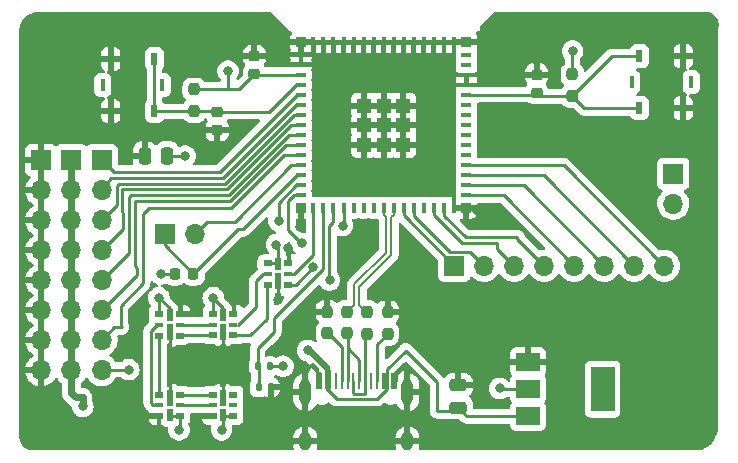
<source format=gbr>
%TF.GenerationSoftware,KiCad,Pcbnew,(6.0.4)*%
%TF.CreationDate,2022-06-24T22:40:59+02:00*%
%TF.ProjectId,ESP32_robot,45535033-325f-4726-9f62-6f742e6b6963,rev?*%
%TF.SameCoordinates,Original*%
%TF.FileFunction,Copper,L1,Top*%
%TF.FilePolarity,Positive*%
%FSLAX46Y46*%
G04 Gerber Fmt 4.6, Leading zero omitted, Abs format (unit mm)*
G04 Created by KiCad (PCBNEW (6.0.4)) date 2022-06-24 22:40:59*
%MOMM*%
%LPD*%
G01*
G04 APERTURE LIST*
G04 Aperture macros list*
%AMRoundRect*
0 Rectangle with rounded corners*
0 $1 Rounding radius*
0 $2 $3 $4 $5 $6 $7 $8 $9 X,Y pos of 4 corners*
0 Add a 4 corners polygon primitive as box body*
4,1,4,$2,$3,$4,$5,$6,$7,$8,$9,$2,$3,0*
0 Add four circle primitives for the rounded corners*
1,1,$1+$1,$2,$3*
1,1,$1+$1,$4,$5*
1,1,$1+$1,$6,$7*
1,1,$1+$1,$8,$9*
0 Add four rect primitives between the rounded corners*
20,1,$1+$1,$2,$3,$4,$5,0*
20,1,$1+$1,$4,$5,$6,$7,0*
20,1,$1+$1,$6,$7,$8,$9,0*
20,1,$1+$1,$8,$9,$2,$3,0*%
G04 Aperture macros list end*
%TA.AperFunction,SMDPad,CuDef*%
%ADD10RoundRect,0.225000X-0.250000X0.225000X-0.250000X-0.225000X0.250000X-0.225000X0.250000X0.225000X0*%
%TD*%
%TA.AperFunction,SMDPad,CuDef*%
%ADD11R,0.250000X1.450000*%
%TD*%
%TA.AperFunction,SMDPad,CuDef*%
%ADD12R,0.300000X1.450000*%
%TD*%
%TA.AperFunction,ComponentPad*%
%ADD13RoundRect,0.500000X0.000000X-0.600000X0.000000X-0.600000X0.000000X0.600000X0.000000X0.600000X0*%
%TD*%
%TA.AperFunction,ComponentPad*%
%ADD14RoundRect,0.500000X0.000000X-0.300000X0.000000X-0.300000X0.000000X0.300000X0.000000X0.300000X0*%
%TD*%
%TA.AperFunction,SMDPad,CuDef*%
%ADD15RoundRect,0.237500X0.237500X-0.250000X0.237500X0.250000X-0.237500X0.250000X-0.237500X-0.250000X0*%
%TD*%
%TA.AperFunction,ComponentPad*%
%ADD16R,1.700000X1.700000*%
%TD*%
%TA.AperFunction,ComponentPad*%
%ADD17O,1.700000X1.700000*%
%TD*%
%TA.AperFunction,SMDPad,CuDef*%
%ADD18R,0.812800X0.406400*%
%TD*%
%TA.AperFunction,SMDPad,CuDef*%
%ADD19R,0.406400X0.812800*%
%TD*%
%TA.AperFunction,SMDPad,CuDef*%
%ADD20R,1.193800X1.193800*%
%TD*%
%TA.AperFunction,SMDPad,CuDef*%
%ADD21R,0.812800X0.812800*%
%TD*%
%TA.AperFunction,SMDPad,CuDef*%
%ADD22RoundRect,0.250000X-0.250000X-0.475000X0.250000X-0.475000X0.250000X0.475000X-0.250000X0.475000X0*%
%TD*%
%TA.AperFunction,SMDPad,CuDef*%
%ADD23R,2.000000X1.500000*%
%TD*%
%TA.AperFunction,SMDPad,CuDef*%
%ADD24R,2.000000X3.800000*%
%TD*%
%TA.AperFunction,SMDPad,CuDef*%
%ADD25RoundRect,0.250000X-0.475000X0.250000X-0.475000X-0.250000X0.475000X-0.250000X0.475000X0.250000X0*%
%TD*%
%TA.AperFunction,SMDPad,CuDef*%
%ADD26RoundRect,0.135000X0.135000X0.185000X-0.135000X0.185000X-0.135000X-0.185000X0.135000X-0.185000X0*%
%TD*%
%TA.AperFunction,SMDPad,CuDef*%
%ADD27R,0.500000X1.000000*%
%TD*%
%TA.AperFunction,SMDPad,CuDef*%
%ADD28R,0.800000X0.500000*%
%TD*%
%TA.AperFunction,SMDPad,CuDef*%
%ADD29R,0.800000X0.300000*%
%TD*%
%TA.AperFunction,SMDPad,CuDef*%
%ADD30R,0.500000X1.480000*%
%TD*%
%TA.AperFunction,SMDPad,CuDef*%
%ADD31R,0.450000X1.000000*%
%TD*%
%TA.AperFunction,SMDPad,CuDef*%
%ADD32R,0.600000X1.000000*%
%TD*%
%TA.AperFunction,SMDPad,CuDef*%
%ADD33RoundRect,0.218750X0.218750X0.256250X-0.218750X0.256250X-0.218750X-0.256250X0.218750X-0.256250X0*%
%TD*%
%TA.AperFunction,SMDPad,CuDef*%
%ADD34RoundRect,0.135000X-0.135000X-0.185000X0.135000X-0.185000X0.135000X0.185000X-0.135000X0.185000X0*%
%TD*%
%TA.AperFunction,SMDPad,CuDef*%
%ADD35RoundRect,0.225000X0.250000X-0.225000X0.250000X0.225000X-0.250000X0.225000X-0.250000X-0.225000X0*%
%TD*%
%TA.AperFunction,ViaPad*%
%ADD36C,0.800000*%
%TD*%
%TA.AperFunction,Conductor*%
%ADD37C,0.200000*%
%TD*%
%TA.AperFunction,Conductor*%
%ADD38C,0.250000*%
%TD*%
%TA.AperFunction,Conductor*%
%ADD39C,0.600000*%
%TD*%
G04 APERTURE END LIST*
D10*
%TO.P,C3,1*%
%TO.N,GND*%
X95732600Y-47244000D03*
%TO.P,C3,2*%
%TO.N,+3V3*%
X95732600Y-48794000D03*
%TD*%
D11*
%TO.P,J1,A1,GND*%
%TO.N,GND*%
X100993600Y-74775400D03*
%TO.P,J1,A4,VBUS*%
%TO.N,5V*%
X101793600Y-74775400D03*
%TO.P,J1,A5,CC1*%
%TO.N,/USB_R1*%
X103118600Y-74775400D03*
%TO.P,J1,A6,D+*%
%TO.N,/USB1_P*%
X104118600Y-74775400D03*
%TO.P,J1,A7,D-*%
%TO.N,/USB1_N*%
X104618600Y-74775400D03*
%TO.P,J1,A8,SBU1*%
%TO.N,unconnected-(J1-PadA8)*%
X105618600Y-74775400D03*
%TO.P,J1,A9,VBUS*%
%TO.N,5V*%
X106943600Y-74775400D03*
%TO.P,J1,A12,GND*%
%TO.N,GND*%
X107743600Y-74775400D03*
D12*
%TO.P,J1,B1,GND*%
X107468600Y-74775400D03*
%TO.P,J1,B4,VBUS*%
%TO.N,5V*%
X106668600Y-74775400D03*
D11*
%TO.P,J1,B5,CC2*%
%TO.N,/USB_R2*%
X106118600Y-74775400D03*
%TO.P,J1,B6,D+*%
%TO.N,/USB1_P*%
X105118600Y-74775400D03*
%TO.P,J1,B7,D-*%
%TO.N,/USB1_N*%
X103618600Y-74775400D03*
%TO.P,J1,B8,SBU2*%
%TO.N,unconnected-(J1-PadB8)*%
X102618600Y-74775400D03*
D12*
%TO.P,J1,B9,VBUS*%
%TO.N,5V*%
X102068600Y-74775400D03*
%TO.P,J1,B12,GND*%
%TO.N,GND*%
X101268600Y-74775400D03*
D13*
%TO.P,J1,S1,SHIELD*%
X108688600Y-75695400D03*
D14*
X108688600Y-79875400D03*
D13*
X100048600Y-75695400D03*
D14*
X100048600Y-79875400D03*
%TD*%
D15*
%TO.P,R5,1*%
%TO.N,ENABLE*%
X122645750Y-50630100D03*
%TO.P,R5,2*%
%TO.N,+3V3*%
X122645750Y-48805100D03*
%TD*%
D16*
%TO.P,J4,1,Pin_1*%
%TO.N,/Header_11*%
X82800000Y-56050000D03*
D17*
%TO.P,J4,2,Pin_2*%
%TO.N,/Header_12*%
X82800000Y-58590000D03*
%TO.P,J4,3,Pin_3*%
%TO.N,/Header_13*%
X82800000Y-61130000D03*
%TO.P,J4,4,Pin_4*%
%TO.N,/Header_14*%
X82800000Y-63670000D03*
%TO.P,J4,5,Pin_5*%
%TO.N,/Header_15*%
X82800000Y-66210000D03*
%TO.P,J4,6,Pin_6*%
%TO.N,/Header_16*%
X82800000Y-68750000D03*
%TO.P,J4,7,Pin_7*%
%TO.N,/Header_17*%
X82800000Y-71290000D03*
%TO.P,J4,8,Pin_8*%
%TO.N,/Header_18*%
X82800000Y-73830000D03*
%TD*%
D18*
%TO.P,U1,1,GND*%
%TO.N,GND*%
X99680001Y-47138514D03*
%TO.P,U1,2,GND*%
X99680001Y-47988515D03*
%TO.P,U1,3,3V3*%
%TO.N,+3V3*%
X99680001Y-48838515D03*
%TO.P,U1,4,IO0*%
%TO.N,BOOT*%
X99680001Y-49688514D03*
%TO.P,U1,5,IO1*%
%TO.N,/Header_11*%
X99680001Y-50538515D03*
%TO.P,U1,6,IO2*%
%TO.N,/Header_12*%
X99680001Y-51388515D03*
%TO.P,U1,7,IO3*%
%TO.N,/Header_13*%
X99680001Y-52238514D03*
%TO.P,U1,8,IO4*%
%TO.N,/Header_14*%
X99680001Y-53088515D03*
%TO.P,U1,9,IO5*%
%TO.N,/Header_15*%
X99680001Y-53938515D03*
%TO.P,U1,10,IO6*%
%TO.N,/Header_16*%
X99680001Y-54788514D03*
%TO.P,U1,11,IO7*%
%TO.N,/Header_17*%
X99680001Y-55638515D03*
%TO.P,U1,12,IO8*%
%TO.N,/SDA*%
X99680001Y-56488515D03*
%TO.P,U1,13,IO9*%
%TO.N,SCL*%
X99680001Y-57338514D03*
%TO.P,U1,14,IO10*%
%TO.N,/Header_18*%
X99680001Y-58188515D03*
%TO.P,U1,15,IO11*%
%TO.N,/RGB_SDI*%
X99680001Y-59038515D03*
D19*
%TO.P,U1,16,IO12*%
%TO.N,/RGB_CKI*%
X100729999Y-60088513D03*
%TO.P,U1,17,IO13*%
%TO.N,/SENSOR*%
X101580000Y-60088513D03*
%TO.P,U1,18,IO14*%
%TO.N,/Header_9*%
X102430001Y-60088513D03*
%TO.P,U1,19,IO15*%
%TO.N,/Header_10*%
X103279999Y-60088513D03*
%TO.P,U1,20,IO16*%
%TO.N,unconnected-(U1-Pad20)*%
X104130000Y-60088513D03*
%TO.P,U1,21,IO17*%
%TO.N,unconnected-(U1-Pad21)*%
X104980001Y-60088513D03*
%TO.P,U1,22,IO18*%
%TO.N,unconnected-(U1-Pad22)*%
X105829999Y-60088513D03*
%TO.P,U1,23,IO19*%
%TO.N,USB_N*%
X106680000Y-60088513D03*
%TO.P,U1,24,IO20*%
%TO.N,USB_P*%
X107530001Y-60088513D03*
%TO.P,U1,25,IO21*%
%TO.N,/Header_1*%
X108379999Y-60088513D03*
%TO.P,U1,26,IO26*%
%TO.N,/Header_2*%
X109230000Y-60088513D03*
%TO.P,U1,27,NC*%
%TO.N,unconnected-(U1-Pad27)*%
X110080001Y-60088513D03*
%TO.P,U1,28,IO33*%
%TO.N,/Header_3*%
X110929999Y-60088513D03*
%TO.P,U1,29,IO34*%
%TO.N,/Header_4*%
X111780000Y-60088513D03*
%TO.P,U1,30,GND*%
%TO.N,GND*%
X112630001Y-60088513D03*
D18*
%TO.P,U1,31,IO35*%
%TO.N,/Header_5*%
X113679999Y-59038515D03*
%TO.P,U1,32,IO36*%
%TO.N,/Header_6*%
X113679999Y-58188515D03*
%TO.P,U1,33,IO37*%
%TO.N,/Header_7*%
X113679999Y-57338514D03*
%TO.P,U1,34,IO38*%
%TO.N,/Header_8*%
X113679999Y-56488515D03*
%TO.P,U1,35,IO39*%
%TO.N,unconnected-(U1-Pad35)*%
X113679999Y-55638515D03*
%TO.P,U1,36,IO40*%
%TO.N,unconnected-(U1-Pad36)*%
X113679999Y-54788514D03*
%TO.P,U1,37,IO41*%
%TO.N,unconnected-(U1-Pad37)*%
X113679999Y-53938515D03*
%TO.P,U1,38,IO42*%
%TO.N,unconnected-(U1-Pad38)*%
X113679999Y-53088515D03*
%TO.P,U1,39,TXD0*%
%TO.N,unconnected-(U1-Pad39)*%
X113679999Y-52238514D03*
%TO.P,U1,40,RXD0*%
%TO.N,unconnected-(U1-Pad40)*%
X113679999Y-51388515D03*
%TO.P,U1,41,IO45*%
%TO.N,ENABLE*%
X113679999Y-50538515D03*
%TO.P,U1,42,GND*%
%TO.N,GND*%
X113679999Y-49688514D03*
%TO.P,U1,43,GND*%
X113679999Y-48838515D03*
%TO.P,U1,44,IO46*%
%TO.N,unconnected-(U1-Pad44)*%
X113679999Y-47988515D03*
%TO.P,U1,45,EN*%
%TO.N,unconnected-(U1-Pad45)*%
X113679999Y-47138514D03*
D19*
%TO.P,U1,46,GND*%
%TO.N,GND*%
X112630001Y-46088516D03*
%TO.P,U1,47,GND*%
X111780000Y-46088516D03*
%TO.P,U1,48,GND*%
X110929999Y-46088516D03*
%TO.P,U1,49,GND*%
X110080001Y-46088516D03*
%TO.P,U1,50,GND*%
X109230000Y-46088516D03*
%TO.P,U1,51,GND*%
X108379999Y-46088516D03*
%TO.P,U1,52,GND*%
X107530001Y-46088516D03*
%TO.P,U1,53,GND*%
X106680000Y-46088516D03*
%TO.P,U1,54,GND*%
X105829999Y-46088516D03*
%TO.P,U1,55,GND*%
X104980001Y-46088516D03*
%TO.P,U1,56,GND*%
X104130000Y-46088516D03*
%TO.P,U1,57,GND*%
X103279999Y-46088516D03*
%TO.P,U1,58,GND*%
X102430001Y-46088516D03*
%TO.P,U1,59,GND*%
X101580000Y-46088516D03*
%TO.P,U1,60,GND*%
X100729999Y-46088516D03*
D20*
%TO.P,U1,61,GND*%
X106680000Y-53088515D03*
D21*
%TO.P,U1,62,GND*%
X99680001Y-46088516D03*
%TO.P,U1,63,GND*%
X99680001Y-60088516D03*
%TO.P,U1,64,GND*%
X113679999Y-60088516D03*
%TO.P,U1,65,GND*%
X113679999Y-46088516D03*
D20*
%TO.P,U1,66,GND*%
X105030000Y-51438515D03*
%TO.P,U1,67,GND*%
X106680000Y-51438515D03*
%TO.P,U1,68,GND*%
X108330000Y-51438515D03*
%TO.P,U1,69,GND*%
X105030000Y-53088515D03*
%TO.P,U1,70,GND*%
X108330000Y-53088515D03*
%TO.P,U1,71,GND*%
X105030000Y-54738515D03*
%TO.P,U1,72,GND*%
X106680000Y-54738515D03*
%TO.P,U1,73,GND*%
X108330000Y-54738515D03*
%TD*%
D22*
%TO.P,C2,1*%
%TO.N,GND*%
X86450000Y-55700000D03*
%TO.P,C2,2*%
%TO.N,+3V3*%
X88350000Y-55700000D03*
%TD*%
D15*
%TO.P,R3,1*%
%TO.N,/USB_R1*%
X101904800Y-70704100D03*
%TO.P,R3,2*%
%TO.N,GND*%
X101904800Y-68879100D03*
%TD*%
D23*
%TO.P,U2,1,GND*%
%TO.N,GND*%
X118917800Y-73140400D03*
%TO.P,U2,2,VO*%
%TO.N,+3V3*%
X118917800Y-75440400D03*
%TO.P,U2,3,VI*%
%TO.N,5V*%
X118917800Y-77740400D03*
D24*
%TO.P,U2,4*%
%TO.N,N/C*%
X125217800Y-75440400D03*
%TD*%
D25*
%TO.P,C1,1*%
%TO.N,GND*%
X113000000Y-75100000D03*
%TO.P,C1,2*%
%TO.N,5V*%
X113000000Y-77000000D03*
%TD*%
D16*
%TO.P,J3,1,Pin_1*%
%TO.N,/Header_10*%
X131200000Y-57200000D03*
D17*
%TO.P,J3,2,Pin_2*%
%TO.N,/Header_9*%
X131200000Y-59740000D03*
%TD*%
D26*
%TO.P,R8,1*%
%TO.N,GND*%
X97120000Y-75300000D03*
%TO.P,R8,2*%
%TO.N,/SENSOR*%
X96100000Y-75300000D03*
%TD*%
D27*
%TO.P,D2,1,VDD*%
%TO.N,+3V3*%
X93100000Y-69170000D03*
D28*
X92250000Y-69100000D03*
D29*
%TO.P,D2,2,CKO*%
%TO.N,Net-(D2-Pad2)*%
X92250000Y-70000000D03*
D28*
%TO.P,D2,3,SDO*%
%TO.N,Net-(D2-Pad3)*%
X92250000Y-70900000D03*
%TO.P,D2,4,SDI*%
%TO.N,Net-(D1-Pad3)*%
X93950000Y-70900000D03*
D29*
%TO.P,D2,5,CKI*%
%TO.N,Net-(D1-Pad2)*%
X93950000Y-70000000D03*
D28*
%TO.P,D2,6,GND*%
%TO.N,GND*%
X93950000Y-69100000D03*
D30*
X93100000Y-70590000D03*
%TD*%
D15*
%TO.P,R1,1*%
%TO.N,/USB1_N*%
X103581200Y-70706000D03*
%TO.P,R1,2*%
%TO.N,USB_N*%
X103581200Y-68881000D03*
%TD*%
%TO.P,R6,1*%
%TO.N,BOOT*%
X90627200Y-51888400D03*
%TO.P,R6,2*%
%TO.N,+3V3*%
X90627200Y-50063400D03*
%TD*%
D16*
%TO.P,J2,1,Pin_1*%
%TO.N,/Header_1*%
X112650000Y-65000000D03*
D17*
%TO.P,J2,2,Pin_2*%
%TO.N,/Header_2*%
X115190000Y-65000000D03*
%TO.P,J2,3,Pin_3*%
%TO.N,/Header_3*%
X117730000Y-65000000D03*
%TO.P,J2,4,Pin_4*%
%TO.N,/Header_4*%
X120270000Y-65000000D03*
%TO.P,J2,5,Pin_5*%
%TO.N,/Header_5*%
X122810000Y-65000000D03*
%TO.P,J2,6,Pin_6*%
%TO.N,/Header_6*%
X125350000Y-65000000D03*
%TO.P,J2,7,Pin_7*%
%TO.N,/Header_7*%
X127890000Y-65000000D03*
%TO.P,J2,8,Pin_8*%
%TO.N,/Header_8*%
X130430000Y-65000000D03*
%TD*%
D31*
%TO.P,SW2,0*%
%TO.N,N/C*%
X82895200Y-49707800D03*
X87945200Y-49707800D03*
D32*
%TO.P,SW2,1,1*%
%TO.N,GND*%
X83570200Y-51907800D03*
X83570200Y-47507800D03*
%TO.P,SW2,2,2*%
%TO.N,BOOT*%
X87270200Y-51907800D03*
X87270200Y-47507800D03*
%TD*%
D31*
%TO.P,SW1,0*%
%TO.N,N/C*%
X132714550Y-49463600D03*
X127664550Y-49463600D03*
D32*
%TO.P,SW1,1,1*%
%TO.N,GND*%
X132039550Y-51663600D03*
X132039550Y-47263600D03*
%TO.P,SW1,2,2*%
%TO.N,ENABLE*%
X128339550Y-51663600D03*
X128339550Y-47263600D03*
%TD*%
D27*
%TO.P,D3,1,VDD*%
%TO.N,+3V3*%
X88550000Y-69180000D03*
D28*
X87700000Y-69110000D03*
D29*
%TO.P,D3,2,CKO*%
%TO.N,Net-(D3-Pad2)*%
X87700000Y-70010000D03*
D28*
%TO.P,D3,3,SDO*%
%TO.N,Net-(D3-Pad3)*%
X87700000Y-70910000D03*
%TO.P,D3,4,SDI*%
%TO.N,Net-(D2-Pad3)*%
X89400000Y-70910000D03*
D29*
%TO.P,D3,5,CKI*%
%TO.N,Net-(D2-Pad2)*%
X89400000Y-70010000D03*
D30*
%TO.P,D3,6,GND*%
%TO.N,GND*%
X88550000Y-70600000D03*
D28*
X89400000Y-69110000D03*
%TD*%
D27*
%TO.P,D4,1,VDD*%
%TO.N,+3V3*%
X88550000Y-77630000D03*
D28*
X89400000Y-77700000D03*
D29*
%TO.P,D4,2,CKO*%
%TO.N,Net-(D4-Pad2)*%
X89400000Y-76800000D03*
D28*
%TO.P,D4,3,SDO*%
%TO.N,Net-(D4-Pad3)*%
X89400000Y-75900000D03*
%TO.P,D4,4,SDI*%
%TO.N,Net-(D3-Pad3)*%
X87700000Y-75900000D03*
D29*
%TO.P,D4,5,CKI*%
%TO.N,Net-(D3-Pad2)*%
X87700000Y-76800000D03*
D30*
%TO.P,D4,6,GND*%
%TO.N,GND*%
X88550000Y-76210000D03*
D28*
X87700000Y-77700000D03*
%TD*%
D16*
%TO.P,5V1,1,Pin_1*%
%TO.N,5V*%
X80240000Y-56060000D03*
D17*
%TO.P,5V1,2,Pin_2*%
X80240000Y-58600000D03*
%TO.P,5V1,3,Pin_3*%
X80240000Y-61140000D03*
%TO.P,5V1,4,Pin_4*%
X80240000Y-63680000D03*
%TO.P,5V1,5,Pin_5*%
X80240000Y-66220000D03*
%TO.P,5V1,6,Pin_6*%
X80240000Y-68760000D03*
%TO.P,5V1,7,Pin_7*%
X80240000Y-71300000D03*
%TO.P,5V1,8,Pin_8*%
X80240000Y-73840000D03*
%TD*%
D33*
%TO.P,D6,1,K*%
%TO.N,SCL*%
X90577500Y-65690000D03*
%TO.P,D6,2,A*%
%TO.N,+3V3*%
X89002500Y-65690000D03*
%TD*%
D27*
%TO.P,D1,1,VDD*%
%TO.N,+3V3*%
X97750000Y-64870000D03*
D28*
X96900000Y-64800000D03*
D29*
%TO.P,D1,2,CKO*%
%TO.N,Net-(D1-Pad2)*%
X96900000Y-65700000D03*
D28*
%TO.P,D1,3,SDO*%
%TO.N,Net-(D1-Pad3)*%
X96900000Y-66600000D03*
%TO.P,D1,4,SDI*%
%TO.N,/RGB_SDI*%
X98600000Y-66600000D03*
D29*
%TO.P,D1,5,CKI*%
%TO.N,/RGB_CKI*%
X98600000Y-65700000D03*
D28*
%TO.P,D1,6,GND*%
%TO.N,GND*%
X98600000Y-64800000D03*
D30*
X97750000Y-66290000D03*
%TD*%
D16*
%TO.P,J5,1,Pin_1*%
%TO.N,SCL*%
X88125000Y-62340000D03*
D17*
%TO.P,J5,2,Pin_2*%
%TO.N,/SDA*%
X90665000Y-62340000D03*
%TD*%
D34*
%TO.P,R7,1*%
%TO.N,/SENSOR*%
X96045000Y-73500000D03*
%TO.P,R7,2*%
%TO.N,+3V3*%
X97065000Y-73500000D03*
%TD*%
D10*
%TO.P,C4,1*%
%TO.N,GND*%
X119623150Y-48815600D03*
%TO.P,C4,2*%
%TO.N,ENABLE*%
X119623150Y-50365600D03*
%TD*%
D15*
%TO.P,R2,1*%
%TO.N,/USB1_P*%
X105257600Y-70735200D03*
%TO.P,R2,2*%
%TO.N,USB_P*%
X105257600Y-68910200D03*
%TD*%
D16*
%TO.P,G1,1,Pin_1*%
%TO.N,GND*%
X77680000Y-56060000D03*
D17*
%TO.P,G1,2,Pin_2*%
X77680000Y-58600000D03*
%TO.P,G1,3,Pin_3*%
X77680000Y-61140000D03*
%TO.P,G1,4,Pin_4*%
X77680000Y-63680000D03*
%TO.P,G1,5,Pin_5*%
X77680000Y-66220000D03*
%TO.P,G1,6,Pin_6*%
X77680000Y-68760000D03*
%TO.P,G1,7,Pin_7*%
X77680000Y-71300000D03*
%TO.P,G1,8,Pin_8*%
X77680000Y-73840000D03*
%TD*%
D28*
%TO.P,D5,1,VDD*%
%TO.N,+3V3*%
X93900000Y-77700000D03*
D27*
X93050000Y-77630000D03*
D29*
%TO.P,D5,2,CKO*%
%TO.N,unconnected-(D5-Pad2)*%
X93900000Y-76800000D03*
D28*
%TO.P,D5,3,SDO*%
%TO.N,unconnected-(D5-Pad3)*%
X93900000Y-75900000D03*
%TO.P,D5,4,SDI*%
%TO.N,Net-(D4-Pad3)*%
X92200000Y-75900000D03*
D29*
%TO.P,D5,5,CKI*%
%TO.N,Net-(D4-Pad2)*%
X92200000Y-76800000D03*
D28*
%TO.P,D5,6,GND*%
%TO.N,GND*%
X92200000Y-77700000D03*
D30*
X93050000Y-76210000D03*
%TD*%
D35*
%TO.P,C5,1*%
%TO.N,GND*%
X92583000Y-53518400D03*
%TO.P,C5,2*%
%TO.N,BOOT*%
X92583000Y-51968400D03*
%TD*%
D15*
%TO.P,R4,1*%
%TO.N,/USB_R2*%
X107010200Y-70754900D03*
%TO.P,R4,2*%
%TO.N,GND*%
X107010200Y-68929900D03*
%TD*%
D36*
%TO.N,GND*%
X100000000Y-69100000D03*
X94000000Y-67870000D03*
X98600000Y-63500000D03*
X130000000Y-62400000D03*
X97700000Y-67900000D03*
X96000000Y-63400000D03*
X115000000Y-61000000D03*
X99600000Y-61700000D03*
%TO.N,5V*%
X100240000Y-72170000D03*
X81200000Y-76910000D03*
%TO.N,+3V3*%
X89350000Y-78900000D03*
X98155000Y-73500000D03*
X93500000Y-48500000D03*
X92250000Y-67700000D03*
X92950000Y-78900000D03*
X122682000Y-46812200D03*
X89863800Y-55700000D03*
X116504800Y-75389600D03*
X97600000Y-63200000D03*
X87650000Y-67700000D03*
X87790000Y-65690000D03*
%TO.N,/Header_18*%
X85100000Y-73800000D03*
X97800000Y-61200000D03*
%TO.N,/Header_9*%
X102100000Y-66200000D03*
%TO.N,/Header_10*%
X103200000Y-61600000D03*
%TO.N,/RGB_SDI*%
X100712299Y-65112299D03*
X99724500Y-63100000D03*
%TD*%
D37*
%TO.N,USB_N*%
X104179799Y-68282401D02*
X103581200Y-68881000D01*
X104179799Y-66583458D02*
X104179799Y-68282401D01*
X106880001Y-60898115D02*
X106880001Y-63883256D01*
X106680000Y-60698114D02*
X106880001Y-60898115D01*
X106680000Y-60088513D02*
X106680000Y-60698114D01*
X106880001Y-63883256D02*
X104179799Y-66583458D01*
%TO.N,USB_P*%
X104629801Y-68282401D02*
X105257600Y-68910200D01*
X104629801Y-66769856D02*
X104629801Y-68282401D01*
X107530001Y-60698114D02*
X107330000Y-60898115D01*
X107530001Y-60088513D02*
X107530001Y-60698114D01*
X107330000Y-64069657D02*
X104629801Y-66769856D01*
X107330000Y-60898115D02*
X107330000Y-64069657D01*
D38*
%TO.N,GND*%
X100993600Y-74775400D02*
X100993600Y-73663200D01*
X93950000Y-67920000D02*
X94000000Y-67870000D01*
X114088516Y-60088516D02*
X115000000Y-61000000D01*
X107468600Y-74822000D02*
X107543600Y-74897000D01*
X107468600Y-74243000D02*
X108381800Y-73329800D01*
X99680001Y-60088516D02*
X99680001Y-61619999D01*
X93050000Y-76210000D02*
X93050000Y-74000000D01*
X107743600Y-74775400D02*
X107743600Y-74171200D01*
X113679999Y-60088516D02*
X114088516Y-60088516D01*
X97750000Y-67850000D02*
X97700000Y-67900000D01*
X93950000Y-69100000D02*
X93950000Y-67920000D01*
X88550000Y-76210000D02*
X88550000Y-74600000D01*
X101268600Y-74188600D02*
X100480000Y-73400000D01*
X107743600Y-74171200D02*
X108458000Y-73456800D01*
X107468600Y-74775400D02*
X107468600Y-74822000D01*
X93100000Y-72050000D02*
X93150000Y-72100000D01*
X101268600Y-74775400D02*
X101268600Y-74188600D01*
X130000000Y-62400000D02*
X130900000Y-62400000D01*
X99680001Y-61619999D02*
X99600000Y-61700000D01*
X88550000Y-70600000D02*
X88550000Y-72200000D01*
X88550000Y-74600000D02*
X88650000Y-74500000D01*
X98600000Y-64800000D02*
X98600000Y-63500000D01*
X107468600Y-74775400D02*
X107468600Y-74243000D01*
X97750000Y-66290000D02*
X97750000Y-67850000D01*
X93100000Y-70590000D02*
X93100000Y-72050000D01*
X100993600Y-73663200D02*
X100609400Y-73279000D01*
D39*
%TO.N,5V*%
X80240000Y-75770000D02*
X80620000Y-76150000D01*
X80240000Y-63680000D02*
X80240000Y-66220000D01*
X80240000Y-71300000D02*
X80240000Y-73840000D01*
X80240000Y-73840000D02*
X80240000Y-75770000D01*
D38*
X106097569Y-76274431D02*
X106943600Y-75428400D01*
X106943600Y-73776378D02*
X108538178Y-72181800D01*
X113000000Y-77000000D02*
X113740400Y-77740400D01*
X113740400Y-77740400D02*
X118917800Y-77740400D01*
D39*
X80240000Y-66220000D02*
X80240000Y-68760000D01*
D38*
X111209600Y-77309600D02*
X112690400Y-77309600D01*
X102068600Y-73848482D02*
X101793600Y-73573482D01*
X112690400Y-77309600D02*
X113000000Y-77000000D01*
D39*
X80620000Y-76150000D02*
X81190000Y-76150000D01*
D38*
X101793600Y-74775400D02*
X101793600Y-73573482D01*
X101793600Y-74775400D02*
X101793600Y-75375400D01*
X101793600Y-75375400D02*
X102692631Y-76274431D01*
X102068600Y-74775400D02*
X102068600Y-73848482D01*
D39*
X80240000Y-58600000D02*
X80240000Y-61140000D01*
D38*
X113000000Y-77000000D02*
X113208200Y-77000000D01*
D39*
X101793600Y-73573482D02*
X100390118Y-72170000D01*
D38*
X102692631Y-76274431D02*
X106097569Y-76274431D01*
X111200000Y-74843622D02*
X111200000Y-77300000D01*
D39*
X80240000Y-56060000D02*
X80240000Y-58600000D01*
D38*
X108538178Y-72181800D02*
X111200000Y-74843622D01*
D39*
X80240000Y-68760000D02*
X80240000Y-71300000D01*
D38*
X100390118Y-72170000D02*
X100240000Y-72170000D01*
X106943600Y-74775400D02*
X106943600Y-73776378D01*
D39*
X81200000Y-76910000D02*
X81200000Y-76180000D01*
D38*
X111200000Y-77300000D02*
X111209600Y-77309600D01*
D39*
X80240000Y-61140000D02*
X80240000Y-63680000D01*
D38*
X106943600Y-75428400D02*
X106943600Y-74775400D01*
%TO.N,+3V3*%
X94463200Y-50063400D02*
X93436600Y-50063400D01*
X93100000Y-68550000D02*
X92250000Y-67700000D01*
X89400000Y-77700000D02*
X89400000Y-78850000D01*
X122645750Y-46848450D02*
X122682000Y-46812200D01*
X97750000Y-63350000D02*
X97600000Y-63200000D01*
X95777115Y-48838515D02*
X99680001Y-48838515D01*
X87700000Y-67750000D02*
X87650000Y-67700000D01*
X89002500Y-65690000D02*
X87790000Y-65690000D01*
X93900000Y-77700000D02*
X93120000Y-77700000D01*
X92250000Y-69100000D02*
X92250000Y-67700000D01*
X97750000Y-64870000D02*
X97750000Y-63350000D01*
X96900000Y-64800000D02*
X97680000Y-64800000D01*
X93030000Y-69100000D02*
X93100000Y-69170000D01*
X89400000Y-77700000D02*
X88620000Y-77700000D01*
X97065000Y-73500000D02*
X98155000Y-73500000D01*
X118917800Y-75440400D02*
X116555600Y-75440400D01*
X95732600Y-48794000D02*
X95777115Y-48838515D01*
X88350000Y-55700000D02*
X89863800Y-55700000D01*
X88550000Y-69180000D02*
X88550000Y-68600000D01*
X88620000Y-77700000D02*
X88550000Y-77630000D01*
X93120000Y-77700000D02*
X93050000Y-77630000D01*
X95732600Y-48794000D02*
X94463200Y-50063400D01*
X88550000Y-68600000D02*
X87650000Y-67700000D01*
X87700000Y-69110000D02*
X87770000Y-69180000D01*
X93436600Y-50063400D02*
X93500000Y-50000000D01*
X93050000Y-77630000D02*
X93050000Y-78800000D01*
X93100000Y-69170000D02*
X93100000Y-68550000D01*
X116555600Y-75440400D02*
X116504800Y-75389600D01*
X89400000Y-78850000D02*
X89350000Y-78900000D01*
X122645750Y-48805100D02*
X122645750Y-46848450D01*
X93050000Y-78800000D02*
X92950000Y-78900000D01*
X87700000Y-69110000D02*
X87700000Y-67750000D01*
X93500000Y-50000000D02*
X93500000Y-48500000D01*
X97680000Y-64800000D02*
X97750000Y-64870000D01*
X93436600Y-50063400D02*
X90627200Y-50063400D01*
%TO.N,ENABLE*%
X126012250Y-47263600D02*
X122645750Y-50630100D01*
X119887650Y-50630100D02*
X119623150Y-50365600D01*
X128339550Y-47263600D02*
X126012250Y-47263600D01*
X119623150Y-50365600D02*
X119450235Y-50538515D01*
X123679250Y-51663600D02*
X122645750Y-50630100D01*
X122645750Y-50630100D02*
X119887650Y-50630100D01*
X119450235Y-50538515D02*
X113679999Y-50538515D01*
X128339550Y-51663600D02*
X123679250Y-51663600D01*
%TO.N,BOOT*%
X96991494Y-51968400D02*
X99271380Y-49688514D01*
X99271380Y-49688514D02*
X99680001Y-49688514D01*
X90607800Y-51907800D02*
X90627200Y-51888400D01*
X90627200Y-51888400D02*
X92503000Y-51888400D01*
X87270200Y-51907800D02*
X90607800Y-51907800D01*
X87270200Y-47507800D02*
X87270200Y-51907800D01*
X92583000Y-51968400D02*
X96991494Y-51968400D01*
X92503000Y-51888400D02*
X92583000Y-51968400D01*
%TO.N,/USB_R1*%
X103118600Y-71839800D02*
X101981000Y-70702200D01*
X103118600Y-74775400D02*
X103118600Y-71839800D01*
%TO.N,/USB_R2*%
X106118600Y-71646500D02*
X107010200Y-70754900D01*
X106118600Y-74775400D02*
X106118600Y-71646500D01*
%TO.N,/Header_1*%
X108379999Y-60088513D02*
X108379999Y-60729999D01*
X108379999Y-60729999D02*
X112650000Y-65000000D01*
%TO.N,/Header_2*%
X114015489Y-63825489D02*
X115190000Y-65000000D01*
X112310576Y-63825489D02*
X114015489Y-63825489D01*
X109230000Y-60088513D02*
X109230000Y-60744913D01*
X109230000Y-60744913D02*
X112310576Y-63825489D01*
%TO.N,/Header_3*%
X110929999Y-60088513D02*
X110929999Y-60729999D01*
X113300000Y-63100000D02*
X116300000Y-63100000D01*
X110929999Y-60729999D02*
X113300000Y-63100000D01*
X116300000Y-63100000D02*
X116300000Y-63570000D01*
X116300000Y-63570000D02*
X117730000Y-65000000D01*
%TO.N,/Header_4*%
X118000000Y-62600000D02*
X118000000Y-62730000D01*
X111780000Y-60088513D02*
X111780000Y-60744913D01*
X111780000Y-60744913D02*
X113635087Y-62600000D01*
X113635087Y-62600000D02*
X118000000Y-62600000D01*
X118000000Y-62730000D02*
X120270000Y-65000000D01*
%TO.N,/Header_5*%
X116848515Y-59038515D02*
X122810000Y-65000000D01*
X113679999Y-59038515D02*
X116848515Y-59038515D01*
%TO.N,/Header_6*%
X118538515Y-58188515D02*
X125350000Y-65000000D01*
X113679999Y-58188515D02*
X118538515Y-58188515D01*
%TO.N,/Header_7*%
X120228514Y-57338514D02*
X127890000Y-65000000D01*
X113679999Y-57338514D02*
X120228514Y-57338514D01*
%TO.N,/Header_8*%
X113679999Y-56488515D02*
X121918515Y-56488515D01*
X121918515Y-56488515D02*
X130430000Y-65000000D01*
%TO.N,/Header_11*%
X99680001Y-50538515D02*
X99361485Y-50538515D01*
X83850000Y-57100000D02*
X82800000Y-56050000D01*
X92800000Y-57100000D02*
X83850000Y-57100000D01*
X99361485Y-50538515D02*
X92800000Y-57100000D01*
%TO.N,/Header_12*%
X99271378Y-51388515D02*
X93059893Y-57600000D01*
X99680001Y-51388515D02*
X99271378Y-51388515D01*
X82800000Y-58400000D02*
X82800000Y-58590000D01*
X83600000Y-57600000D02*
X82800000Y-58400000D01*
X93059893Y-57600000D02*
X83600000Y-57600000D01*
%TO.N,/Header_13*%
X84300000Y-58049520D02*
X84100000Y-58249520D01*
X84100000Y-59830000D02*
X82800000Y-61130000D01*
X84100000Y-58249520D02*
X84100000Y-59830000D01*
X99680001Y-52238514D02*
X99057097Y-52238514D01*
X93246090Y-58049520D02*
X84300000Y-58049520D01*
X99057097Y-52238514D02*
X93246090Y-58049520D01*
%TO.N,/Header_14*%
X84549520Y-60449520D02*
X84600000Y-60500000D01*
X84600000Y-61870000D02*
X82800000Y-63670000D01*
X99680001Y-53088515D02*
X98842814Y-53088515D01*
X98842814Y-53088515D02*
X93431329Y-58500000D01*
X93431329Y-58500000D02*
X84549520Y-58500000D01*
X84549520Y-58500000D02*
X84549520Y-60449520D01*
X84600000Y-60500000D02*
X84600000Y-61870000D01*
%TO.N,/Header_15*%
X85100000Y-59200000D02*
X85100000Y-63910000D01*
X93567047Y-59000000D02*
X85300000Y-59000000D01*
X98628532Y-53938515D02*
X93567047Y-59000000D01*
X85300000Y-59000000D02*
X85100000Y-59200000D01*
X85100000Y-63910000D02*
X82800000Y-66210000D01*
X99680001Y-53938515D02*
X98628532Y-53938515D01*
%TO.N,/Header_16*%
X85600000Y-65000000D02*
X85800000Y-65200000D01*
X98414251Y-54788514D02*
X93702765Y-59500000D01*
X85600000Y-59500000D02*
X85600000Y-65000000D01*
X99680001Y-54788514D02*
X98414251Y-54788514D01*
X85800000Y-65750000D02*
X82800000Y-68750000D01*
X85800000Y-65200000D02*
X85800000Y-65750000D01*
X93702765Y-59500000D02*
X85600000Y-59500000D01*
%TO.N,/Header_17*%
X84500000Y-70200000D02*
X83890000Y-70200000D01*
X93738483Y-60100000D02*
X86800000Y-60100000D01*
X83890000Y-70200000D02*
X82800000Y-71290000D01*
X86300000Y-66500000D02*
X84400000Y-68400000D01*
X98199968Y-55638515D02*
X93738483Y-60100000D01*
X84400000Y-68400000D02*
X84400000Y-70100000D01*
X86300000Y-60600000D02*
X86300000Y-66500000D01*
X84400000Y-70100000D02*
X84500000Y-70200000D01*
X99680001Y-55638515D02*
X98199968Y-55638515D01*
X86800000Y-60100000D02*
X86300000Y-60600000D01*
%TO.N,/SDA*%
X91745000Y-61260000D02*
X90665000Y-62340000D01*
X98831485Y-56488515D02*
X94060000Y-61260000D01*
X99680001Y-56488515D02*
X98831485Y-56488515D01*
X94060000Y-61260000D02*
X91745000Y-61260000D01*
%TO.N,/Header_18*%
X85100000Y-73800000D02*
X82830000Y-73800000D01*
X97800000Y-59659894D02*
X97800000Y-61200000D01*
X99271379Y-58188515D02*
X97800000Y-59659894D01*
X99680001Y-58188515D02*
X99271379Y-58188515D01*
X82830000Y-73800000D02*
X82800000Y-73830000D01*
%TO.N,SCL*%
X88125000Y-62340000D02*
X88125000Y-63237500D01*
X90577500Y-65690000D02*
X94367500Y-61900000D01*
X88125000Y-63237500D02*
X90577500Y-65690000D01*
X94367500Y-61900000D02*
X94800000Y-61900000D01*
X99361486Y-57338514D02*
X99680001Y-57338514D01*
X94800000Y-61900000D02*
X99361486Y-57338514D01*
%TO.N,/SENSOR*%
X96000000Y-72000000D02*
X96000000Y-73455000D01*
X101580000Y-65269212D02*
X97400000Y-69449212D01*
X101580000Y-60088513D02*
X101580000Y-65269212D01*
X96100000Y-75300000D02*
X96100000Y-73555000D01*
X97400000Y-70600000D02*
X96000000Y-72000000D01*
X96000000Y-73455000D02*
X96045000Y-73500000D01*
X97400000Y-69449212D02*
X97400000Y-70600000D01*
X96100000Y-73555000D02*
X96045000Y-73500000D01*
%TO.N,/Header_9*%
X102075489Y-61659899D02*
X102075489Y-66175489D01*
X102075489Y-66175489D02*
X102100000Y-66200000D01*
X102430001Y-60088513D02*
X102430001Y-61305387D01*
X102430001Y-61305387D02*
X102075489Y-61659899D01*
%TO.N,/Header_10*%
X103279999Y-61520001D02*
X103200000Y-61600000D01*
X103279999Y-60088513D02*
X103279999Y-61520001D01*
%TO.N,Net-(D1-Pad2)*%
X94350000Y-70000000D02*
X95900000Y-68450000D01*
X93950000Y-70000000D02*
X94200000Y-70000000D01*
X96500978Y-65700000D02*
X96900000Y-65700000D01*
X95900000Y-66300978D02*
X96500978Y-65700000D01*
X95900000Y-68450000D02*
X95900000Y-66300978D01*
%TO.N,Net-(D1-Pad3)*%
X96800000Y-66600000D02*
X96800000Y-69500000D01*
X96800000Y-69500000D02*
X95400000Y-70900000D01*
X95400000Y-70900000D02*
X94100000Y-70900000D01*
%TO.N,/RGB_SDI*%
X98600000Y-62000000D02*
X99700000Y-63100000D01*
X99224598Y-66600000D02*
X98600000Y-66600000D01*
X98600000Y-61700000D02*
X98600000Y-62000000D01*
X99061485Y-59038515D02*
X98600000Y-59500000D01*
X100712299Y-65112299D02*
X99224598Y-66600000D01*
X98612299Y-66587701D02*
X98600000Y-66600000D01*
X98600000Y-59500000D02*
X98600000Y-61700000D01*
X99680001Y-59038515D02*
X99061485Y-59038515D01*
%TO.N,/RGB_CKI*%
X99100000Y-65700000D02*
X100729999Y-64070001D01*
X100700000Y-60118512D02*
X100729999Y-60088513D01*
X98600000Y-65700000D02*
X99100000Y-65700000D01*
X100729999Y-64070001D02*
X100729999Y-60088513D01*
%TO.N,Net-(D2-Pad2)*%
X89410000Y-70000000D02*
X89400000Y-70010000D01*
X92250000Y-70000000D02*
X89410000Y-70000000D01*
%TO.N,Net-(D2-Pad3)*%
X89410000Y-70900000D02*
X89400000Y-70910000D01*
X92250000Y-70900000D02*
X89410000Y-70900000D01*
%TO.N,Net-(D3-Pad2)*%
X87700000Y-70010000D02*
X87450000Y-70010000D01*
X87150000Y-76800000D02*
X87700000Y-76800000D01*
X86975489Y-76625489D02*
X87150000Y-76800000D01*
X86975489Y-70484511D02*
X86975489Y-76625489D01*
X87450000Y-70010000D02*
X86975489Y-70484511D01*
%TO.N,Net-(D3-Pad3)*%
X87700000Y-70910000D02*
X87700000Y-75900000D01*
%TO.N,Net-(D4-Pad2)*%
X89400000Y-76800000D02*
X92200000Y-76800000D01*
%TO.N,Net-(D4-Pad3)*%
X89400000Y-75900000D02*
X92200000Y-75900000D01*
%TO.N,/USB1_P*%
X105118600Y-74775400D02*
X105118600Y-75774422D01*
X105118600Y-75774422D02*
X105068111Y-75824911D01*
X105118600Y-74775400D02*
X105118600Y-70874200D01*
X105068111Y-75824911D02*
X104169089Y-75824911D01*
X105118600Y-70874200D02*
X105257600Y-70735200D01*
X104118600Y-75774422D02*
X104118600Y-74775400D01*
X104169089Y-75824911D02*
X104118600Y-75774422D01*
%TO.N,/USB1_N*%
X103618600Y-70743400D02*
X103618600Y-71937200D01*
X104618600Y-72937200D02*
X104618600Y-74775400D01*
X103618600Y-71937200D02*
X103618600Y-74775400D01*
X103581200Y-70706000D02*
X103618600Y-70743400D01*
X103618600Y-71937200D02*
X104618600Y-72937200D01*
%TD*%
%TA.AperFunction,Conductor*%
%TO.N,GND*%
G36*
X134052266Y-43507443D02*
G01*
X134074110Y-43509440D01*
X134171887Y-43527066D01*
X134237847Y-43538956D01*
X134259021Y-43544714D01*
X134415159Y-43602190D01*
X134435013Y-43611535D01*
X134578809Y-43695228D01*
X134596732Y-43707869D01*
X134723836Y-43815247D01*
X134739297Y-43830810D01*
X134845835Y-43958602D01*
X134858366Y-43976617D01*
X134941115Y-44120953D01*
X134950330Y-44140867D01*
X135006785Y-44297376D01*
X135012405Y-44318588D01*
X135031625Y-44429348D01*
X135040850Y-44482513D01*
X135042705Y-44504379D01*
X135042277Y-44670756D01*
X135040310Y-44692611D01*
X135016565Y-44825404D01*
X135013028Y-44840059D01*
X135012535Y-44841671D01*
X135008719Y-44849800D01*
X135007908Y-44855009D01*
X135005763Y-44859830D01*
X135004563Y-44868728D01*
X135004562Y-44868730D01*
X134996888Y-44925614D01*
X134996521Y-44928142D01*
X134991500Y-44960386D01*
X134991500Y-44964469D01*
X134990968Y-44969490D01*
X134986288Y-45004180D01*
X134987633Y-45013056D01*
X134990078Y-45029192D01*
X134991500Y-45048069D01*
X134991500Y-78515534D01*
X134990000Y-78534919D01*
X134986309Y-78558625D01*
X134987473Y-78567527D01*
X134988566Y-78575888D01*
X134989402Y-78599785D01*
X134987429Y-78632598D01*
X134978009Y-78789285D01*
X134976420Y-78815707D01*
X134974608Y-78830721D01*
X134945206Y-78992145D01*
X134930940Y-79070470D01*
X134927341Y-79085160D01*
X134889829Y-79206308D01*
X134855263Y-79317943D01*
X134849930Y-79332096D01*
X134750481Y-79554558D01*
X134743491Y-79567971D01*
X134618097Y-79776924D01*
X134609553Y-79789399D01*
X134460014Y-79981837D01*
X134450047Y-79993184D01*
X134278542Y-80166302D01*
X134267272Y-80176389D01*
X134076258Y-80327711D01*
X134063860Y-80336374D01*
X133856102Y-80463711D01*
X133842756Y-80470827D01*
X133812249Y-80484809D01*
X133621217Y-80572362D01*
X133607126Y-80577823D01*
X133446378Y-80629251D01*
X133435973Y-80632580D01*
X133397541Y-80638572D01*
X131197311Y-80637904D01*
X109777955Y-80631402D01*
X109709841Y-80611379D01*
X109663364Y-80557709D01*
X109653282Y-80487432D01*
X109657498Y-80468567D01*
X109658438Y-80465493D01*
X109695367Y-80282345D01*
X109696523Y-80273133D01*
X109696600Y-80270081D01*
X109696600Y-80147515D01*
X109692125Y-80132276D01*
X109690735Y-80131071D01*
X109683052Y-80129400D01*
X107698715Y-80129400D01*
X107683476Y-80133875D01*
X107682271Y-80135265D01*
X107680600Y-80142948D01*
X107680600Y-80270081D01*
X107680677Y-80273133D01*
X107681833Y-80282345D01*
X107718763Y-80465498D01*
X107719498Y-80467901D01*
X107719513Y-80469214D01*
X107719981Y-80471537D01*
X107719539Y-80471626D01*
X107720287Y-80538893D01*
X107682569Y-80599042D01*
X107618320Y-80629251D01*
X107598966Y-80630740D01*
X101138758Y-80628779D01*
X101070643Y-80608756D01*
X101024166Y-80555086D01*
X101014084Y-80484809D01*
X101018299Y-80465947D01*
X101018438Y-80465494D01*
X101055367Y-80282345D01*
X101056523Y-80273133D01*
X101056600Y-80270081D01*
X101056600Y-80147515D01*
X101052125Y-80132276D01*
X101050735Y-80131071D01*
X101043052Y-80129400D01*
X99058715Y-80129400D01*
X99043476Y-80133875D01*
X99042271Y-80135265D01*
X99040600Y-80142948D01*
X99040600Y-80270081D01*
X99040677Y-80273133D01*
X99041833Y-80282345D01*
X99079981Y-80471537D01*
X99078769Y-80471781D01*
X99079485Y-80536271D01*
X99041767Y-80596419D01*
X98977517Y-80626628D01*
X98958164Y-80628117D01*
X77181023Y-80621506D01*
X77172998Y-80621248D01*
X77155506Y-80620127D01*
X77119865Y-80617841D01*
X77107314Y-80620654D01*
X77080229Y-80623701D01*
X76976901Y-80624079D01*
X76918361Y-80624293D01*
X76896600Y-80622480D01*
X76840968Y-80612938D01*
X76714492Y-80591243D01*
X76693381Y-80585703D01*
X76553130Y-80535554D01*
X76519401Y-80523493D01*
X76499554Y-80514387D01*
X76338927Y-80423071D01*
X76320950Y-80410674D01*
X76178510Y-80293003D01*
X76162942Y-80277688D01*
X76067820Y-80166302D01*
X76042950Y-80137179D01*
X76030264Y-80119410D01*
X76010180Y-80085388D01*
X75936340Y-79960305D01*
X75926911Y-79940612D01*
X75861867Y-79767670D01*
X75855980Y-79746642D01*
X75821772Y-79565073D01*
X75819604Y-79543342D01*
X75817639Y-79388347D01*
X75819410Y-79371997D01*
X75819011Y-79371963D01*
X75819785Y-79363020D01*
X75821818Y-79354278D01*
X75818692Y-79298464D01*
X75818495Y-79291455D01*
X75818116Y-77994669D01*
X86792001Y-77994669D01*
X86792371Y-78001490D01*
X86797895Y-78052352D01*
X86801521Y-78067604D01*
X86846676Y-78188054D01*
X86855214Y-78203649D01*
X86931715Y-78305724D01*
X86944276Y-78318285D01*
X87046351Y-78394786D01*
X87061946Y-78403324D01*
X87182394Y-78448478D01*
X87197649Y-78452105D01*
X87248514Y-78457631D01*
X87255328Y-78458000D01*
X87431885Y-78458000D01*
X87447124Y-78453525D01*
X87448329Y-78452135D01*
X87450000Y-78444452D01*
X87450000Y-77968115D01*
X87445525Y-77952876D01*
X87444135Y-77951671D01*
X87436452Y-77950000D01*
X86810116Y-77950000D01*
X86794877Y-77954475D01*
X86793672Y-77955865D01*
X86792001Y-77963548D01*
X86792001Y-77994669D01*
X75818116Y-77994669D01*
X75816982Y-74107966D01*
X76348257Y-74107966D01*
X76378565Y-74242446D01*
X76381645Y-74252275D01*
X76461770Y-74449603D01*
X76466413Y-74458794D01*
X76577694Y-74640388D01*
X76583777Y-74648699D01*
X76723213Y-74809667D01*
X76730580Y-74816883D01*
X76894434Y-74952916D01*
X76902881Y-74958831D01*
X77086756Y-75066279D01*
X77096042Y-75070729D01*
X77295001Y-75146703D01*
X77304899Y-75149579D01*
X77408250Y-75170606D01*
X77422299Y-75169410D01*
X77426000Y-75159065D01*
X77426000Y-75158517D01*
X77934000Y-75158517D01*
X77938064Y-75172359D01*
X77951478Y-75174393D01*
X77958184Y-75173534D01*
X77968262Y-75171392D01*
X78172255Y-75110191D01*
X78181842Y-75106433D01*
X78373095Y-75012739D01*
X78381945Y-75007464D01*
X78555328Y-74883792D01*
X78563200Y-74877139D01*
X78714052Y-74726812D01*
X78720730Y-74718965D01*
X78845003Y-74546020D01*
X78852977Y-74532750D01*
X78854628Y-74533742D01*
X78897111Y-74487655D01*
X78965814Y-74469755D01*
X79033288Y-74491841D01*
X79069376Y-74529861D01*
X79139987Y-74645088D01*
X79286250Y-74813938D01*
X79290225Y-74817238D01*
X79290228Y-74817241D01*
X79385985Y-74896740D01*
X79425620Y-74955643D01*
X79431500Y-74993684D01*
X79431500Y-75760786D01*
X79431493Y-75762106D01*
X79430549Y-75852221D01*
X79439711Y-75894597D01*
X79441769Y-75907163D01*
X79446603Y-75950255D01*
X79448919Y-75956906D01*
X79448920Y-75956910D01*
X79457633Y-75981930D01*
X79461796Y-75996742D01*
X79468881Y-76029510D01*
X79487208Y-76068813D01*
X79491990Y-76080589D01*
X79506255Y-76121552D01*
X79509989Y-76127527D01*
X79509990Y-76127530D01*
X79524027Y-76149995D01*
X79531366Y-76163512D01*
X79537580Y-76176837D01*
X79545538Y-76193902D01*
X79549855Y-76199467D01*
X79549856Y-76199469D01*
X79572106Y-76228153D01*
X79579402Y-76238612D01*
X79592964Y-76260316D01*
X79602374Y-76275376D01*
X79607334Y-76280371D01*
X79607335Y-76280372D01*
X79630976Y-76304179D01*
X79631561Y-76304804D01*
X79632078Y-76305470D01*
X79658068Y-76331460D01*
X79730185Y-76404082D01*
X79731222Y-76404740D01*
X79732451Y-76405843D01*
X80041766Y-76715158D01*
X80042694Y-76716095D01*
X80090245Y-76764652D01*
X80105771Y-76780507D01*
X80142221Y-76803998D01*
X80152546Y-76811417D01*
X80186443Y-76838476D01*
X80192784Y-76841541D01*
X80192785Y-76841542D01*
X80216637Y-76853072D01*
X80230058Y-76860604D01*
X80233248Y-76862660D01*
X80234294Y-76863334D01*
X80280713Y-76917054D01*
X80291338Y-76956069D01*
X80305497Y-77090781D01*
X80306458Y-77099928D01*
X80365473Y-77281556D01*
X80460960Y-77446944D01*
X80465378Y-77451851D01*
X80465379Y-77451852D01*
X80584325Y-77583955D01*
X80588747Y-77588866D01*
X80670402Y-77648192D01*
X80736866Y-77696481D01*
X80743248Y-77701118D01*
X80749276Y-77703802D01*
X80749278Y-77703803D01*
X80887399Y-77765298D01*
X80917712Y-77778794D01*
X80979131Y-77791849D01*
X81098056Y-77817128D01*
X81098061Y-77817128D01*
X81104513Y-77818500D01*
X81295487Y-77818500D01*
X81301939Y-77817128D01*
X81301944Y-77817128D01*
X81420869Y-77791849D01*
X81482288Y-77778794D01*
X81512601Y-77765298D01*
X81650722Y-77703803D01*
X81650724Y-77703802D01*
X81656752Y-77701118D01*
X81663135Y-77696481D01*
X81729598Y-77648192D01*
X81811253Y-77588866D01*
X81815675Y-77583955D01*
X81934621Y-77451852D01*
X81934622Y-77451851D01*
X81939040Y-77446944D01*
X82034527Y-77281556D01*
X82093542Y-77099928D01*
X82094504Y-77090781D01*
X82112814Y-76916565D01*
X82113504Y-76910000D01*
X82111383Y-76889822D01*
X82094232Y-76726635D01*
X82094232Y-76726633D01*
X82093542Y-76720072D01*
X82034527Y-76538444D01*
X82025380Y-76522602D01*
X82008500Y-76459603D01*
X82008500Y-76134390D01*
X81993397Y-75999745D01*
X81991082Y-75993098D01*
X81991080Y-75993088D01*
X81974121Y-75944389D01*
X81973834Y-75943557D01*
X81968043Y-75926544D01*
X81926182Y-75803579D01*
X81831138Y-75649088D01*
X81826207Y-75644053D01*
X81826205Y-75644050D01*
X81709157Y-75524525D01*
X81709156Y-75524524D01*
X81704229Y-75519493D01*
X81551762Y-75421235D01*
X81545142Y-75418826D01*
X81545139Y-75418824D01*
X81387934Y-75361606D01*
X81387933Y-75361606D01*
X81381315Y-75359197D01*
X81241231Y-75341500D01*
X81174500Y-75341500D01*
X81106379Y-75321498D01*
X81059886Y-75267842D01*
X81048500Y-75215500D01*
X81048500Y-74996968D01*
X81068502Y-74928847D01*
X81101331Y-74894390D01*
X81115654Y-74884174D01*
X81115661Y-74884168D01*
X81119860Y-74881173D01*
X81150362Y-74850778D01*
X81236229Y-74765210D01*
X81278096Y-74723489D01*
X81282661Y-74717137D01*
X81405435Y-74546277D01*
X81408453Y-74542077D01*
X81412032Y-74534835D01*
X81412830Y-74533969D01*
X81413405Y-74533012D01*
X81413603Y-74533131D01*
X81460148Y-74482629D01*
X81528850Y-74464724D01*
X81596325Y-74486805D01*
X81632421Y-74524830D01*
X81699987Y-74635088D01*
X81846250Y-74803938D01*
X82018126Y-74946632D01*
X82211000Y-75059338D01*
X82215825Y-75061180D01*
X82215826Y-75061181D01*
X82240830Y-75070729D01*
X82419692Y-75139030D01*
X82424760Y-75140061D01*
X82424763Y-75140062D01*
X82532017Y-75161883D01*
X82638597Y-75183567D01*
X82643772Y-75183757D01*
X82643774Y-75183757D01*
X82856673Y-75191564D01*
X82856677Y-75191564D01*
X82861837Y-75191753D01*
X82866957Y-75191097D01*
X82866959Y-75191097D01*
X83078288Y-75164025D01*
X83078289Y-75164025D01*
X83083416Y-75163368D01*
X83133790Y-75148255D01*
X83292429Y-75100661D01*
X83292434Y-75100659D01*
X83297384Y-75099174D01*
X83497994Y-75000896D01*
X83679860Y-74871173D01*
X83700327Y-74850778D01*
X83786194Y-74765210D01*
X83838096Y-74713489D01*
X83861514Y-74680900D01*
X83965435Y-74536277D01*
X83968453Y-74532077D01*
X83982490Y-74503675D01*
X84030603Y-74451467D01*
X84095448Y-74433500D01*
X84391800Y-74433500D01*
X84459921Y-74453502D01*
X84479147Y-74469843D01*
X84479420Y-74469540D01*
X84484332Y-74473963D01*
X84488747Y-74478866D01*
X84495607Y-74483850D01*
X84606005Y-74564059D01*
X84643248Y-74591118D01*
X84649276Y-74593802D01*
X84649278Y-74593803D01*
X84773231Y-74648990D01*
X84817712Y-74668794D01*
X84893132Y-74684825D01*
X84998056Y-74707128D01*
X84998061Y-74707128D01*
X85004513Y-74708500D01*
X85195487Y-74708500D01*
X85201939Y-74707128D01*
X85201944Y-74707128D01*
X85306868Y-74684825D01*
X85382288Y-74668794D01*
X85426769Y-74648990D01*
X85550722Y-74593803D01*
X85550724Y-74593802D01*
X85556752Y-74591118D01*
X85711253Y-74478866D01*
X85719650Y-74469540D01*
X85834621Y-74341852D01*
X85834622Y-74341851D01*
X85839040Y-74336944D01*
X85934527Y-74171556D01*
X85993542Y-73989928D01*
X85998592Y-73941886D01*
X86012814Y-73806565D01*
X86013504Y-73800000D01*
X85993542Y-73610072D01*
X85934527Y-73428444D01*
X85925331Y-73412515D01*
X85856729Y-73293695D01*
X85839040Y-73263056D01*
X85829518Y-73252480D01*
X85715675Y-73126045D01*
X85715674Y-73126044D01*
X85711253Y-73121134D01*
X85588941Y-73032269D01*
X85562094Y-73012763D01*
X85562093Y-73012762D01*
X85556752Y-73008882D01*
X85550724Y-73006198D01*
X85550722Y-73006197D01*
X85388319Y-72933891D01*
X85388318Y-72933891D01*
X85382288Y-72931206D01*
X85288888Y-72911353D01*
X85201944Y-72892872D01*
X85201939Y-72892872D01*
X85195487Y-72891500D01*
X85004513Y-72891500D01*
X84998061Y-72892872D01*
X84998056Y-72892872D01*
X84911112Y-72911353D01*
X84817712Y-72931206D01*
X84811682Y-72933891D01*
X84811681Y-72933891D01*
X84649278Y-73006197D01*
X84649276Y-73006198D01*
X84643248Y-73008882D01*
X84637907Y-73012762D01*
X84637906Y-73012763D01*
X84605773Y-73036109D01*
X84488747Y-73121134D01*
X84484332Y-73126037D01*
X84479420Y-73130460D01*
X84478295Y-73129211D01*
X84424986Y-73162051D01*
X84391800Y-73166500D01*
X84057397Y-73166500D01*
X83989276Y-73146498D01*
X83951605Y-73108940D01*
X83882822Y-73002617D01*
X83882820Y-73002614D01*
X83880014Y-72998277D01*
X83729670Y-72833051D01*
X83725619Y-72829852D01*
X83725615Y-72829848D01*
X83558414Y-72697800D01*
X83558410Y-72697798D01*
X83554359Y-72694598D01*
X83513053Y-72671796D01*
X83463084Y-72621364D01*
X83448312Y-72551921D01*
X83473428Y-72485516D01*
X83500780Y-72458909D01*
X83565260Y-72412916D01*
X83679860Y-72331173D01*
X83838096Y-72173489D01*
X83845321Y-72163435D01*
X83965435Y-71996277D01*
X83968453Y-71992077D01*
X83978320Y-71972114D01*
X84065136Y-71796453D01*
X84065137Y-71796451D01*
X84067430Y-71791811D01*
X84105007Y-71668131D01*
X84130865Y-71583023D01*
X84130865Y-71583021D01*
X84132370Y-71578069D01*
X84161529Y-71356590D01*
X84162214Y-71328550D01*
X84163074Y-71293365D01*
X84163074Y-71293361D01*
X84163156Y-71290000D01*
X84144852Y-71067361D01*
X84125469Y-70990195D01*
X84128273Y-70919255D01*
X84168985Y-70861091D01*
X84234681Y-70834172D01*
X84247673Y-70833500D01*
X84440231Y-70833500D01*
X84459940Y-70835051D01*
X84479943Y-70838219D01*
X84487835Y-70837473D01*
X84493062Y-70836979D01*
X84523954Y-70834059D01*
X84535811Y-70833500D01*
X84539856Y-70833500D01*
X84567595Y-70829995D01*
X84571484Y-70829566D01*
X84607779Y-70826135D01*
X84631401Y-70823903D01*
X84631402Y-70823903D01*
X84639292Y-70823157D01*
X84646513Y-70820557D01*
X84647094Y-70820456D01*
X84650619Y-70819611D01*
X84651188Y-70819436D01*
X84658797Y-70818474D01*
X84722128Y-70793399D01*
X84725822Y-70792004D01*
X84744111Y-70785420D01*
X84764318Y-70778145D01*
X84782426Y-70771626D01*
X84782427Y-70771625D01*
X84789889Y-70768939D01*
X84796236Y-70764625D01*
X84796775Y-70764382D01*
X84799979Y-70762685D01*
X84800483Y-70762376D01*
X84807617Y-70759552D01*
X84862707Y-70719527D01*
X84865943Y-70717253D01*
X84915710Y-70683431D01*
X84915714Y-70683428D01*
X84922270Y-70678972D01*
X84927345Y-70673216D01*
X84927809Y-70672844D01*
X84930490Y-70670404D01*
X84930899Y-70669983D01*
X84937107Y-70665472D01*
X84945076Y-70655840D01*
X84980526Y-70612988D01*
X84983096Y-70609979D01*
X85022877Y-70564856D01*
X85028120Y-70558909D01*
X85031604Y-70552071D01*
X85031956Y-70551602D01*
X85033955Y-70548559D01*
X85034242Y-70548057D01*
X85039133Y-70542144D01*
X85042507Y-70534973D01*
X85042510Y-70534969D01*
X85068131Y-70480521D01*
X85069872Y-70476966D01*
X85071931Y-70472926D01*
X85100785Y-70416296D01*
X85102459Y-70408808D01*
X85102686Y-70408259D01*
X85103858Y-70404837D01*
X85104015Y-70404263D01*
X85107283Y-70397318D01*
X85120047Y-70330406D01*
X85120850Y-70326530D01*
X85133971Y-70267833D01*
X85133971Y-70267829D01*
X85135701Y-70260091D01*
X85135460Y-70252421D01*
X85135544Y-70251832D01*
X85135828Y-70248215D01*
X85135837Y-70247631D01*
X85137275Y-70240094D01*
X85132998Y-70172104D01*
X85132812Y-70168178D01*
X85132539Y-70159470D01*
X85130673Y-70100110D01*
X85128533Y-70092742D01*
X85128467Y-70092146D01*
X85127847Y-70088597D01*
X85127707Y-70088015D01*
X85127225Y-70080350D01*
X85106183Y-70015588D01*
X85105019Y-70011807D01*
X85088229Y-69954017D01*
X85086018Y-69946407D01*
X85082114Y-69939805D01*
X85081907Y-69939258D01*
X85080412Y-69935947D01*
X85080136Y-69935426D01*
X85077764Y-69928125D01*
X85053113Y-69889282D01*
X85033500Y-69821770D01*
X85033500Y-68714594D01*
X85053502Y-68646473D01*
X85070405Y-68625499D01*
X85868784Y-67827121D01*
X86692253Y-67003652D01*
X86700539Y-66996112D01*
X86707018Y-66992000D01*
X86753644Y-66942348D01*
X86756398Y-66939507D01*
X86776135Y-66919770D01*
X86778615Y-66916573D01*
X86786320Y-66907551D01*
X86816586Y-66875321D01*
X86820405Y-66868375D01*
X86820407Y-66868372D01*
X86826348Y-66857566D01*
X86837199Y-66841047D01*
X86837559Y-66840583D01*
X86849614Y-66825041D01*
X86852759Y-66817772D01*
X86852762Y-66817768D01*
X86867174Y-66784463D01*
X86872391Y-66773813D01*
X86893695Y-66735060D01*
X86898733Y-66715437D01*
X86905137Y-66696734D01*
X86910033Y-66685420D01*
X86910033Y-66685419D01*
X86913181Y-66678145D01*
X86914420Y-66670322D01*
X86914423Y-66670312D01*
X86920099Y-66634476D01*
X86922505Y-66622856D01*
X86931528Y-66587711D01*
X86931528Y-66587710D01*
X86933500Y-66580030D01*
X86933500Y-66559776D01*
X86935051Y-66540065D01*
X86936321Y-66532050D01*
X86938220Y-66520057D01*
X86934059Y-66476038D01*
X86933500Y-66464181D01*
X86933500Y-66424732D01*
X86953502Y-66356611D01*
X87007158Y-66310118D01*
X87077432Y-66300014D01*
X87142012Y-66329508D01*
X87153136Y-66340422D01*
X87167713Y-66356611D01*
X87178747Y-66368866D01*
X87244970Y-66416980D01*
X87308142Y-66462877D01*
X87333248Y-66481118D01*
X87339276Y-66483802D01*
X87339278Y-66483803D01*
X87501683Y-66556110D01*
X87501685Y-66556111D01*
X87507712Y-66558794D01*
X87513513Y-66560027D01*
X87571915Y-66599964D01*
X87599549Y-66665361D01*
X87587440Y-66735318D01*
X87539432Y-66787622D01*
X87500569Y-66802966D01*
X87367712Y-66831206D01*
X87361684Y-66833890D01*
X87361681Y-66833891D01*
X87199278Y-66906197D01*
X87199276Y-66906198D01*
X87193248Y-66908882D01*
X87187907Y-66912762D01*
X87187906Y-66912763D01*
X87169306Y-66926277D01*
X87038747Y-67021134D01*
X87034326Y-67026044D01*
X87034325Y-67026045D01*
X86961310Y-67107137D01*
X86910960Y-67163056D01*
X86815473Y-67328444D01*
X86756458Y-67510072D01*
X86755768Y-67516633D01*
X86755768Y-67516635D01*
X86747373Y-67596507D01*
X86736496Y-67700000D01*
X86756458Y-67889928D01*
X86815473Y-68071556D01*
X86818776Y-68077278D01*
X86818777Y-68077279D01*
X86851936Y-68134712D01*
X86910960Y-68236944D01*
X86968767Y-68301145D01*
X86999483Y-68365151D01*
X86990719Y-68435605D01*
X86950695Y-68486280D01*
X86936739Y-68496739D01*
X86849385Y-68613295D01*
X86798255Y-68749684D01*
X86791500Y-68811866D01*
X86791500Y-69408134D01*
X86798255Y-69470316D01*
X86801027Y-69477712D01*
X86801029Y-69477718D01*
X86834039Y-69565771D01*
X86839222Y-69636578D01*
X86834039Y-69654229D01*
X86798255Y-69749683D01*
X86795114Y-69748506D01*
X86769313Y-69794783D01*
X86674811Y-69889284D01*
X86583231Y-69980864D01*
X86574952Y-69988398D01*
X86568471Y-69992511D01*
X86521846Y-70042162D01*
X86519091Y-70045004D01*
X86499354Y-70064741D01*
X86496874Y-70067938D01*
X86489171Y-70076958D01*
X86458903Y-70109190D01*
X86455084Y-70116136D01*
X86455082Y-70116139D01*
X86449141Y-70126945D01*
X86438290Y-70143464D01*
X86425875Y-70159470D01*
X86422730Y-70166739D01*
X86422727Y-70166743D01*
X86408315Y-70200048D01*
X86403098Y-70210698D01*
X86381794Y-70249451D01*
X86379823Y-70257126D01*
X86379823Y-70257127D01*
X86376756Y-70269073D01*
X86370352Y-70287777D01*
X86362308Y-70306366D01*
X86361069Y-70314189D01*
X86361066Y-70314199D01*
X86355390Y-70350035D01*
X86352984Y-70361655D01*
X86341989Y-70404481D01*
X86341989Y-70424735D01*
X86340438Y-70444445D01*
X86337269Y-70464454D01*
X86338015Y-70472346D01*
X86341430Y-70508472D01*
X86341989Y-70520330D01*
X86341989Y-76546722D01*
X86341462Y-76557905D01*
X86339787Y-76565398D01*
X86340036Y-76573324D01*
X86340036Y-76573325D01*
X86341927Y-76633475D01*
X86341989Y-76637434D01*
X86341989Y-76665345D01*
X86342486Y-76669279D01*
X86342486Y-76669280D01*
X86342494Y-76669345D01*
X86343427Y-76681182D01*
X86343925Y-76697047D01*
X86344511Y-76715661D01*
X86344816Y-76725378D01*
X86350467Y-76744828D01*
X86354476Y-76764189D01*
X86354535Y-76764652D01*
X86357015Y-76784286D01*
X86359934Y-76791657D01*
X86359934Y-76791659D01*
X86373293Y-76825401D01*
X86377138Y-76836631D01*
X86382889Y-76856426D01*
X86389471Y-76879082D01*
X86393504Y-76885901D01*
X86393506Y-76885906D01*
X86399782Y-76896517D01*
X86408477Y-76914265D01*
X86415937Y-76933106D01*
X86420599Y-76939522D01*
X86420599Y-76939523D01*
X86441925Y-76968876D01*
X86448441Y-76978796D01*
X86461887Y-77001531D01*
X86470947Y-77016851D01*
X86485271Y-77031175D01*
X86498106Y-77046202D01*
X86510017Y-77062596D01*
X86516125Y-77067649D01*
X86516127Y-77067651D01*
X86544087Y-77090781D01*
X86552867Y-77098771D01*
X86646347Y-77192251D01*
X86653887Y-77200537D01*
X86658000Y-77207018D01*
X86663779Y-77212445D01*
X86663780Y-77212446D01*
X86707652Y-77253644D01*
X86710494Y-77256399D01*
X86730230Y-77276135D01*
X86733427Y-77278615D01*
X86742448Y-77286319D01*
X86753012Y-77296239D01*
X86788978Y-77357451D01*
X86791579Y-77395064D01*
X86792553Y-77395117D01*
X86792000Y-77405328D01*
X86792000Y-77431885D01*
X86796475Y-77447124D01*
X86797865Y-77448329D01*
X86805548Y-77450000D01*
X87171836Y-77450000D01*
X87189647Y-77452088D01*
X87189684Y-77451745D01*
X87251866Y-77458500D01*
X87665500Y-77458500D01*
X87733621Y-77478502D01*
X87780114Y-77532158D01*
X87791500Y-77584500D01*
X87791500Y-78178134D01*
X87798255Y-78240316D01*
X87849385Y-78376705D01*
X87936739Y-78493261D01*
X88053295Y-78580615D01*
X88189684Y-78631745D01*
X88251866Y-78638500D01*
X88324043Y-78638500D01*
X88392164Y-78658502D01*
X88438657Y-78712158D01*
X88449353Y-78777670D01*
X88436496Y-78900000D01*
X88456458Y-79089928D01*
X88515473Y-79271556D01*
X88610960Y-79436944D01*
X88615378Y-79441851D01*
X88615379Y-79441852D01*
X88706761Y-79543342D01*
X88738747Y-79578866D01*
X88893248Y-79691118D01*
X88899276Y-79693802D01*
X88899278Y-79693803D01*
X89061681Y-79766109D01*
X89067712Y-79768794D01*
X89136517Y-79783419D01*
X89248056Y-79807128D01*
X89248061Y-79807128D01*
X89254513Y-79808500D01*
X89445487Y-79808500D01*
X89451939Y-79807128D01*
X89451944Y-79807128D01*
X89563483Y-79783419D01*
X89632288Y-79768794D01*
X89638319Y-79766109D01*
X89800722Y-79693803D01*
X89800724Y-79693802D01*
X89806752Y-79691118D01*
X89961253Y-79578866D01*
X89993239Y-79543342D01*
X90084621Y-79441852D01*
X90084622Y-79441851D01*
X90089040Y-79436944D01*
X90184527Y-79271556D01*
X90243542Y-79089928D01*
X90263504Y-78900000D01*
X90243542Y-78710072D01*
X90184527Y-78528444D01*
X90181223Y-78522721D01*
X90145664Y-78461131D01*
X90128926Y-78392135D01*
X90152147Y-78325044D01*
X90160125Y-78315611D01*
X90163261Y-78313261D01*
X90250615Y-78196705D01*
X90301745Y-78060316D01*
X90308500Y-77998134D01*
X90308500Y-77559500D01*
X90328502Y-77491379D01*
X90382158Y-77444886D01*
X90434500Y-77433500D01*
X91233756Y-77433500D01*
X91266113Y-77443001D01*
X91266441Y-77441493D01*
X91305548Y-77450000D01*
X91671836Y-77450000D01*
X91689647Y-77452088D01*
X91689684Y-77451745D01*
X91751866Y-77458500D01*
X92165500Y-77458500D01*
X92233621Y-77478502D01*
X92280114Y-77532158D01*
X92291500Y-77584500D01*
X92291500Y-77824000D01*
X92271498Y-77892121D01*
X92217842Y-77938614D01*
X92165500Y-77950000D01*
X91310116Y-77950000D01*
X91294877Y-77954475D01*
X91293672Y-77955865D01*
X91292001Y-77963548D01*
X91292001Y-77994669D01*
X91292371Y-78001490D01*
X91297895Y-78052352D01*
X91301521Y-78067604D01*
X91346676Y-78188054D01*
X91355214Y-78203649D01*
X91431715Y-78305724D01*
X91444276Y-78318285D01*
X91546351Y-78394786D01*
X91561946Y-78403324D01*
X91682394Y-78448478D01*
X91697649Y-78452105D01*
X91748514Y-78457631D01*
X91755328Y-78458000D01*
X91964937Y-78458000D01*
X92033058Y-78478002D01*
X92079551Y-78531658D01*
X92089655Y-78601932D01*
X92084770Y-78622936D01*
X92081908Y-78631745D01*
X92056458Y-78710072D01*
X92036496Y-78900000D01*
X92056458Y-79089928D01*
X92115473Y-79271556D01*
X92210960Y-79436944D01*
X92215378Y-79441851D01*
X92215379Y-79441852D01*
X92306761Y-79543342D01*
X92338747Y-79578866D01*
X92493248Y-79691118D01*
X92499276Y-79693802D01*
X92499278Y-79693803D01*
X92661681Y-79766109D01*
X92667712Y-79768794D01*
X92736517Y-79783419D01*
X92848056Y-79807128D01*
X92848061Y-79807128D01*
X92854513Y-79808500D01*
X93045487Y-79808500D01*
X93051939Y-79807128D01*
X93051944Y-79807128D01*
X93163483Y-79783419D01*
X93232288Y-79768794D01*
X93238319Y-79766109D01*
X93400722Y-79693803D01*
X93400724Y-79693802D01*
X93406752Y-79691118D01*
X93527643Y-79603285D01*
X99040600Y-79603285D01*
X99045075Y-79618524D01*
X99046465Y-79619729D01*
X99054148Y-79621400D01*
X99776485Y-79621400D01*
X99791724Y-79616925D01*
X99792929Y-79615535D01*
X99794600Y-79607852D01*
X99794600Y-79603285D01*
X100302600Y-79603285D01*
X100307075Y-79618524D01*
X100308465Y-79619729D01*
X100316148Y-79621400D01*
X101038485Y-79621400D01*
X101053724Y-79616925D01*
X101054929Y-79615535D01*
X101056600Y-79607852D01*
X101056600Y-79603285D01*
X107680600Y-79603285D01*
X107685075Y-79618524D01*
X107686465Y-79619729D01*
X107694148Y-79621400D01*
X108416485Y-79621400D01*
X108431724Y-79616925D01*
X108432929Y-79615535D01*
X108434600Y-79607852D01*
X108434600Y-79603285D01*
X108942600Y-79603285D01*
X108947075Y-79618524D01*
X108948465Y-79619729D01*
X108956148Y-79621400D01*
X109678485Y-79621400D01*
X109693724Y-79616925D01*
X109694929Y-79615535D01*
X109696600Y-79607852D01*
X109696600Y-79480719D01*
X109696523Y-79477667D01*
X109695367Y-79468455D01*
X109658438Y-79285309D01*
X109654848Y-79273567D01*
X109583622Y-79102457D01*
X109577822Y-79091641D01*
X109474715Y-78937621D01*
X109466922Y-78928134D01*
X109335866Y-78797078D01*
X109326379Y-78789285D01*
X109172359Y-78686178D01*
X109161543Y-78680378D01*
X108990428Y-78609150D01*
X108978696Y-78605563D01*
X108960358Y-78601865D01*
X108947541Y-78602979D01*
X108942600Y-78618212D01*
X108942600Y-79603285D01*
X108434600Y-79603285D01*
X108434600Y-78616400D01*
X108430976Y-78604056D01*
X108415067Y-78602223D01*
X108398504Y-78605563D01*
X108386772Y-78609150D01*
X108215657Y-78680378D01*
X108204841Y-78686178D01*
X108050821Y-78789285D01*
X108041334Y-78797078D01*
X107910278Y-78928134D01*
X107902485Y-78937621D01*
X107799378Y-79091641D01*
X107793578Y-79102457D01*
X107722352Y-79273567D01*
X107718762Y-79285309D01*
X107681833Y-79468455D01*
X107680677Y-79477667D01*
X107680600Y-79480719D01*
X107680600Y-79603285D01*
X101056600Y-79603285D01*
X101056600Y-79480719D01*
X101056523Y-79477667D01*
X101055367Y-79468455D01*
X101018438Y-79285309D01*
X101014848Y-79273567D01*
X100943622Y-79102457D01*
X100937822Y-79091641D01*
X100834715Y-78937621D01*
X100826922Y-78928134D01*
X100695866Y-78797078D01*
X100686379Y-78789285D01*
X100532359Y-78686178D01*
X100521543Y-78680378D01*
X100350428Y-78609150D01*
X100338696Y-78605563D01*
X100320358Y-78601865D01*
X100307541Y-78602979D01*
X100302600Y-78618212D01*
X100302600Y-79603285D01*
X99794600Y-79603285D01*
X99794600Y-78616400D01*
X99790976Y-78604056D01*
X99775067Y-78602223D01*
X99758504Y-78605563D01*
X99746772Y-78609150D01*
X99575657Y-78680378D01*
X99564841Y-78686178D01*
X99410821Y-78789285D01*
X99401334Y-78797078D01*
X99270278Y-78928134D01*
X99262485Y-78937621D01*
X99159378Y-79091641D01*
X99153578Y-79102457D01*
X99082352Y-79273567D01*
X99078762Y-79285309D01*
X99041833Y-79468455D01*
X99040677Y-79477667D01*
X99040600Y-79480719D01*
X99040600Y-79603285D01*
X93527643Y-79603285D01*
X93561253Y-79578866D01*
X93593239Y-79543342D01*
X93684621Y-79441852D01*
X93684622Y-79441851D01*
X93689040Y-79436944D01*
X93784527Y-79271556D01*
X93843542Y-79089928D01*
X93863504Y-78900000D01*
X93843542Y-78710072D01*
X93815392Y-78623436D01*
X93813364Y-78552469D01*
X93850027Y-78491671D01*
X93913739Y-78460345D01*
X93935225Y-78458500D01*
X94348134Y-78458500D01*
X94410316Y-78451745D01*
X94546705Y-78400615D01*
X94663261Y-78313261D01*
X94750615Y-78196705D01*
X94801745Y-78060316D01*
X94808500Y-77998134D01*
X94808500Y-77401866D01*
X94801745Y-77339684D01*
X94798973Y-77332288D01*
X94798971Y-77332282D01*
X94765961Y-77244229D01*
X94760778Y-77173422D01*
X94765961Y-77155771D01*
X94798971Y-77067718D01*
X94798973Y-77067712D01*
X94801745Y-77060316D01*
X94808500Y-76998134D01*
X94808500Y-76601866D01*
X94801745Y-76539684D01*
X94798973Y-76532288D01*
X94798971Y-76532282D01*
X94765961Y-76444229D01*
X94761997Y-76390081D01*
X99040600Y-76390081D01*
X99040677Y-76393133D01*
X99041833Y-76402345D01*
X99078762Y-76585491D01*
X99082352Y-76597233D01*
X99153578Y-76768343D01*
X99159378Y-76779159D01*
X99262485Y-76933179D01*
X99270278Y-76942666D01*
X99401334Y-77073722D01*
X99410821Y-77081515D01*
X99564841Y-77184622D01*
X99575657Y-77190422D01*
X99746772Y-77261650D01*
X99758504Y-77265237D01*
X99776842Y-77268935D01*
X99789659Y-77267821D01*
X99794600Y-77252588D01*
X99794600Y-75967515D01*
X99790125Y-75952276D01*
X99788735Y-75951071D01*
X99781052Y-75949400D01*
X99058715Y-75949400D01*
X99043476Y-75953875D01*
X99042271Y-75955265D01*
X99040600Y-75962948D01*
X99040600Y-76390081D01*
X94761997Y-76390081D01*
X94760778Y-76373422D01*
X94765961Y-76355771D01*
X94798971Y-76267718D01*
X94798973Y-76267712D01*
X94801745Y-76260316D01*
X94808500Y-76198134D01*
X94808500Y-75601866D01*
X94801745Y-75539684D01*
X94750615Y-75403295D01*
X94663261Y-75286739D01*
X94546705Y-75199385D01*
X94410316Y-75148255D01*
X94348134Y-75141500D01*
X93747699Y-75141500D01*
X93679578Y-75121498D01*
X93658604Y-75104595D01*
X93655724Y-75101715D01*
X93553649Y-75025214D01*
X93538054Y-75016676D01*
X93417606Y-74971522D01*
X93402351Y-74967895D01*
X93351486Y-74962369D01*
X93344672Y-74962000D01*
X93318115Y-74962000D01*
X93302876Y-74966475D01*
X93301671Y-74967865D01*
X93300000Y-74975548D01*
X93300000Y-75101354D01*
X93279998Y-75169475D01*
X93249565Y-75202180D01*
X93215114Y-75228000D01*
X93136739Y-75286739D01*
X93135813Y-75287974D01*
X93076783Y-75320208D01*
X93005968Y-75315143D01*
X92964645Y-75288586D01*
X92963261Y-75286739D01*
X92884886Y-75228000D01*
X92850435Y-75202180D01*
X92807920Y-75145320D01*
X92800000Y-75101354D01*
X92800000Y-74980116D01*
X92795525Y-74964877D01*
X92794135Y-74963672D01*
X92786452Y-74962001D01*
X92755331Y-74962001D01*
X92748510Y-74962371D01*
X92697648Y-74967895D01*
X92682396Y-74971521D01*
X92561946Y-75016676D01*
X92546351Y-75025214D01*
X92444276Y-75101715D01*
X92441396Y-75104595D01*
X92437848Y-75106532D01*
X92437096Y-75107096D01*
X92437015Y-75106987D01*
X92379084Y-75138621D01*
X92352301Y-75141500D01*
X91751866Y-75141500D01*
X91689684Y-75148255D01*
X91553295Y-75199385D01*
X91546110Y-75204770D01*
X91546108Y-75204771D01*
X91497333Y-75241326D01*
X91430826Y-75266174D01*
X91421768Y-75266500D01*
X90178232Y-75266500D01*
X90110111Y-75246498D01*
X90102667Y-75241326D01*
X90053892Y-75204771D01*
X90053890Y-75204770D01*
X90046705Y-75199385D01*
X89910316Y-75148255D01*
X89848134Y-75141500D01*
X89247699Y-75141500D01*
X89179578Y-75121498D01*
X89158604Y-75104595D01*
X89155724Y-75101715D01*
X89053649Y-75025214D01*
X89038054Y-75016676D01*
X88917606Y-74971522D01*
X88902351Y-74967895D01*
X88851486Y-74962369D01*
X88844672Y-74962000D01*
X88818115Y-74962000D01*
X88802876Y-74966475D01*
X88801671Y-74967865D01*
X88800000Y-74975548D01*
X88800000Y-75101354D01*
X88779998Y-75169475D01*
X88749565Y-75202180D01*
X88715114Y-75228000D01*
X88636739Y-75286739D01*
X88635813Y-75287974D01*
X88576783Y-75320208D01*
X88505968Y-75315143D01*
X88464645Y-75288586D01*
X88463261Y-75286739D01*
X88384886Y-75228000D01*
X88383935Y-75227287D01*
X88341420Y-75170427D01*
X88333500Y-75126461D01*
X88333500Y-71683539D01*
X88353502Y-71615418D01*
X88383935Y-71582713D01*
X88456080Y-71528643D01*
X88456081Y-71528642D01*
X88463261Y-71523261D01*
X88464187Y-71522026D01*
X88523217Y-71489792D01*
X88594032Y-71494857D01*
X88635355Y-71521414D01*
X88636739Y-71523261D01*
X88643919Y-71528642D01*
X88643920Y-71528643D01*
X88749565Y-71607820D01*
X88792080Y-71664680D01*
X88800000Y-71708646D01*
X88800000Y-71829884D01*
X88804475Y-71845123D01*
X88805865Y-71846328D01*
X88813548Y-71847999D01*
X88844669Y-71847999D01*
X88851490Y-71847629D01*
X88902352Y-71842105D01*
X88917604Y-71838479D01*
X89038054Y-71793324D01*
X89053649Y-71784786D01*
X89155724Y-71708285D01*
X89158604Y-71705405D01*
X89162152Y-71703468D01*
X89162904Y-71702904D01*
X89162985Y-71703013D01*
X89220916Y-71671379D01*
X89247699Y-71668500D01*
X89848134Y-71668500D01*
X89910316Y-71661745D01*
X90046705Y-71610615D01*
X90055843Y-71603767D01*
X90116010Y-71558674D01*
X90182517Y-71533826D01*
X90191575Y-71533500D01*
X91471768Y-71533500D01*
X91539889Y-71553502D01*
X91547333Y-71558674D01*
X91596108Y-71595229D01*
X91596110Y-71595230D01*
X91603295Y-71600615D01*
X91739684Y-71651745D01*
X91801866Y-71658500D01*
X92402301Y-71658500D01*
X92470422Y-71678502D01*
X92491396Y-71695405D01*
X92494276Y-71698285D01*
X92596351Y-71774786D01*
X92611946Y-71783324D01*
X92732394Y-71828478D01*
X92747649Y-71832105D01*
X92798514Y-71837631D01*
X92805328Y-71838000D01*
X92831885Y-71838000D01*
X92847124Y-71833525D01*
X92848329Y-71832135D01*
X92850000Y-71824452D01*
X92850000Y-71698646D01*
X92870002Y-71630525D01*
X92900435Y-71597820D01*
X93006080Y-71518643D01*
X93006081Y-71518642D01*
X93013261Y-71513261D01*
X93014187Y-71512026D01*
X93073217Y-71479792D01*
X93144032Y-71484857D01*
X93185355Y-71511414D01*
X93186739Y-71513261D01*
X93193919Y-71518642D01*
X93193920Y-71518643D01*
X93299565Y-71597820D01*
X93342080Y-71654680D01*
X93350000Y-71698646D01*
X93350000Y-71819884D01*
X93354475Y-71835123D01*
X93355865Y-71836328D01*
X93363548Y-71837999D01*
X93394669Y-71837999D01*
X93401490Y-71837629D01*
X93452352Y-71832105D01*
X93467604Y-71828479D01*
X93588054Y-71783324D01*
X93603649Y-71774786D01*
X93705724Y-71698285D01*
X93708604Y-71695405D01*
X93712152Y-71693468D01*
X93712904Y-71692904D01*
X93712985Y-71693013D01*
X93770916Y-71661379D01*
X93797699Y-71658500D01*
X94398134Y-71658500D01*
X94460316Y-71651745D01*
X94596705Y-71600615D01*
X94603890Y-71595230D01*
X94603892Y-71595229D01*
X94652667Y-71558674D01*
X94719174Y-71533826D01*
X94728232Y-71533500D01*
X95319784Y-71533500D01*
X95387905Y-71553502D01*
X95434398Y-71607158D01*
X95444502Y-71677432D01*
X95435422Y-71709538D01*
X95432827Y-71715535D01*
X95427609Y-71726187D01*
X95406305Y-71764940D01*
X95404334Y-71772615D01*
X95404334Y-71772616D01*
X95401267Y-71784562D01*
X95394863Y-71803266D01*
X95386819Y-71821855D01*
X95385580Y-71829678D01*
X95385577Y-71829688D01*
X95379901Y-71865524D01*
X95377495Y-71877144D01*
X95371495Y-71900516D01*
X95366500Y-71919970D01*
X95366500Y-71940224D01*
X95364949Y-71959934D01*
X95361780Y-71979943D01*
X95362526Y-71987835D01*
X95365941Y-72023961D01*
X95366500Y-72035819D01*
X95366500Y-72935397D01*
X95348954Y-72999536D01*
X95341035Y-73012926D01*
X95324179Y-73041429D01*
X95314731Y-73057404D01*
X95312520Y-73065015D01*
X95312519Y-73065017D01*
X95286344Y-73155114D01*
X95269371Y-73213534D01*
X95266500Y-73250011D01*
X95266501Y-73749988D01*
X95269371Y-73786466D01*
X95314731Y-73942596D01*
X95397494Y-74082541D01*
X95429595Y-74114642D01*
X95463621Y-74176954D01*
X95466500Y-74203737D01*
X95466500Y-74659306D01*
X95448954Y-74723445D01*
X95436956Y-74743733D01*
X95375442Y-74847748D01*
X95369731Y-74857404D01*
X95367520Y-74865015D01*
X95367519Y-74865017D01*
X95358303Y-74896740D01*
X95324371Y-75013534D01*
X95323867Y-75019941D01*
X95323866Y-75019945D01*
X95321693Y-75047556D01*
X95321500Y-75050011D01*
X95321501Y-75549988D01*
X95324371Y-75586466D01*
X95369731Y-75742596D01*
X95373766Y-75749418D01*
X95373766Y-75749419D01*
X95380707Y-75761156D01*
X95452494Y-75882541D01*
X95567459Y-75997506D01*
X95574280Y-76001540D01*
X95699797Y-76075770D01*
X95707404Y-76080269D01*
X95715015Y-76082480D01*
X95715017Y-76082481D01*
X95781858Y-76101900D01*
X95863534Y-76125629D01*
X95869941Y-76126133D01*
X95869945Y-76126134D01*
X95897556Y-76128307D01*
X95897562Y-76128307D01*
X95900011Y-76128500D01*
X96099878Y-76128500D01*
X96299988Y-76128499D01*
X96336466Y-76125629D01*
X96456875Y-76090647D01*
X96484983Y-76082481D01*
X96484985Y-76082480D01*
X96492596Y-76080269D01*
X96546353Y-76048477D01*
X96615166Y-76031018D01*
X96674630Y-76048478D01*
X96720780Y-76075771D01*
X96735217Y-76082019D01*
X96848605Y-76114961D01*
X96862705Y-76114921D01*
X96866000Y-76107651D01*
X96866000Y-76101900D01*
X97374000Y-76101900D01*
X97377973Y-76115431D01*
X97385871Y-76116566D01*
X97504783Y-76082019D01*
X97519222Y-76075770D01*
X97645405Y-76001146D01*
X97657841Y-75991499D01*
X97761499Y-75887841D01*
X97771146Y-75875405D01*
X97845770Y-75749222D01*
X97852019Y-75734783D01*
X97893338Y-75592564D01*
X97895637Y-75579977D01*
X97896260Y-75572057D01*
X97893090Y-75556970D01*
X97881626Y-75554000D01*
X97392115Y-75554000D01*
X97376876Y-75558475D01*
X97375671Y-75559865D01*
X97374000Y-75567548D01*
X97374000Y-76101900D01*
X96866000Y-76101900D01*
X96866000Y-75637542D01*
X96871003Y-75602390D01*
X96873834Y-75592647D01*
X96873835Y-75592640D01*
X96875629Y-75586466D01*
X96876135Y-75580047D01*
X96878307Y-75552444D01*
X96878307Y-75552438D01*
X96878500Y-75549989D01*
X96878500Y-75423285D01*
X99040600Y-75423285D01*
X99045075Y-75438524D01*
X99046465Y-75439729D01*
X99054148Y-75441400D01*
X99776485Y-75441400D01*
X99791724Y-75436925D01*
X99792929Y-75435535D01*
X99794600Y-75427852D01*
X99794600Y-74136400D01*
X99790976Y-74124056D01*
X99775067Y-74122223D01*
X99758504Y-74125563D01*
X99746772Y-74129150D01*
X99575657Y-74200378D01*
X99564841Y-74206178D01*
X99410821Y-74309285D01*
X99401334Y-74317078D01*
X99270278Y-74448134D01*
X99262485Y-74457621D01*
X99159378Y-74611641D01*
X99153578Y-74622457D01*
X99082352Y-74793567D01*
X99078762Y-74805309D01*
X99041833Y-74988455D01*
X99040677Y-74997667D01*
X99040600Y-75000719D01*
X99040600Y-75423285D01*
X96878500Y-75423285D01*
X96878499Y-75171999D01*
X96898501Y-75103880D01*
X96952156Y-75057387D01*
X97004499Y-75046000D01*
X97879566Y-75046000D01*
X97894361Y-75041656D01*
X97896421Y-75029997D01*
X97895637Y-75020023D01*
X97893338Y-75007436D01*
X97852019Y-74865217D01*
X97845770Y-74850778D01*
X97771146Y-74724595D01*
X97761499Y-74712159D01*
X97657841Y-74608501D01*
X97645405Y-74598854D01*
X97519222Y-74524230D01*
X97504783Y-74517981D01*
X97482471Y-74511499D01*
X97422636Y-74473286D01*
X97392958Y-74408790D01*
X97402861Y-74338487D01*
X97449201Y-74284699D01*
X97457346Y-74280342D01*
X97457596Y-74280269D01*
X97510789Y-74248811D01*
X97579605Y-74231352D01*
X97648988Y-74255329D01*
X97698248Y-74291118D01*
X97704276Y-74293802D01*
X97704278Y-74293803D01*
X97812199Y-74341852D01*
X97872712Y-74368794D01*
X97940675Y-74383240D01*
X98053056Y-74407128D01*
X98053061Y-74407128D01*
X98059513Y-74408500D01*
X98250487Y-74408500D01*
X98256939Y-74407128D01*
X98256944Y-74407128D01*
X98369325Y-74383240D01*
X98437288Y-74368794D01*
X98497801Y-74341852D01*
X98605722Y-74293803D01*
X98605724Y-74293802D01*
X98611752Y-74291118D01*
X98626685Y-74280269D01*
X98678743Y-74242446D01*
X98766253Y-74178866D01*
X98804490Y-74136400D01*
X98889621Y-74041852D01*
X98889622Y-74041851D01*
X98894040Y-74036944D01*
X98989527Y-73871556D01*
X99048542Y-73689928D01*
X99051278Y-73663902D01*
X99067814Y-73506565D01*
X99068504Y-73500000D01*
X99058022Y-73400265D01*
X99049232Y-73316635D01*
X99049232Y-73316633D01*
X99048542Y-73310072D01*
X98989527Y-73128444D01*
X98894040Y-72963056D01*
X98820990Y-72881925D01*
X98770675Y-72826045D01*
X98770674Y-72826044D01*
X98766253Y-72821134D01*
X98632238Y-72723766D01*
X98617094Y-72712763D01*
X98617093Y-72712762D01*
X98611752Y-72708882D01*
X98605724Y-72706198D01*
X98605722Y-72706197D01*
X98443319Y-72633891D01*
X98443318Y-72633891D01*
X98437288Y-72631206D01*
X98343887Y-72611353D01*
X98256944Y-72592872D01*
X98256939Y-72592872D01*
X98250487Y-72591500D01*
X98059513Y-72591500D01*
X98053061Y-72592872D01*
X98053056Y-72592872D01*
X97966113Y-72611353D01*
X97872712Y-72631206D01*
X97866682Y-72633891D01*
X97866681Y-72633891D01*
X97704278Y-72706197D01*
X97704276Y-72706198D01*
X97698248Y-72708882D01*
X97692907Y-72712762D01*
X97692906Y-72712763D01*
X97648989Y-72744671D01*
X97582122Y-72768529D01*
X97510789Y-72751189D01*
X97464419Y-72723766D01*
X97464418Y-72723766D01*
X97457596Y-72719731D01*
X97449985Y-72717520D01*
X97449983Y-72717519D01*
X97327212Y-72681851D01*
X97301466Y-72674371D01*
X97295059Y-72673867D01*
X97295055Y-72673866D01*
X97267444Y-72671693D01*
X97267438Y-72671693D01*
X97264989Y-72671500D01*
X97065122Y-72671500D01*
X96865012Y-72671501D01*
X96828534Y-72674371D01*
X96822352Y-72676167D01*
X96822347Y-72676168D01*
X96794652Y-72684214D01*
X96723655Y-72684011D01*
X96664040Y-72645456D01*
X96634732Y-72580791D01*
X96633500Y-72563217D01*
X96633500Y-72314594D01*
X96653502Y-72246473D01*
X96670405Y-72225499D01*
X97217403Y-71678502D01*
X97792253Y-71103652D01*
X97800539Y-71096112D01*
X97807018Y-71092000D01*
X97834869Y-71062342D01*
X97853643Y-71042349D01*
X97856398Y-71039507D01*
X97876135Y-71019770D01*
X97878615Y-71016573D01*
X97886320Y-71007551D01*
X97893030Y-71000406D01*
X97916586Y-70975321D01*
X97920405Y-70968375D01*
X97920407Y-70968372D01*
X97926348Y-70957566D01*
X97937199Y-70941047D01*
X97944758Y-70931301D01*
X97949614Y-70925041D01*
X97952759Y-70917772D01*
X97952762Y-70917768D01*
X97967174Y-70884463D01*
X97972391Y-70873813D01*
X97993695Y-70835060D01*
X97998733Y-70815437D01*
X98005137Y-70796734D01*
X98010033Y-70785420D01*
X98010033Y-70785419D01*
X98013181Y-70778145D01*
X98014420Y-70770322D01*
X98014423Y-70770312D01*
X98020099Y-70734476D01*
X98022505Y-70722856D01*
X98031528Y-70687711D01*
X98031528Y-70687710D01*
X98033500Y-70680030D01*
X98033500Y-70659776D01*
X98035051Y-70640065D01*
X98036980Y-70627886D01*
X98038220Y-70620057D01*
X98034059Y-70576038D01*
X98033500Y-70564181D01*
X98033500Y-69763806D01*
X98053502Y-69695685D01*
X98070405Y-69674711D01*
X99138131Y-68606985D01*
X100921800Y-68606985D01*
X100926275Y-68622224D01*
X100927665Y-68623429D01*
X100935348Y-68625100D01*
X101632685Y-68625100D01*
X101647924Y-68620625D01*
X101649129Y-68619235D01*
X101650800Y-68611552D01*
X101650800Y-67901715D01*
X101646325Y-67886476D01*
X101644935Y-67885271D01*
X101637252Y-67883600D01*
X101621034Y-67883600D01*
X101614518Y-67883937D01*
X101520668Y-67893675D01*
X101507272Y-67896568D01*
X101355847Y-67947088D01*
X101342685Y-67953253D01*
X101207308Y-68037026D01*
X101195910Y-68046060D01*
X101083437Y-68158729D01*
X101074425Y-68170140D01*
X100990888Y-68305663D01*
X100984744Y-68318841D01*
X100934485Y-68470366D01*
X100931619Y-68483732D01*
X100922128Y-68576370D01*
X100921800Y-68582785D01*
X100921800Y-68606985D01*
X99138131Y-68606985D01*
X101115719Y-66629397D01*
X101178031Y-66595371D01*
X101248846Y-66600436D01*
X101305682Y-66642983D01*
X101313933Y-66655491D01*
X101360960Y-66736944D01*
X101365378Y-66741851D01*
X101365379Y-66741852D01*
X101479298Y-66868372D01*
X101488747Y-66878866D01*
X101572212Y-66939507D01*
X101636511Y-66986223D01*
X101643248Y-66991118D01*
X101649276Y-66993802D01*
X101649278Y-66993803D01*
X101728310Y-67028990D01*
X101817712Y-67068794D01*
X101911113Y-67088647D01*
X101998056Y-67107128D01*
X101998061Y-67107128D01*
X102004513Y-67108500D01*
X102195487Y-67108500D01*
X102201939Y-67107128D01*
X102201944Y-67107128D01*
X102288887Y-67088647D01*
X102382288Y-67068794D01*
X102471690Y-67028990D01*
X102550722Y-66993803D01*
X102550724Y-66993802D01*
X102556752Y-66991118D01*
X102563490Y-66986223D01*
X102627788Y-66939507D01*
X102711253Y-66878866D01*
X102720702Y-66868372D01*
X102834621Y-66741852D01*
X102834622Y-66741851D01*
X102839040Y-66736944D01*
X102911394Y-66611624D01*
X102931223Y-66577279D01*
X102931224Y-66577278D01*
X102934527Y-66571556D01*
X102993542Y-66389928D01*
X102997466Y-66352598D01*
X103012814Y-66206565D01*
X103013504Y-66200000D01*
X103009983Y-66166502D01*
X102994232Y-66016635D01*
X102994232Y-66016633D01*
X102993542Y-66010072D01*
X102934527Y-65828444D01*
X102921174Y-65805315D01*
X102883062Y-65739305D01*
X102839040Y-65663056D01*
X102803850Y-65623973D01*
X102741353Y-65554563D01*
X102710635Y-65490556D01*
X102708989Y-65470253D01*
X102708989Y-62569888D01*
X102728991Y-62501767D01*
X102782647Y-62455274D01*
X102852921Y-62445170D01*
X102886237Y-62454781D01*
X102911677Y-62466108D01*
X102911685Y-62466111D01*
X102917712Y-62468794D01*
X103009146Y-62488229D01*
X103098056Y-62507128D01*
X103098061Y-62507128D01*
X103104513Y-62508500D01*
X103295487Y-62508500D01*
X103301939Y-62507128D01*
X103301944Y-62507128D01*
X103390854Y-62488229D01*
X103482288Y-62468794D01*
X103488321Y-62466108D01*
X103650722Y-62393803D01*
X103650724Y-62393802D01*
X103656752Y-62391118D01*
X103664744Y-62385312D01*
X103733082Y-62335661D01*
X103811253Y-62278866D01*
X103834009Y-62253593D01*
X103934621Y-62141852D01*
X103934622Y-62141851D01*
X103939040Y-62136944D01*
X104034527Y-61971556D01*
X104093542Y-61789928D01*
X104097254Y-61754616D01*
X104112814Y-61606565D01*
X104113504Y-61600000D01*
X104096884Y-61441866D01*
X104094232Y-61416635D01*
X104094232Y-61416633D01*
X104093542Y-61410072D01*
X104034527Y-61228444D01*
X104013723Y-61192411D01*
X103996986Y-61123419D01*
X104020206Y-61056327D01*
X104076012Y-61012439D01*
X104122843Y-61003413D01*
X104381334Y-61003413D01*
X104443516Y-60996658D01*
X104510771Y-60971445D01*
X104581578Y-60966262D01*
X104599227Y-60971444D01*
X104666485Y-60996658D01*
X104728667Y-61003413D01*
X105231335Y-61003413D01*
X105235910Y-61002916D01*
X105285667Y-60997511D01*
X105285669Y-60997511D01*
X105293517Y-60996658D01*
X105300910Y-60993886D01*
X105300912Y-60993886D01*
X105360771Y-60971446D01*
X105431578Y-60966263D01*
X105449229Y-60971446D01*
X105509088Y-60993886D01*
X105509090Y-60993886D01*
X105516483Y-60996658D01*
X105524331Y-60997511D01*
X105524333Y-60997511D01*
X105574090Y-61002916D01*
X105578665Y-61003413D01*
X106081333Y-61003413D01*
X106081333Y-61004143D01*
X106147282Y-61019697D01*
X106184939Y-61052509D01*
X106221523Y-61100186D01*
X106221526Y-61100189D01*
X106245463Y-61131384D01*
X106271064Y-61197604D01*
X106271501Y-61208088D01*
X106271501Y-63579017D01*
X106251499Y-63647138D01*
X106234596Y-63668112D01*
X103783565Y-66119143D01*
X103771174Y-66130010D01*
X103745812Y-66149471D01*
X103721325Y-66181383D01*
X103721322Y-66181386D01*
X103721316Y-66181394D01*
X103659523Y-66261924D01*
X103648275Y-66276582D01*
X103592784Y-66410549D01*
X103586961Y-66424608D01*
X103585884Y-66432792D01*
X103585883Y-66432794D01*
X103577968Y-66492913D01*
X103571299Y-66543573D01*
X103571299Y-66543578D01*
X103566049Y-66583458D01*
X103569018Y-66606007D01*
X103570221Y-66615148D01*
X103571299Y-66631594D01*
X103571299Y-67759000D01*
X103551297Y-67827121D01*
X103497641Y-67873614D01*
X103445299Y-67885000D01*
X103294128Y-67885000D01*
X103290882Y-67885337D01*
X103290878Y-67885337D01*
X103196965Y-67895081D01*
X103196961Y-67895082D01*
X103190107Y-67895793D01*
X103183571Y-67897974D01*
X103183569Y-67897974D01*
X103069379Y-67936071D01*
X103025093Y-67950846D01*
X102877169Y-68042384D01*
X102832951Y-68086680D01*
X102832743Y-68086888D01*
X102770460Y-68120968D01*
X102699640Y-68115965D01*
X102654551Y-68087044D01*
X102612671Y-68045237D01*
X102601260Y-68036225D01*
X102465737Y-67952688D01*
X102452559Y-67946544D01*
X102301034Y-67896285D01*
X102287668Y-67893419D01*
X102195030Y-67883928D01*
X102188615Y-67883600D01*
X102176915Y-67883600D01*
X102161676Y-67888075D01*
X102160471Y-67889465D01*
X102158800Y-67897148D01*
X102158800Y-69007100D01*
X102138798Y-69075221D01*
X102085142Y-69121714D01*
X102032800Y-69133100D01*
X100939915Y-69133100D01*
X100924676Y-69137575D01*
X100923471Y-69138965D01*
X100921800Y-69146648D01*
X100921800Y-69175366D01*
X100922137Y-69181882D01*
X100931875Y-69275732D01*
X100934768Y-69289128D01*
X100985288Y-69440553D01*
X100991453Y-69453715D01*
X101075226Y-69589092D01*
X101084260Y-69600490D01*
X101185940Y-69701993D01*
X101220019Y-69764276D01*
X101215016Y-69835096D01*
X101186096Y-69880183D01*
X101077871Y-69988597D01*
X101074031Y-69994827D01*
X101074030Y-69994828D01*
X100999253Y-70116139D01*
X100986591Y-70136680D01*
X100931826Y-70301791D01*
X100931126Y-70308627D01*
X100931125Y-70308630D01*
X100929291Y-70326530D01*
X100921300Y-70404528D01*
X100921300Y-71003672D01*
X100921637Y-71006918D01*
X100921637Y-71006922D01*
X100931026Y-71097407D01*
X100932093Y-71107693D01*
X100987146Y-71272707D01*
X100991002Y-71278938D01*
X101006559Y-71304078D01*
X101025397Y-71372530D01*
X101004236Y-71440300D01*
X100949795Y-71485871D01*
X100879359Y-71494775D01*
X100825354Y-71472317D01*
X100702094Y-71382763D01*
X100702093Y-71382762D01*
X100696752Y-71378882D01*
X100690724Y-71376198D01*
X100690722Y-71376197D01*
X100528319Y-71303891D01*
X100528318Y-71303891D01*
X100522288Y-71301206D01*
X100417526Y-71278938D01*
X100341944Y-71262872D01*
X100341939Y-71262872D01*
X100335487Y-71261500D01*
X100144513Y-71261500D01*
X100138061Y-71262872D01*
X100138056Y-71262872D01*
X100062474Y-71278938D01*
X99957712Y-71301206D01*
X99951682Y-71303891D01*
X99951681Y-71303891D01*
X99789278Y-71376197D01*
X99789276Y-71376198D01*
X99783248Y-71378882D01*
X99628747Y-71491134D01*
X99624326Y-71496044D01*
X99624325Y-71496045D01*
X99508503Y-71624679D01*
X99500960Y-71633056D01*
X99457419Y-71708471D01*
X99409303Y-71791811D01*
X99405473Y-71798444D01*
X99346458Y-71980072D01*
X99345768Y-71986633D01*
X99345768Y-71986635D01*
X99333318Y-72105088D01*
X99326496Y-72170000D01*
X99327186Y-72176565D01*
X99344966Y-72345728D01*
X99346458Y-72359928D01*
X99405473Y-72541556D01*
X99408776Y-72547278D01*
X99408777Y-72547279D01*
X99417979Y-72563217D01*
X99500960Y-72706944D01*
X99505378Y-72711851D01*
X99505379Y-72711852D01*
X99623511Y-72843051D01*
X99628747Y-72848866D01*
X99783248Y-72961118D01*
X99789276Y-72963802D01*
X99789278Y-72963803D01*
X99951681Y-73036109D01*
X99957712Y-73038794D01*
X100121613Y-73073632D01*
X100184510Y-73107784D01*
X100550707Y-73473981D01*
X100584733Y-73536293D01*
X100579668Y-73607108D01*
X100537178Y-73663902D01*
X100512874Y-73682117D01*
X100500315Y-73694676D01*
X100423814Y-73796751D01*
X100415276Y-73812346D01*
X100370122Y-73932794D01*
X100366495Y-73948049D01*
X100360969Y-73998914D01*
X100360600Y-74005728D01*
X100360600Y-74018047D01*
X100340598Y-74086168D01*
X100311637Y-74117753D01*
X100308434Y-74120228D01*
X100302600Y-74138212D01*
X100302600Y-77254400D01*
X100306224Y-77266744D01*
X100322133Y-77268577D01*
X100338696Y-77265237D01*
X100350428Y-77261650D01*
X100521543Y-77190422D01*
X100532359Y-77184622D01*
X100686379Y-77081515D01*
X100695866Y-77073722D01*
X100826922Y-76942666D01*
X100834715Y-76933179D01*
X100937822Y-76779159D01*
X100943617Y-76768351D01*
X100950156Y-76752643D01*
X100994801Y-76697440D01*
X101062203Y-76675137D01*
X101130964Y-76692814D01*
X101143176Y-76701095D01*
X101178367Y-76728098D01*
X101318364Y-76786087D01*
X101326552Y-76787165D01*
X101360688Y-76791659D01*
X101430880Y-76800900D01*
X101506320Y-76800900D01*
X101576513Y-76791659D01*
X101610648Y-76787165D01*
X101618836Y-76786087D01*
X101758833Y-76728098D01*
X101879051Y-76635851D01*
X101906030Y-76600692D01*
X101912763Y-76591917D01*
X101970101Y-76550050D01*
X102040972Y-76545828D01*
X102101820Y-76579526D01*
X102188983Y-76666689D01*
X102196518Y-76674969D01*
X102200631Y-76681449D01*
X102237526Y-76716095D01*
X102250282Y-76728074D01*
X102253124Y-76730829D01*
X102272861Y-76750566D01*
X102276058Y-76753046D01*
X102285078Y-76760749D01*
X102317310Y-76791017D01*
X102324256Y-76794836D01*
X102324259Y-76794838D01*
X102335065Y-76800779D01*
X102351584Y-76811630D01*
X102367590Y-76824045D01*
X102374859Y-76827190D01*
X102374863Y-76827193D01*
X102408168Y-76841605D01*
X102418818Y-76846822D01*
X102457571Y-76868126D01*
X102465246Y-76870097D01*
X102465247Y-76870097D01*
X102477193Y-76873164D01*
X102495897Y-76879568D01*
X102497090Y-76880084D01*
X102514486Y-76887612D01*
X102522309Y-76888851D01*
X102522319Y-76888854D01*
X102558155Y-76894530D01*
X102569775Y-76896936D01*
X102601590Y-76905104D01*
X102612601Y-76907931D01*
X102632855Y-76907931D01*
X102652565Y-76909482D01*
X102672574Y-76912651D01*
X102680466Y-76911905D01*
X102700618Y-76910000D01*
X102716593Y-76908490D01*
X102728450Y-76907931D01*
X106018802Y-76907931D01*
X106029985Y-76908458D01*
X106037478Y-76910133D01*
X106045404Y-76909884D01*
X106045405Y-76909884D01*
X106105555Y-76907993D01*
X106109514Y-76907931D01*
X106137425Y-76907931D01*
X106141360Y-76907434D01*
X106141425Y-76907426D01*
X106153262Y-76906493D01*
X106185520Y-76905479D01*
X106189539Y-76905353D01*
X106197458Y-76905104D01*
X106216912Y-76899452D01*
X106236269Y-76895444D01*
X106248499Y-76893899D01*
X106248500Y-76893899D01*
X106256366Y-76892905D01*
X106263737Y-76889986D01*
X106263739Y-76889986D01*
X106297481Y-76876627D01*
X106308711Y-76872782D01*
X106343552Y-76862660D01*
X106343553Y-76862660D01*
X106351162Y-76860449D01*
X106357981Y-76856416D01*
X106357986Y-76856414D01*
X106368597Y-76850138D01*
X106386345Y-76841443D01*
X106405186Y-76833983D01*
X106440956Y-76807995D01*
X106450876Y-76801479D01*
X106482104Y-76783011D01*
X106482107Y-76783009D01*
X106488931Y-76778973D01*
X106503252Y-76764652D01*
X106518286Y-76751811D01*
X106528263Y-76744562D01*
X106534676Y-76739903D01*
X106562867Y-76705826D01*
X106570857Y-76697047D01*
X106658390Y-76609514D01*
X106720702Y-76575488D01*
X106791517Y-76580553D01*
X106847444Y-76621901D01*
X106858149Y-76635851D01*
X106978367Y-76728098D01*
X107118364Y-76786087D01*
X107126552Y-76787165D01*
X107160688Y-76791659D01*
X107230880Y-76800900D01*
X107306320Y-76800900D01*
X107376513Y-76791659D01*
X107410648Y-76787165D01*
X107418836Y-76786087D01*
X107558833Y-76728098D01*
X107594017Y-76701100D01*
X107660236Y-76675501D01*
X107729784Y-76689766D01*
X107780580Y-76739367D01*
X107787044Y-76752643D01*
X107793583Y-76768351D01*
X107799378Y-76779159D01*
X107902485Y-76933179D01*
X107910278Y-76942666D01*
X108041334Y-77073722D01*
X108050821Y-77081515D01*
X108204841Y-77184622D01*
X108215657Y-77190422D01*
X108386772Y-77261650D01*
X108398504Y-77265237D01*
X108416842Y-77268935D01*
X108429659Y-77267821D01*
X108434012Y-77254400D01*
X108942600Y-77254400D01*
X108946224Y-77266744D01*
X108962133Y-77268577D01*
X108978696Y-77265237D01*
X108990428Y-77261650D01*
X109161543Y-77190422D01*
X109172359Y-77184622D01*
X109326379Y-77081515D01*
X109335866Y-77073722D01*
X109466922Y-76942666D01*
X109474715Y-76933179D01*
X109577822Y-76779159D01*
X109583622Y-76768343D01*
X109654848Y-76597233D01*
X109658438Y-76585491D01*
X109695367Y-76402345D01*
X109696523Y-76393133D01*
X109696600Y-76390081D01*
X109696600Y-75967515D01*
X109692125Y-75952276D01*
X109690735Y-75951071D01*
X109683052Y-75949400D01*
X108960715Y-75949400D01*
X108945476Y-75953875D01*
X108944271Y-75955265D01*
X108942600Y-75962948D01*
X108942600Y-77254400D01*
X108434012Y-77254400D01*
X108434600Y-77252588D01*
X108434600Y-75423285D01*
X108942600Y-75423285D01*
X108947075Y-75438524D01*
X108948465Y-75439729D01*
X108956148Y-75441400D01*
X109678485Y-75441400D01*
X109693724Y-75436925D01*
X109694929Y-75435535D01*
X109696600Y-75427852D01*
X109696600Y-75000719D01*
X109696523Y-74997667D01*
X109695367Y-74988455D01*
X109658438Y-74805309D01*
X109654848Y-74793567D01*
X109583622Y-74622457D01*
X109577822Y-74611641D01*
X109474715Y-74457621D01*
X109466922Y-74448134D01*
X109335866Y-74317078D01*
X109326379Y-74309285D01*
X109172359Y-74206178D01*
X109161543Y-74200378D01*
X108990428Y-74129150D01*
X108978696Y-74125563D01*
X108960358Y-74121865D01*
X108947541Y-74122979D01*
X108942600Y-74138212D01*
X108942600Y-75423285D01*
X108434600Y-75423285D01*
X108434600Y-74136400D01*
X108430125Y-74121161D01*
X108420087Y-74112463D01*
X108381703Y-74052737D01*
X108376599Y-74017238D01*
X108376599Y-74005731D01*
X108376229Y-73998910D01*
X108370705Y-73948048D01*
X108367079Y-73932796D01*
X108321924Y-73812346D01*
X108313386Y-73796751D01*
X108236885Y-73694676D01*
X108224323Y-73682114D01*
X108174534Y-73644799D01*
X108132019Y-73587939D01*
X108126994Y-73517121D01*
X108161004Y-73454878D01*
X108449083Y-73166799D01*
X108511395Y-73132773D01*
X108582210Y-73137838D01*
X108627273Y-73166799D01*
X109580701Y-74120228D01*
X110529595Y-75069122D01*
X110563621Y-75131434D01*
X110566500Y-75158217D01*
X110566500Y-77221233D01*
X110565973Y-77232416D01*
X110564298Y-77239909D01*
X110564547Y-77247835D01*
X110564547Y-77247836D01*
X110566438Y-77307986D01*
X110566500Y-77311945D01*
X110566500Y-77339856D01*
X110566997Y-77343790D01*
X110566997Y-77343791D01*
X110567005Y-77343856D01*
X110567938Y-77355693D01*
X110569327Y-77399889D01*
X110573189Y-77413181D01*
X110574978Y-77419339D01*
X110578987Y-77438700D01*
X110580204Y-77448329D01*
X110581526Y-77458797D01*
X110584445Y-77466168D01*
X110584445Y-77466170D01*
X110597804Y-77499912D01*
X110601649Y-77511142D01*
X110613982Y-77553593D01*
X110618015Y-77560412D01*
X110618017Y-77560417D01*
X110624293Y-77571028D01*
X110632988Y-77588776D01*
X110640448Y-77607617D01*
X110645110Y-77614033D01*
X110645110Y-77614034D01*
X110666436Y-77643387D01*
X110672952Y-77653307D01*
X110695458Y-77691362D01*
X110705942Y-77701846D01*
X110713489Y-77710140D01*
X110717600Y-77716618D01*
X110723185Y-77721863D01*
X110727386Y-77727277D01*
X110734528Y-77737107D01*
X110740631Y-77742156D01*
X110740632Y-77742157D01*
X110768605Y-77765298D01*
X110777384Y-77773288D01*
X110789830Y-77785734D01*
X110793025Y-77788212D01*
X110802047Y-77795918D01*
X110834279Y-77826186D01*
X110841228Y-77830006D01*
X110852032Y-77835946D01*
X110868556Y-77846799D01*
X110884559Y-77859213D01*
X110925143Y-77876776D01*
X110935773Y-77881983D01*
X110974540Y-77903295D01*
X110982217Y-77905266D01*
X110982222Y-77905268D01*
X110994158Y-77908332D01*
X111012866Y-77914737D01*
X111031455Y-77922781D01*
X111039280Y-77924020D01*
X111039282Y-77924021D01*
X111075119Y-77929697D01*
X111086740Y-77932104D01*
X111121889Y-77941128D01*
X111129570Y-77943100D01*
X111149831Y-77943100D01*
X111169540Y-77944651D01*
X111189543Y-77947819D01*
X111197435Y-77947073D01*
X111202662Y-77946579D01*
X111233554Y-77943659D01*
X111245411Y-77943100D01*
X112184882Y-77943100D01*
X112224548Y-77949507D01*
X112370139Y-77997797D01*
X112376975Y-77998497D01*
X112376978Y-77998498D01*
X112420031Y-78002909D01*
X112474600Y-78008500D01*
X113060405Y-78008500D01*
X113128526Y-78028502D01*
X113149500Y-78045405D01*
X113236748Y-78132653D01*
X113244288Y-78140939D01*
X113248400Y-78147418D01*
X113254177Y-78152843D01*
X113298051Y-78194043D01*
X113300893Y-78196798D01*
X113320630Y-78216535D01*
X113323827Y-78219015D01*
X113332847Y-78226718D01*
X113365079Y-78256986D01*
X113372025Y-78260805D01*
X113372028Y-78260807D01*
X113382834Y-78266748D01*
X113399353Y-78277599D01*
X113415359Y-78290014D01*
X113422628Y-78293159D01*
X113422632Y-78293162D01*
X113455937Y-78307574D01*
X113466587Y-78312791D01*
X113505340Y-78334095D01*
X113513015Y-78336066D01*
X113513016Y-78336066D01*
X113524962Y-78339133D01*
X113543667Y-78345537D01*
X113562255Y-78353581D01*
X113570078Y-78354820D01*
X113570088Y-78354823D01*
X113605924Y-78360499D01*
X113617544Y-78362905D01*
X113652689Y-78371928D01*
X113660370Y-78373900D01*
X113680624Y-78373900D01*
X113700334Y-78375451D01*
X113720343Y-78378620D01*
X113728235Y-78377874D01*
X113764361Y-78374459D01*
X113776219Y-78373900D01*
X117283300Y-78373900D01*
X117351421Y-78393902D01*
X117397914Y-78447558D01*
X117409300Y-78499900D01*
X117409300Y-78538534D01*
X117416055Y-78600716D01*
X117467185Y-78737105D01*
X117554539Y-78853661D01*
X117671095Y-78941015D01*
X117807484Y-78992145D01*
X117869666Y-78998900D01*
X119965934Y-78998900D01*
X120028116Y-78992145D01*
X120164505Y-78941015D01*
X120281061Y-78853661D01*
X120368415Y-78737105D01*
X120419545Y-78600716D01*
X120426300Y-78538534D01*
X120426300Y-77388534D01*
X123709300Y-77388534D01*
X123716055Y-77450716D01*
X123767185Y-77587105D01*
X123854539Y-77703661D01*
X123971095Y-77791015D01*
X124107484Y-77842145D01*
X124169666Y-77848900D01*
X126265934Y-77848900D01*
X126328116Y-77842145D01*
X126464505Y-77791015D01*
X126581061Y-77703661D01*
X126668415Y-77587105D01*
X126719545Y-77450716D01*
X126726300Y-77388534D01*
X126726300Y-73492266D01*
X126719545Y-73430084D01*
X126668415Y-73293695D01*
X126581061Y-73177139D01*
X126464505Y-73089785D01*
X126328116Y-73038655D01*
X126265934Y-73031900D01*
X124169666Y-73031900D01*
X124107484Y-73038655D01*
X123971095Y-73089785D01*
X123854539Y-73177139D01*
X123767185Y-73293695D01*
X123716055Y-73430084D01*
X123709300Y-73492266D01*
X123709300Y-77388534D01*
X120426300Y-77388534D01*
X120426300Y-76942266D01*
X120419545Y-76880084D01*
X120368415Y-76743695D01*
X120359094Y-76731258D01*
X120310160Y-76665965D01*
X120285312Y-76599458D01*
X120300365Y-76530076D01*
X120310160Y-76514835D01*
X120363029Y-76444292D01*
X120363030Y-76444290D01*
X120368415Y-76437105D01*
X120419545Y-76300716D01*
X120426300Y-76238534D01*
X120426300Y-74642266D01*
X120419545Y-74580084D01*
X120368415Y-74443695D01*
X120309847Y-74365548D01*
X120284999Y-74299042D01*
X120300052Y-74229659D01*
X120309847Y-74214418D01*
X120362586Y-74144048D01*
X120371124Y-74128454D01*
X120416278Y-74008006D01*
X120419905Y-73992751D01*
X120425431Y-73941886D01*
X120425800Y-73935072D01*
X120425800Y-73412515D01*
X120421325Y-73397276D01*
X120419935Y-73396071D01*
X120412252Y-73394400D01*
X117427916Y-73394400D01*
X117412677Y-73398875D01*
X117411472Y-73400265D01*
X117409801Y-73407948D01*
X117409801Y-73935069D01*
X117410171Y-73941890D01*
X117415695Y-73992752D01*
X117419321Y-74008004D01*
X117464476Y-74128454D01*
X117473014Y-74144048D01*
X117525753Y-74214418D01*
X117550601Y-74280924D01*
X117535548Y-74350307D01*
X117525753Y-74365548D01*
X117467185Y-74443695D01*
X117416055Y-74580084D01*
X117409300Y-74642266D01*
X117409300Y-74680900D01*
X117389298Y-74749021D01*
X117335642Y-74795514D01*
X117283300Y-74806900D01*
X117258739Y-74806900D01*
X117190618Y-74786898D01*
X117165107Y-74765215D01*
X117116053Y-74710734D01*
X116961552Y-74598482D01*
X116955524Y-74595798D01*
X116955522Y-74595797D01*
X116793119Y-74523491D01*
X116793118Y-74523491D01*
X116787088Y-74520806D01*
X116693687Y-74500953D01*
X116606744Y-74482472D01*
X116606739Y-74482472D01*
X116600287Y-74481100D01*
X116409313Y-74481100D01*
X116402861Y-74482472D01*
X116402856Y-74482472D01*
X116315913Y-74500953D01*
X116222512Y-74520806D01*
X116216482Y-74523491D01*
X116216481Y-74523491D01*
X116054078Y-74595797D01*
X116054076Y-74595798D01*
X116048048Y-74598482D01*
X115893547Y-74710734D01*
X115889126Y-74715644D01*
X115889125Y-74715645D01*
X115773258Y-74844329D01*
X115765760Y-74852656D01*
X115718492Y-74934527D01*
X115676398Y-75007436D01*
X115670273Y-75018044D01*
X115611258Y-75199672D01*
X115610568Y-75206233D01*
X115610568Y-75206235D01*
X115599122Y-75315143D01*
X115591296Y-75389600D01*
X115591986Y-75396165D01*
X115606293Y-75532285D01*
X115611258Y-75579528D01*
X115670273Y-75761156D01*
X115673576Y-75766878D01*
X115673577Y-75766879D01*
X115694766Y-75803579D01*
X115765760Y-75926544D01*
X115770178Y-75931451D01*
X115770179Y-75931452D01*
X115889125Y-76063555D01*
X115893547Y-76068466D01*
X116048048Y-76180718D01*
X116054076Y-76183402D01*
X116054078Y-76183403D01*
X116185535Y-76241931D01*
X116222512Y-76258394D01*
X116315913Y-76278247D01*
X116402856Y-76296728D01*
X116402861Y-76296728D01*
X116409313Y-76298100D01*
X116600287Y-76298100D01*
X116606739Y-76296728D01*
X116606744Y-76296728D01*
X116693687Y-76278247D01*
X116787088Y-76258394D01*
X116824065Y-76241931D01*
X116955522Y-76183403D01*
X116955524Y-76183402D01*
X116961552Y-76180718D01*
X117003839Y-76149995D01*
X117075453Y-76097964D01*
X117142321Y-76074105D01*
X117149514Y-76073900D01*
X117283300Y-76073900D01*
X117351421Y-76093902D01*
X117397914Y-76147558D01*
X117409300Y-76199900D01*
X117409300Y-76238534D01*
X117416055Y-76300716D01*
X117467185Y-76437105D01*
X117472570Y-76444290D01*
X117472571Y-76444292D01*
X117525440Y-76514835D01*
X117550288Y-76581342D01*
X117535235Y-76650724D01*
X117525440Y-76665965D01*
X117476506Y-76731258D01*
X117467185Y-76743695D01*
X117416055Y-76880084D01*
X117409300Y-76942266D01*
X117409300Y-76980900D01*
X117389298Y-77049021D01*
X117335642Y-77095514D01*
X117283300Y-77106900D01*
X114359500Y-77106900D01*
X114291379Y-77086898D01*
X114244886Y-77033242D01*
X114233500Y-76980900D01*
X114233500Y-76699600D01*
X114230996Y-76675467D01*
X114223238Y-76600692D01*
X114223237Y-76600688D01*
X114222526Y-76593834D01*
X114218359Y-76581342D01*
X114168868Y-76433002D01*
X114166550Y-76426054D01*
X114073478Y-76275652D01*
X113948303Y-76150695D01*
X113943765Y-76147898D01*
X113903176Y-76090647D01*
X113899946Y-76019724D01*
X113935572Y-75958313D01*
X113944068Y-75950938D01*
X113954207Y-75942902D01*
X114068739Y-75828171D01*
X114077751Y-75816760D01*
X114162816Y-75678757D01*
X114168963Y-75665576D01*
X114220138Y-75511290D01*
X114223005Y-75497914D01*
X114232672Y-75403562D01*
X114233000Y-75397146D01*
X114233000Y-75372115D01*
X114228525Y-75356876D01*
X114227135Y-75355671D01*
X114219452Y-75354000D01*
X112872000Y-75354000D01*
X112803879Y-75333998D01*
X112757386Y-75280342D01*
X112746000Y-75228000D01*
X112746000Y-74827885D01*
X113254000Y-74827885D01*
X113258475Y-74843124D01*
X113259865Y-74844329D01*
X113267548Y-74846000D01*
X114214884Y-74846000D01*
X114230123Y-74841525D01*
X114231328Y-74840135D01*
X114232999Y-74832452D01*
X114232999Y-74802905D01*
X114232662Y-74796386D01*
X114222743Y-74700794D01*
X114219851Y-74687400D01*
X114168412Y-74533216D01*
X114162239Y-74520038D01*
X114076937Y-74382193D01*
X114067901Y-74370792D01*
X113953171Y-74256261D01*
X113941760Y-74247249D01*
X113803757Y-74162184D01*
X113790576Y-74156037D01*
X113636290Y-74104862D01*
X113622914Y-74101995D01*
X113528562Y-74092328D01*
X113522145Y-74092000D01*
X113272115Y-74092000D01*
X113256876Y-74096475D01*
X113255671Y-74097865D01*
X113254000Y-74105548D01*
X113254000Y-74827885D01*
X112746000Y-74827885D01*
X112746000Y-74110116D01*
X112741525Y-74094877D01*
X112740135Y-74093672D01*
X112732452Y-74092001D01*
X112477905Y-74092001D01*
X112471386Y-74092338D01*
X112375794Y-74102257D01*
X112362400Y-74105149D01*
X112208216Y-74156588D01*
X112195038Y-74162761D01*
X112057193Y-74248063D01*
X112045792Y-74257099D01*
X111931261Y-74371829D01*
X111922249Y-74383240D01*
X111896549Y-74424933D01*
X111843776Y-74472427D01*
X111773705Y-74483850D01*
X111708581Y-74455576D01*
X111700194Y-74447912D01*
X111690221Y-74437939D01*
X111677380Y-74422905D01*
X111670131Y-74412928D01*
X111665472Y-74406515D01*
X111631395Y-74378324D01*
X111622616Y-74370334D01*
X110120568Y-72868285D01*
X117409800Y-72868285D01*
X117414275Y-72883524D01*
X117415665Y-72884729D01*
X117423348Y-72886400D01*
X118645685Y-72886400D01*
X118660924Y-72881925D01*
X118662129Y-72880535D01*
X118663800Y-72872852D01*
X118663800Y-72868285D01*
X119171800Y-72868285D01*
X119176275Y-72883524D01*
X119177665Y-72884729D01*
X119185348Y-72886400D01*
X120407684Y-72886400D01*
X120422923Y-72881925D01*
X120424128Y-72880535D01*
X120425799Y-72872852D01*
X120425799Y-72345731D01*
X120425429Y-72338910D01*
X120419905Y-72288048D01*
X120416279Y-72272796D01*
X120371124Y-72152346D01*
X120362586Y-72136751D01*
X120286085Y-72034676D01*
X120273524Y-72022115D01*
X120171449Y-71945614D01*
X120155854Y-71937076D01*
X120035406Y-71891922D01*
X120020151Y-71888295D01*
X119969286Y-71882769D01*
X119962472Y-71882400D01*
X119189915Y-71882400D01*
X119174676Y-71886875D01*
X119173471Y-71888265D01*
X119171800Y-71895948D01*
X119171800Y-72868285D01*
X118663800Y-72868285D01*
X118663800Y-71900516D01*
X118659325Y-71885277D01*
X118657935Y-71884072D01*
X118650252Y-71882401D01*
X117873131Y-71882401D01*
X117866310Y-71882771D01*
X117815448Y-71888295D01*
X117800196Y-71891921D01*
X117679746Y-71937076D01*
X117664151Y-71945614D01*
X117562076Y-72022115D01*
X117549515Y-72034676D01*
X117473014Y-72136751D01*
X117464476Y-72152346D01*
X117419322Y-72272794D01*
X117415695Y-72288049D01*
X117410169Y-72338914D01*
X117409800Y-72345728D01*
X117409800Y-72868285D01*
X110120568Y-72868285D01*
X109036898Y-71784615D01*
X109021782Y-71766345D01*
X109017150Y-71759529D01*
X109007363Y-71750900D01*
X108975023Y-71722389D01*
X108969253Y-71716970D01*
X108957948Y-71705665D01*
X108948434Y-71698285D01*
X108945304Y-71695857D01*
X108939206Y-71690812D01*
X108903034Y-71658922D01*
X108903033Y-71658922D01*
X108897088Y-71653680D01*
X108890023Y-71650080D01*
X108889749Y-71649940D01*
X108869728Y-71637234D01*
X108869488Y-71637048D01*
X108869484Y-71637046D01*
X108863219Y-71632186D01*
X108811692Y-71609888D01*
X108804530Y-71606518D01*
X108761544Y-71584616D01*
X108761542Y-71584615D01*
X108754474Y-71581014D01*
X108746426Y-71579215D01*
X108723885Y-71571891D01*
X108716323Y-71568619D01*
X108670290Y-71561328D01*
X108660852Y-71559833D01*
X108653091Y-71558352D01*
X108598269Y-71546098D01*
X108590345Y-71546347D01*
X108590300Y-71546348D01*
X108590035Y-71546357D01*
X108566364Y-71544867D01*
X108566068Y-71544820D01*
X108566063Y-71544820D01*
X108558235Y-71543580D01*
X108550343Y-71544326D01*
X108502331Y-71548864D01*
X108494433Y-71549361D01*
X108461163Y-71550407D01*
X108438289Y-71551126D01*
X108430380Y-71553424D01*
X108407082Y-71557868D01*
X108406805Y-71557894D01*
X108398886Y-71558643D01*
X108346042Y-71577668D01*
X108338517Y-71580113D01*
X108335416Y-71581014D01*
X108292194Y-71593571D01*
X108292192Y-71593572D01*
X108284585Y-71595782D01*
X108277765Y-71599815D01*
X108277759Y-71599818D01*
X108277490Y-71599977D01*
X108256046Y-71610067D01*
X108255755Y-71610172D01*
X108255747Y-71610176D01*
X108248289Y-71612861D01*
X108201813Y-71644446D01*
X108195182Y-71648655D01*
X108146816Y-71677258D01*
X108140996Y-71683078D01*
X108122725Y-71698194D01*
X108122468Y-71698369D01*
X108115907Y-71702828D01*
X108110663Y-71708776D01*
X108110662Y-71708777D01*
X108078760Y-71744963D01*
X108073341Y-71750733D01*
X106967195Y-72856878D01*
X106904883Y-72890904D01*
X106834067Y-72885839D01*
X106777232Y-72843292D01*
X106752421Y-72776772D01*
X106752100Y-72767783D01*
X106752100Y-71961094D01*
X106772102Y-71892973D01*
X106789005Y-71871999D01*
X106873199Y-71787805D01*
X106935511Y-71753779D01*
X106962294Y-71750900D01*
X107297272Y-71750900D01*
X107300518Y-71750563D01*
X107300522Y-71750563D01*
X107394435Y-71740819D01*
X107394439Y-71740818D01*
X107401293Y-71740107D01*
X107407829Y-71737926D01*
X107407831Y-71737926D01*
X107559359Y-71687372D01*
X107566307Y-71685054D01*
X107714231Y-71593516D01*
X107719618Y-71588120D01*
X107831958Y-71475584D01*
X107831962Y-71475579D01*
X107837129Y-71470403D01*
X107897459Y-71372530D01*
X107924569Y-71328550D01*
X107924570Y-71328548D01*
X107928409Y-71322320D01*
X107983174Y-71157209D01*
X107993700Y-71054472D01*
X107993700Y-70455328D01*
X107992571Y-70444446D01*
X107983619Y-70358165D01*
X107983618Y-70358161D01*
X107982907Y-70351307D01*
X107975289Y-70328471D01*
X107930172Y-70193241D01*
X107927854Y-70186293D01*
X107836316Y-70038369D01*
X107729059Y-69931299D01*
X107694980Y-69869018D01*
X107699983Y-69798198D01*
X107728904Y-69753109D01*
X107831563Y-69650271D01*
X107840575Y-69638860D01*
X107924112Y-69503337D01*
X107930256Y-69490159D01*
X107980515Y-69338634D01*
X107983381Y-69325268D01*
X107992872Y-69232630D01*
X107993200Y-69226215D01*
X107993200Y-69202015D01*
X107988725Y-69186776D01*
X107987335Y-69185571D01*
X107979652Y-69183900D01*
X106882200Y-69183900D01*
X106814079Y-69163898D01*
X106767586Y-69110242D01*
X106756200Y-69057900D01*
X106756200Y-68657785D01*
X107264200Y-68657785D01*
X107268675Y-68673024D01*
X107270065Y-68674229D01*
X107277748Y-68675900D01*
X107975085Y-68675900D01*
X107990324Y-68671425D01*
X107991529Y-68670035D01*
X107993200Y-68662352D01*
X107993200Y-68633634D01*
X107992863Y-68627118D01*
X107983125Y-68533268D01*
X107980232Y-68519872D01*
X107929712Y-68368447D01*
X107923547Y-68355285D01*
X107839774Y-68219908D01*
X107830740Y-68208510D01*
X107718071Y-68096037D01*
X107706660Y-68087025D01*
X107571137Y-68003488D01*
X107557959Y-67997344D01*
X107406434Y-67947085D01*
X107393068Y-67944219D01*
X107300430Y-67934728D01*
X107294015Y-67934400D01*
X107282315Y-67934400D01*
X107267076Y-67938875D01*
X107265871Y-67940265D01*
X107264200Y-67947948D01*
X107264200Y-68657785D01*
X106756200Y-68657785D01*
X106756200Y-67952515D01*
X106751725Y-67937276D01*
X106750335Y-67936071D01*
X106742652Y-67934400D01*
X106726434Y-67934400D01*
X106719918Y-67934737D01*
X106626068Y-67944475D01*
X106612672Y-67947368D01*
X106461247Y-67997888D01*
X106448085Y-68004053D01*
X106312708Y-68087826D01*
X106301310Y-68096860D01*
X106233316Y-68164973D01*
X106171034Y-68199052D01*
X106100214Y-68194049D01*
X106055125Y-68165128D01*
X105965783Y-68075942D01*
X105960603Y-68070771D01*
X105954372Y-68066930D01*
X105818750Y-67983331D01*
X105818748Y-67983330D01*
X105812520Y-67979491D01*
X105647409Y-67924726D01*
X105640573Y-67924026D01*
X105640570Y-67924025D01*
X105589074Y-67918749D01*
X105544672Y-67914200D01*
X105364301Y-67914200D01*
X105296180Y-67894198D01*
X105249687Y-67840542D01*
X105238301Y-67788200D01*
X105238301Y-67074095D01*
X105258303Y-67005974D01*
X105275206Y-66985000D01*
X107726234Y-64533972D01*
X107738625Y-64523105D01*
X107757437Y-64508670D01*
X107763987Y-64503644D01*
X107788474Y-64471732D01*
X107788480Y-64471726D01*
X107856496Y-64383086D01*
X107856497Y-64383084D01*
X107861524Y-64376533D01*
X107922838Y-64228508D01*
X107926091Y-64203799D01*
X107938500Y-64109542D01*
X107938500Y-64109537D01*
X107943750Y-64069657D01*
X107939578Y-64037964D01*
X107938500Y-64021521D01*
X107938500Y-61488594D01*
X107958502Y-61420473D01*
X108012158Y-61373980D01*
X108082432Y-61363876D01*
X108147012Y-61393370D01*
X108153595Y-61399499D01*
X111254595Y-64500499D01*
X111288621Y-64562811D01*
X111291500Y-64589594D01*
X111291500Y-65898134D01*
X111298255Y-65960316D01*
X111349385Y-66096705D01*
X111436739Y-66213261D01*
X111553295Y-66300615D01*
X111689684Y-66351745D01*
X111751866Y-66358500D01*
X113548134Y-66358500D01*
X113610316Y-66351745D01*
X113746705Y-66300615D01*
X113863261Y-66213261D01*
X113950615Y-66096705D01*
X113972799Y-66037529D01*
X113994598Y-65979382D01*
X114037240Y-65922618D01*
X114103802Y-65897918D01*
X114173150Y-65913126D01*
X114207817Y-65941114D01*
X114236250Y-65973938D01*
X114408126Y-66116632D01*
X114601000Y-66229338D01*
X114605825Y-66231180D01*
X114605826Y-66231181D01*
X114651816Y-66248743D01*
X114809692Y-66309030D01*
X114814760Y-66310061D01*
X114814763Y-66310062D01*
X114910344Y-66329508D01*
X115028597Y-66353567D01*
X115033772Y-66353757D01*
X115033774Y-66353757D01*
X115246673Y-66361564D01*
X115246677Y-66361564D01*
X115251837Y-66361753D01*
X115256957Y-66361097D01*
X115256959Y-66361097D01*
X115468288Y-66334025D01*
X115468289Y-66334025D01*
X115473416Y-66333368D01*
X115501511Y-66324939D01*
X115682429Y-66270661D01*
X115682434Y-66270659D01*
X115687384Y-66269174D01*
X115887994Y-66170896D01*
X116069860Y-66041173D01*
X116228096Y-65883489D01*
X116243918Y-65861471D01*
X116358453Y-65702077D01*
X116359776Y-65703028D01*
X116406645Y-65659857D01*
X116476580Y-65647625D01*
X116542026Y-65675144D01*
X116569875Y-65706994D01*
X116629987Y-65805088D01*
X116776250Y-65973938D01*
X116948126Y-66116632D01*
X117141000Y-66229338D01*
X117145825Y-66231180D01*
X117145826Y-66231181D01*
X117191816Y-66248743D01*
X117349692Y-66309030D01*
X117354760Y-66310061D01*
X117354763Y-66310062D01*
X117450344Y-66329508D01*
X117568597Y-66353567D01*
X117573772Y-66353757D01*
X117573774Y-66353757D01*
X117786673Y-66361564D01*
X117786677Y-66361564D01*
X117791837Y-66361753D01*
X117796957Y-66361097D01*
X117796959Y-66361097D01*
X118008288Y-66334025D01*
X118008289Y-66334025D01*
X118013416Y-66333368D01*
X118041511Y-66324939D01*
X118222429Y-66270661D01*
X118222434Y-66270659D01*
X118227384Y-66269174D01*
X118427994Y-66170896D01*
X118609860Y-66041173D01*
X118768096Y-65883489D01*
X118783918Y-65861471D01*
X118898453Y-65702077D01*
X118899776Y-65703028D01*
X118946645Y-65659857D01*
X119016580Y-65647625D01*
X119082026Y-65675144D01*
X119109875Y-65706994D01*
X119169987Y-65805088D01*
X119316250Y-65973938D01*
X119488126Y-66116632D01*
X119681000Y-66229338D01*
X119685825Y-66231180D01*
X119685826Y-66231181D01*
X119731816Y-66248743D01*
X119889692Y-66309030D01*
X119894760Y-66310061D01*
X119894763Y-66310062D01*
X119990344Y-66329508D01*
X120108597Y-66353567D01*
X120113772Y-66353757D01*
X120113774Y-66353757D01*
X120326673Y-66361564D01*
X120326677Y-66361564D01*
X120331837Y-66361753D01*
X120336957Y-66361097D01*
X120336959Y-66361097D01*
X120548288Y-66334025D01*
X120548289Y-66334025D01*
X120553416Y-66333368D01*
X120581511Y-66324939D01*
X120762429Y-66270661D01*
X120762434Y-66270659D01*
X120767384Y-66269174D01*
X120967994Y-66170896D01*
X121149860Y-66041173D01*
X121308096Y-65883489D01*
X121323918Y-65861471D01*
X121438453Y-65702077D01*
X121439776Y-65703028D01*
X121486645Y-65659857D01*
X121556580Y-65647625D01*
X121622026Y-65675144D01*
X121649875Y-65706994D01*
X121709987Y-65805088D01*
X121856250Y-65973938D01*
X122028126Y-66116632D01*
X122221000Y-66229338D01*
X122225825Y-66231180D01*
X122225826Y-66231181D01*
X122271816Y-66248743D01*
X122429692Y-66309030D01*
X122434760Y-66310061D01*
X122434763Y-66310062D01*
X122530344Y-66329508D01*
X122648597Y-66353567D01*
X122653772Y-66353757D01*
X122653774Y-66353757D01*
X122866673Y-66361564D01*
X122866677Y-66361564D01*
X122871837Y-66361753D01*
X122876957Y-66361097D01*
X122876959Y-66361097D01*
X123088288Y-66334025D01*
X123088289Y-66334025D01*
X123093416Y-66333368D01*
X123121511Y-66324939D01*
X123302429Y-66270661D01*
X123302434Y-66270659D01*
X123307384Y-66269174D01*
X123507994Y-66170896D01*
X123689860Y-66041173D01*
X123848096Y-65883489D01*
X123863918Y-65861471D01*
X123978453Y-65702077D01*
X123979776Y-65703028D01*
X124026645Y-65659857D01*
X124096580Y-65647625D01*
X124162026Y-65675144D01*
X124189875Y-65706994D01*
X124249987Y-65805088D01*
X124396250Y-65973938D01*
X124568126Y-66116632D01*
X124761000Y-66229338D01*
X124765825Y-66231180D01*
X124765826Y-66231181D01*
X124811816Y-66248743D01*
X124969692Y-66309030D01*
X124974760Y-66310061D01*
X124974763Y-66310062D01*
X125070344Y-66329508D01*
X125188597Y-66353567D01*
X125193772Y-66353757D01*
X125193774Y-66353757D01*
X125406673Y-66361564D01*
X125406677Y-66361564D01*
X125411837Y-66361753D01*
X125416957Y-66361097D01*
X125416959Y-66361097D01*
X125628288Y-66334025D01*
X125628289Y-66334025D01*
X125633416Y-66333368D01*
X125661511Y-66324939D01*
X125842429Y-66270661D01*
X125842434Y-66270659D01*
X125847384Y-66269174D01*
X126047994Y-66170896D01*
X126229860Y-66041173D01*
X126388096Y-65883489D01*
X126403918Y-65861471D01*
X126518453Y-65702077D01*
X126519776Y-65703028D01*
X126566645Y-65659857D01*
X126636580Y-65647625D01*
X126702026Y-65675144D01*
X126729875Y-65706994D01*
X126789987Y-65805088D01*
X126936250Y-65973938D01*
X127108126Y-66116632D01*
X127301000Y-66229338D01*
X127305825Y-66231180D01*
X127305826Y-66231181D01*
X127351816Y-66248743D01*
X127509692Y-66309030D01*
X127514760Y-66310061D01*
X127514763Y-66310062D01*
X127610344Y-66329508D01*
X127728597Y-66353567D01*
X127733772Y-66353757D01*
X127733774Y-66353757D01*
X127946673Y-66361564D01*
X127946677Y-66361564D01*
X127951837Y-66361753D01*
X127956957Y-66361097D01*
X127956959Y-66361097D01*
X128168288Y-66334025D01*
X128168289Y-66334025D01*
X128173416Y-66333368D01*
X128201511Y-66324939D01*
X128382429Y-66270661D01*
X128382434Y-66270659D01*
X128387384Y-66269174D01*
X128587994Y-66170896D01*
X128769860Y-66041173D01*
X128928096Y-65883489D01*
X128943918Y-65861471D01*
X129058453Y-65702077D01*
X129059776Y-65703028D01*
X129106645Y-65659857D01*
X129176580Y-65647625D01*
X129242026Y-65675144D01*
X129269875Y-65706994D01*
X129329987Y-65805088D01*
X129476250Y-65973938D01*
X129648126Y-66116632D01*
X129841000Y-66229338D01*
X129845825Y-66231180D01*
X129845826Y-66231181D01*
X129891816Y-66248743D01*
X130049692Y-66309030D01*
X130054760Y-66310061D01*
X130054763Y-66310062D01*
X130150344Y-66329508D01*
X130268597Y-66353567D01*
X130273772Y-66353757D01*
X130273774Y-66353757D01*
X130486673Y-66361564D01*
X130486677Y-66361564D01*
X130491837Y-66361753D01*
X130496957Y-66361097D01*
X130496959Y-66361097D01*
X130708288Y-66334025D01*
X130708289Y-66334025D01*
X130713416Y-66333368D01*
X130741511Y-66324939D01*
X130922429Y-66270661D01*
X130922434Y-66270659D01*
X130927384Y-66269174D01*
X131127994Y-66170896D01*
X131309860Y-66041173D01*
X131468096Y-65883489D01*
X131483918Y-65861471D01*
X131595435Y-65706277D01*
X131598453Y-65702077D01*
X131614913Y-65668774D01*
X131695136Y-65506453D01*
X131695137Y-65506451D01*
X131697430Y-65501811D01*
X131762370Y-65288069D01*
X131791529Y-65066590D01*
X131791689Y-65060053D01*
X131793074Y-65003365D01*
X131793074Y-65003361D01*
X131793156Y-65000000D01*
X131774852Y-64777361D01*
X131720431Y-64560702D01*
X131631354Y-64355840D01*
X131518770Y-64181811D01*
X131512822Y-64172617D01*
X131512820Y-64172614D01*
X131510014Y-64168277D01*
X131359670Y-64003051D01*
X131355619Y-63999852D01*
X131355615Y-63999848D01*
X131188414Y-63867800D01*
X131188410Y-63867798D01*
X131184359Y-63864598D01*
X130988789Y-63756638D01*
X130983920Y-63754914D01*
X130983916Y-63754912D01*
X130783087Y-63683795D01*
X130783083Y-63683794D01*
X130778212Y-63682069D01*
X130773119Y-63681162D01*
X130773116Y-63681161D01*
X130563373Y-63643800D01*
X130563367Y-63643799D01*
X130558284Y-63642894D01*
X130484452Y-63641992D01*
X130340081Y-63640228D01*
X130340079Y-63640228D01*
X130334911Y-63640165D01*
X130114091Y-63673955D01*
X130101532Y-63678060D01*
X130030568Y-63680210D01*
X129973294Y-63647389D01*
X126032600Y-59706695D01*
X129837251Y-59706695D01*
X129837548Y-59711848D01*
X129837548Y-59711851D01*
X129844621Y-59834516D01*
X129850110Y-59929715D01*
X129851247Y-59934761D01*
X129851248Y-59934767D01*
X129871119Y-60022939D01*
X129899222Y-60147639D01*
X129952319Y-60278401D01*
X129979521Y-60345392D01*
X129983266Y-60354616D01*
X129985965Y-60359020D01*
X130096617Y-60539588D01*
X130099987Y-60545088D01*
X130246250Y-60713938D01*
X130418126Y-60856632D01*
X130611000Y-60969338D01*
X130615825Y-60971180D01*
X130615826Y-60971181D01*
X130663453Y-60989368D01*
X130819692Y-61049030D01*
X130824760Y-61050061D01*
X130824763Y-61050062D01*
X130932017Y-61071883D01*
X131038597Y-61093567D01*
X131043772Y-61093757D01*
X131043774Y-61093757D01*
X131256673Y-61101564D01*
X131256677Y-61101564D01*
X131261837Y-61101753D01*
X131266957Y-61101097D01*
X131266959Y-61101097D01*
X131478288Y-61074025D01*
X131478289Y-61074025D01*
X131483416Y-61073368D01*
X131488366Y-61071883D01*
X131692429Y-61010661D01*
X131692434Y-61010659D01*
X131697384Y-61009174D01*
X131897994Y-60910896D01*
X132079860Y-60781173D01*
X132084256Y-60776793D01*
X132161209Y-60700107D01*
X132238096Y-60623489D01*
X132297594Y-60540689D01*
X132365435Y-60446277D01*
X132368453Y-60442077D01*
X132374717Y-60429404D01*
X132465136Y-60246453D01*
X132465137Y-60246451D01*
X132467430Y-60241811D01*
X132524699Y-60053316D01*
X132530865Y-60033023D01*
X132530865Y-60033021D01*
X132532370Y-60028069D01*
X132561529Y-59806590D01*
X132561798Y-59795571D01*
X132563074Y-59743365D01*
X132563074Y-59743361D01*
X132563156Y-59740000D01*
X132544852Y-59517361D01*
X132490431Y-59300702D01*
X132401354Y-59095840D01*
X132340935Y-59002446D01*
X132282822Y-58912617D01*
X132282820Y-58912614D01*
X132280014Y-58908277D01*
X132276107Y-58903983D01*
X132132798Y-58746488D01*
X132101746Y-58682642D01*
X132110141Y-58612143D01*
X132155317Y-58557375D01*
X132181761Y-58543706D01*
X132288297Y-58503767D01*
X132296705Y-58500615D01*
X132413261Y-58413261D01*
X132500615Y-58296705D01*
X132551745Y-58160316D01*
X132558500Y-58098134D01*
X132558500Y-56301866D01*
X132551745Y-56239684D01*
X132500615Y-56103295D01*
X132413261Y-55986739D01*
X132296705Y-55899385D01*
X132160316Y-55848255D01*
X132098134Y-55841500D01*
X130301866Y-55841500D01*
X130239684Y-55848255D01*
X130103295Y-55899385D01*
X129986739Y-55986739D01*
X129899385Y-56103295D01*
X129848255Y-56239684D01*
X129841500Y-56301866D01*
X129841500Y-58098134D01*
X129848255Y-58160316D01*
X129899385Y-58296705D01*
X129986739Y-58413261D01*
X130103295Y-58500615D01*
X130111704Y-58503767D01*
X130111705Y-58503768D01*
X130220451Y-58544535D01*
X130277216Y-58587176D01*
X130301916Y-58653738D01*
X130286709Y-58723087D01*
X130267316Y-58749568D01*
X130178970Y-58842017D01*
X130140629Y-58882138D01*
X130014743Y-59066680D01*
X129999003Y-59100590D01*
X129930738Y-59247655D01*
X129920688Y-59269305D01*
X129860989Y-59484570D01*
X129837251Y-59706695D01*
X126032600Y-59706695D01*
X122422167Y-56096262D01*
X122414627Y-56087976D01*
X122410515Y-56081497D01*
X122360863Y-56034871D01*
X122358022Y-56032117D01*
X122338285Y-56012380D01*
X122335088Y-56009900D01*
X122326066Y-56002195D01*
X122299615Y-55977356D01*
X122293836Y-55971929D01*
X122286890Y-55968110D01*
X122286887Y-55968108D01*
X122276081Y-55962167D01*
X122259562Y-55951316D01*
X122250355Y-55944175D01*
X122243556Y-55938901D01*
X122236287Y-55935756D01*
X122236283Y-55935753D01*
X122202978Y-55921341D01*
X122192328Y-55916124D01*
X122153575Y-55894820D01*
X122133952Y-55889782D01*
X122115249Y-55883378D01*
X122103935Y-55878482D01*
X122103934Y-55878482D01*
X122096660Y-55875334D01*
X122088837Y-55874095D01*
X122088827Y-55874092D01*
X122052991Y-55868416D01*
X122041371Y-55866010D01*
X122006226Y-55856987D01*
X122006225Y-55856987D01*
X121998545Y-55855015D01*
X121978291Y-55855015D01*
X121958580Y-55853464D01*
X121946401Y-55851535D01*
X121938572Y-55850295D01*
X121930680Y-55851041D01*
X121894554Y-55854456D01*
X121882696Y-55855015D01*
X114720899Y-55855015D01*
X114652778Y-55835013D01*
X114606285Y-55781357D01*
X114594899Y-55729015D01*
X114594899Y-55387181D01*
X114588144Y-55324999D01*
X114562931Y-55257744D01*
X114557748Y-55186938D01*
X114562931Y-55169285D01*
X114563123Y-55168774D01*
X114588144Y-55102030D01*
X114594899Y-55039848D01*
X114594899Y-54537180D01*
X114588144Y-54474998D01*
X114585372Y-54467603D01*
X114562932Y-54407744D01*
X114557749Y-54336937D01*
X114562932Y-54319287D01*
X114585371Y-54259429D01*
X114585372Y-54259426D01*
X114588144Y-54252031D01*
X114594899Y-54189849D01*
X114594899Y-53687181D01*
X114588144Y-53624999D01*
X114562931Y-53557744D01*
X114557748Y-53486938D01*
X114562931Y-53469285D01*
X114588144Y-53402031D01*
X114594899Y-53339849D01*
X114594899Y-52837181D01*
X114588144Y-52774999D01*
X114562931Y-52707744D01*
X114557748Y-52636937D01*
X114562931Y-52619284D01*
X114563816Y-52616924D01*
X114588144Y-52552030D01*
X114594899Y-52489848D01*
X114594899Y-51987180D01*
X114588144Y-51924998D01*
X114562932Y-51857744D01*
X114557749Y-51786937D01*
X114562932Y-51769287D01*
X114585371Y-51709429D01*
X114585372Y-51709426D01*
X114588144Y-51702031D01*
X114593384Y-51653800D01*
X114594530Y-51643246D01*
X114594899Y-51639849D01*
X114594899Y-51298015D01*
X114614901Y-51229894D01*
X114668557Y-51183401D01*
X114720899Y-51172015D01*
X118882756Y-51172015D01*
X118948872Y-51190755D01*
X119051958Y-51254298D01*
X119061049Y-51259902D01*
X119223393Y-51313749D01*
X119230230Y-51314449D01*
X119230232Y-51314450D01*
X119271551Y-51318683D01*
X119324418Y-51324100D01*
X119921882Y-51324100D01*
X119925128Y-51323763D01*
X119925132Y-51323763D01*
X119959233Y-51320225D01*
X120024169Y-51313487D01*
X120154284Y-51270077D01*
X120194160Y-51263600D01*
X121698051Y-51263600D01*
X121766172Y-51283602D01*
X121805195Y-51323298D01*
X121819634Y-51346631D01*
X121824816Y-51351804D01*
X121937566Y-51464358D01*
X121937571Y-51464362D01*
X121942747Y-51469529D01*
X122090830Y-51560809D01*
X122255941Y-51615574D01*
X122262777Y-51616274D01*
X122262780Y-51616275D01*
X122314276Y-51621551D01*
X122358678Y-51626100D01*
X122693656Y-51626100D01*
X122761777Y-51646102D01*
X122782751Y-51663005D01*
X123175593Y-52055847D01*
X123183137Y-52064137D01*
X123187250Y-52070618D01*
X123193027Y-52076043D01*
X123236917Y-52117258D01*
X123239759Y-52120013D01*
X123259481Y-52139735D01*
X123262623Y-52142172D01*
X123262683Y-52142219D01*
X123271695Y-52149917D01*
X123297286Y-52173947D01*
X123303929Y-52180186D01*
X123310872Y-52184003D01*
X123321681Y-52189945D01*
X123338203Y-52200798D01*
X123354209Y-52213214D01*
X123361487Y-52216364D01*
X123361488Y-52216364D01*
X123394787Y-52230774D01*
X123405437Y-52235991D01*
X123444190Y-52257295D01*
X123451865Y-52259266D01*
X123451866Y-52259266D01*
X123463812Y-52262333D01*
X123482517Y-52268737D01*
X123501105Y-52276781D01*
X123508928Y-52278020D01*
X123508938Y-52278023D01*
X123544774Y-52283699D01*
X123556394Y-52286105D01*
X123591539Y-52295128D01*
X123599220Y-52297100D01*
X123619474Y-52297100D01*
X123639184Y-52298651D01*
X123659193Y-52301820D01*
X123667085Y-52301074D01*
X123703211Y-52297659D01*
X123715069Y-52297100D01*
X127459168Y-52297100D01*
X127527289Y-52317102D01*
X127573782Y-52370758D01*
X127577149Y-52378869D01*
X127585781Y-52401893D01*
X127588935Y-52410305D01*
X127676289Y-52526861D01*
X127792845Y-52614215D01*
X127929234Y-52665345D01*
X127991416Y-52672100D01*
X128687684Y-52672100D01*
X128749866Y-52665345D01*
X128886255Y-52614215D01*
X129002811Y-52526861D01*
X129090165Y-52410305D01*
X129141295Y-52273916D01*
X129148050Y-52211734D01*
X129148050Y-52208269D01*
X131231551Y-52208269D01*
X131231921Y-52215090D01*
X131237445Y-52265952D01*
X131241071Y-52281204D01*
X131286226Y-52401654D01*
X131294764Y-52417249D01*
X131371265Y-52519324D01*
X131383826Y-52531885D01*
X131485901Y-52608386D01*
X131501496Y-52616924D01*
X131621944Y-52662078D01*
X131637199Y-52665705D01*
X131688064Y-52671231D01*
X131694878Y-52671600D01*
X131767435Y-52671600D01*
X131782674Y-52667125D01*
X131783879Y-52665735D01*
X131785550Y-52658052D01*
X131785550Y-52653484D01*
X132293550Y-52653484D01*
X132298025Y-52668723D01*
X132299415Y-52669928D01*
X132307098Y-52671599D01*
X132384219Y-52671599D01*
X132391040Y-52671229D01*
X132441902Y-52665705D01*
X132457154Y-52662079D01*
X132577604Y-52616924D01*
X132593199Y-52608386D01*
X132695274Y-52531885D01*
X132707835Y-52519324D01*
X132784336Y-52417249D01*
X132792874Y-52401654D01*
X132838028Y-52281206D01*
X132841655Y-52265951D01*
X132847181Y-52215086D01*
X132847550Y-52208272D01*
X132847550Y-51935715D01*
X132843075Y-51920476D01*
X132841685Y-51919271D01*
X132834002Y-51917600D01*
X132311665Y-51917600D01*
X132296426Y-51922075D01*
X132295221Y-51923465D01*
X132293550Y-51931148D01*
X132293550Y-52653484D01*
X131785550Y-52653484D01*
X131785550Y-51935715D01*
X131781075Y-51920476D01*
X131779685Y-51919271D01*
X131772002Y-51917600D01*
X131249666Y-51917600D01*
X131234427Y-51922075D01*
X131233222Y-51923465D01*
X131231551Y-51931148D01*
X131231551Y-52208269D01*
X129148050Y-52208269D01*
X129148050Y-51391485D01*
X131231550Y-51391485D01*
X131236025Y-51406724D01*
X131237415Y-51407929D01*
X131245098Y-51409600D01*
X131767435Y-51409600D01*
X131782674Y-51405125D01*
X131783879Y-51403735D01*
X131785550Y-51396052D01*
X131785550Y-50673716D01*
X131781075Y-50658477D01*
X131779685Y-50657272D01*
X131772002Y-50655601D01*
X131694881Y-50655601D01*
X131688060Y-50655971D01*
X131637198Y-50661495D01*
X131621946Y-50665121D01*
X131501496Y-50710276D01*
X131485901Y-50718814D01*
X131383826Y-50795315D01*
X131371265Y-50807876D01*
X131294764Y-50909951D01*
X131286226Y-50925546D01*
X131241072Y-51045994D01*
X131237445Y-51061249D01*
X131231919Y-51112114D01*
X131231550Y-51118928D01*
X131231550Y-51391485D01*
X129148050Y-51391485D01*
X129148050Y-51115466D01*
X129141295Y-51053284D01*
X129090165Y-50916895D01*
X129002811Y-50800339D01*
X128886255Y-50712985D01*
X128749866Y-50661855D01*
X128687684Y-50655100D01*
X128186142Y-50655100D01*
X128118021Y-50635098D01*
X128071528Y-50581442D01*
X128061424Y-50511168D01*
X128090918Y-50446588D01*
X128125632Y-50418581D01*
X128127854Y-50417364D01*
X128136255Y-50414215D01*
X128252811Y-50326861D01*
X128340165Y-50210305D01*
X128391295Y-50073916D01*
X128398050Y-50011734D01*
X131981050Y-50011734D01*
X131987805Y-50073916D01*
X132038935Y-50210305D01*
X132126289Y-50326861D01*
X132242845Y-50414215D01*
X132251254Y-50417367D01*
X132251257Y-50417369D01*
X132280656Y-50428390D01*
X132337421Y-50471030D01*
X132362122Y-50537592D01*
X132346915Y-50606941D01*
X132314291Y-50639457D01*
X132295221Y-50661465D01*
X132293550Y-50669148D01*
X132293550Y-51391485D01*
X132298025Y-51406724D01*
X132299415Y-51407929D01*
X132307098Y-51409600D01*
X132829434Y-51409600D01*
X132844673Y-51405125D01*
X132845878Y-51403735D01*
X132847549Y-51396052D01*
X132847549Y-51118931D01*
X132847179Y-51112110D01*
X132841655Y-51061248D01*
X132838029Y-51045996D01*
X132792874Y-50925546D01*
X132784336Y-50909951D01*
X132707835Y-50807876D01*
X132695274Y-50795315D01*
X132593196Y-50718812D01*
X132574580Y-50708620D01*
X132524434Y-50658362D01*
X132509420Y-50588971D01*
X132534305Y-50522478D01*
X132591188Y-50479995D01*
X132635089Y-50472100D01*
X132987684Y-50472100D01*
X133049866Y-50465345D01*
X133186255Y-50414215D01*
X133302811Y-50326861D01*
X133390165Y-50210305D01*
X133441295Y-50073916D01*
X133448050Y-50011734D01*
X133448050Y-48915466D01*
X133441295Y-48853284D01*
X133390165Y-48716895D01*
X133302811Y-48600339D01*
X133186255Y-48512985D01*
X133049866Y-48461855D01*
X132987684Y-48455100D01*
X132635089Y-48455100D01*
X132566968Y-48435098D01*
X132520475Y-48381442D01*
X132510371Y-48311168D01*
X132539865Y-48246588D01*
X132574580Y-48218580D01*
X132593196Y-48208388D01*
X132695274Y-48131885D01*
X132707835Y-48119324D01*
X132784336Y-48017249D01*
X132792874Y-48001654D01*
X132838028Y-47881206D01*
X132841655Y-47865951D01*
X132847181Y-47815086D01*
X132847550Y-47808272D01*
X132847550Y-47535715D01*
X132843075Y-47520476D01*
X132841685Y-47519271D01*
X132834002Y-47517600D01*
X132311665Y-47517600D01*
X132296426Y-47522075D01*
X132295221Y-47523465D01*
X132293550Y-47531148D01*
X132293550Y-48253484D01*
X132298025Y-48268723D01*
X132317938Y-48285978D01*
X132356322Y-48345705D01*
X132356322Y-48416701D01*
X132317939Y-48476427D01*
X132279656Y-48499185D01*
X132260733Y-48506279D01*
X132242845Y-48512985D01*
X132126289Y-48600339D01*
X132038935Y-48716895D01*
X131987805Y-48853284D01*
X131981050Y-48915466D01*
X131981050Y-50011734D01*
X128398050Y-50011734D01*
X128398050Y-48915466D01*
X128391295Y-48853284D01*
X128340165Y-48716895D01*
X128252811Y-48600339D01*
X128136255Y-48512985D01*
X128127854Y-48509836D01*
X128125632Y-48508619D01*
X128075486Y-48458360D01*
X128060473Y-48388969D01*
X128085359Y-48322477D01*
X128142243Y-48279995D01*
X128186142Y-48272100D01*
X128687684Y-48272100D01*
X128749866Y-48265345D01*
X128886255Y-48214215D01*
X129002811Y-48126861D01*
X129090165Y-48010305D01*
X129141295Y-47873916D01*
X129148050Y-47811734D01*
X129148050Y-47808269D01*
X131231551Y-47808269D01*
X131231921Y-47815090D01*
X131237445Y-47865952D01*
X131241071Y-47881204D01*
X131286226Y-48001654D01*
X131294764Y-48017249D01*
X131371265Y-48119324D01*
X131383826Y-48131885D01*
X131485901Y-48208386D01*
X131501496Y-48216924D01*
X131621944Y-48262078D01*
X131637199Y-48265705D01*
X131688064Y-48271231D01*
X131694878Y-48271600D01*
X131767435Y-48271600D01*
X131782674Y-48267125D01*
X131783879Y-48265735D01*
X131785550Y-48258052D01*
X131785550Y-47535715D01*
X131781075Y-47520476D01*
X131779685Y-47519271D01*
X131772002Y-47517600D01*
X131249666Y-47517600D01*
X131234427Y-47522075D01*
X131233222Y-47523465D01*
X131231551Y-47531148D01*
X131231551Y-47808269D01*
X129148050Y-47808269D01*
X129148050Y-46991485D01*
X131231550Y-46991485D01*
X131236025Y-47006724D01*
X131237415Y-47007929D01*
X131245098Y-47009600D01*
X131767435Y-47009600D01*
X131782674Y-47005125D01*
X131783879Y-47003735D01*
X131785550Y-46996052D01*
X131785550Y-46991485D01*
X132293550Y-46991485D01*
X132298025Y-47006724D01*
X132299415Y-47007929D01*
X132307098Y-47009600D01*
X132829434Y-47009600D01*
X132844673Y-47005125D01*
X132845878Y-47003735D01*
X132847549Y-46996052D01*
X132847549Y-46718931D01*
X132847179Y-46712110D01*
X132841655Y-46661248D01*
X132838029Y-46645996D01*
X132792874Y-46525546D01*
X132784336Y-46509951D01*
X132707835Y-46407876D01*
X132695274Y-46395315D01*
X132593199Y-46318814D01*
X132577604Y-46310276D01*
X132457156Y-46265122D01*
X132441901Y-46261495D01*
X132391036Y-46255969D01*
X132384222Y-46255600D01*
X132311665Y-46255600D01*
X132296426Y-46260075D01*
X132295221Y-46261465D01*
X132293550Y-46269148D01*
X132293550Y-46991485D01*
X131785550Y-46991485D01*
X131785550Y-46273716D01*
X131781075Y-46258477D01*
X131779685Y-46257272D01*
X131772002Y-46255601D01*
X131694881Y-46255601D01*
X131688060Y-46255971D01*
X131637198Y-46261495D01*
X131621946Y-46265121D01*
X131501496Y-46310276D01*
X131485901Y-46318814D01*
X131383826Y-46395315D01*
X131371265Y-46407876D01*
X131294764Y-46509951D01*
X131286226Y-46525546D01*
X131241072Y-46645994D01*
X131237445Y-46661249D01*
X131231919Y-46712114D01*
X131231550Y-46718928D01*
X131231550Y-46991485D01*
X129148050Y-46991485D01*
X129148050Y-46715466D01*
X129141295Y-46653284D01*
X129090165Y-46516895D01*
X129002811Y-46400339D01*
X128886255Y-46312985D01*
X128749866Y-46261855D01*
X128687684Y-46255100D01*
X127991416Y-46255100D01*
X127929234Y-46261855D01*
X127792845Y-46312985D01*
X127676289Y-46400339D01*
X127588935Y-46516895D01*
X127585783Y-46525303D01*
X127585781Y-46525307D01*
X127577149Y-46548331D01*
X127534507Y-46605095D01*
X127467945Y-46629794D01*
X127459168Y-46630100D01*
X126091017Y-46630100D01*
X126079834Y-46629573D01*
X126072341Y-46627898D01*
X126064415Y-46628147D01*
X126064414Y-46628147D01*
X126004251Y-46630038D01*
X126000293Y-46630100D01*
X125972394Y-46630100D01*
X125968404Y-46630604D01*
X125956570Y-46631536D01*
X125912361Y-46632926D01*
X125904747Y-46635138D01*
X125904742Y-46635139D01*
X125892909Y-46638577D01*
X125873546Y-46642588D01*
X125853453Y-46645126D01*
X125846086Y-46648043D01*
X125846081Y-46648044D01*
X125812342Y-46661402D01*
X125801115Y-46665246D01*
X125758657Y-46677582D01*
X125751831Y-46681619D01*
X125741222Y-46687893D01*
X125723474Y-46696588D01*
X125704633Y-46704048D01*
X125698217Y-46708710D01*
X125698216Y-46708710D01*
X125668863Y-46730036D01*
X125658943Y-46736552D01*
X125627715Y-46755020D01*
X125627712Y-46755022D01*
X125620888Y-46759058D01*
X125606567Y-46773379D01*
X125591534Y-46786219D01*
X125575143Y-46798128D01*
X125570092Y-46804234D01*
X125546952Y-46832205D01*
X125538962Y-46840984D01*
X123839409Y-48540536D01*
X123777097Y-48574562D01*
X123706281Y-48569497D01*
X123649446Y-48526950D01*
X123624987Y-48464444D01*
X123624815Y-48462780D01*
X123621007Y-48426082D01*
X123619169Y-48408366D01*
X123619168Y-48408363D01*
X123618457Y-48401507D01*
X123608701Y-48372263D01*
X123565722Y-48243441D01*
X123563404Y-48236493D01*
X123471866Y-48088569D01*
X123400597Y-48017424D01*
X123353934Y-47970842D01*
X123353929Y-47970838D01*
X123348753Y-47965671D01*
X123339136Y-47959743D01*
X123337309Y-47957714D01*
X123336777Y-47957293D01*
X123336849Y-47957202D01*
X123291642Y-47906972D01*
X123279250Y-47852482D01*
X123279250Y-47554984D01*
X123299252Y-47486863D01*
X123311614Y-47470674D01*
X123416621Y-47354052D01*
X123416622Y-47354051D01*
X123421040Y-47349144D01*
X123516527Y-47183756D01*
X123575542Y-47002128D01*
X123576993Y-46988329D01*
X123594814Y-46818765D01*
X123595504Y-46812200D01*
X123589403Y-46754151D01*
X123576232Y-46628835D01*
X123576232Y-46628833D01*
X123575542Y-46622272D01*
X123516527Y-46440644D01*
X123421040Y-46275256D01*
X123415541Y-46269148D01*
X123297675Y-46138245D01*
X123297674Y-46138244D01*
X123293253Y-46133334D01*
X123138752Y-46021082D01*
X123132724Y-46018398D01*
X123132722Y-46018397D01*
X122970319Y-45946091D01*
X122970318Y-45946091D01*
X122964288Y-45943406D01*
X122870888Y-45923553D01*
X122783944Y-45905072D01*
X122783939Y-45905072D01*
X122777487Y-45903700D01*
X122586513Y-45903700D01*
X122580061Y-45905072D01*
X122580056Y-45905072D01*
X122493113Y-45923553D01*
X122399712Y-45943406D01*
X122393682Y-45946091D01*
X122393681Y-45946091D01*
X122231278Y-46018397D01*
X122231276Y-46018398D01*
X122225248Y-46021082D01*
X122070747Y-46133334D01*
X122066326Y-46138244D01*
X122066325Y-46138245D01*
X121948460Y-46269148D01*
X121942960Y-46275256D01*
X121847473Y-46440644D01*
X121788458Y-46622272D01*
X121787768Y-46628833D01*
X121787768Y-46628835D01*
X121774597Y-46754151D01*
X121768496Y-46812200D01*
X121769186Y-46818765D01*
X121787008Y-46988329D01*
X121788458Y-47002128D01*
X121847473Y-47183756D01*
X121850776Y-47189478D01*
X121850777Y-47189479D01*
X121886948Y-47252129D01*
X121942960Y-47349144D01*
X121976491Y-47386383D01*
X121979886Y-47390154D01*
X122010603Y-47454161D01*
X122012250Y-47474465D01*
X122012250Y-47852636D01*
X121992248Y-47920757D01*
X121952554Y-47959779D01*
X121941719Y-47966484D01*
X121936546Y-47971666D01*
X121823992Y-48084416D01*
X121823988Y-48084421D01*
X121818821Y-48089597D01*
X121814981Y-48095827D01*
X121814980Y-48095828D01*
X121732114Y-48230262D01*
X121727541Y-48237680D01*
X121672776Y-48402791D01*
X121672076Y-48409627D01*
X121672075Y-48409630D01*
X121668166Y-48447790D01*
X121662250Y-48505528D01*
X121662250Y-49104672D01*
X121662587Y-49107918D01*
X121662587Y-49107922D01*
X121671808Y-49196786D01*
X121673043Y-49208693D01*
X121675224Y-49215229D01*
X121675224Y-49215231D01*
X121706088Y-49307742D01*
X121728096Y-49373707D01*
X121819634Y-49521631D01*
X121824816Y-49526804D01*
X121926536Y-49628347D01*
X121960615Y-49690630D01*
X121955612Y-49761450D01*
X121926691Y-49806537D01*
X121823993Y-49909415D01*
X121823989Y-49909420D01*
X121818821Y-49914597D01*
X121814983Y-49920824D01*
X121814981Y-49920826D01*
X121805186Y-49936716D01*
X121752414Y-49984209D01*
X121697926Y-49996600D01*
X120689169Y-49996600D01*
X120621048Y-49976598D01*
X120574555Y-49922942D01*
X120569646Y-49910477D01*
X120544223Y-49834276D01*
X120544222Y-49834274D01*
X120541906Y-49827332D01*
X120451902Y-49681887D01*
X120446720Y-49676714D01*
X120442173Y-49670977D01*
X120443980Y-49669545D01*
X120415248Y-49617025D01*
X120420258Y-49546205D01*
X120443649Y-49509747D01*
X120442598Y-49508917D01*
X120456148Y-49491760D01*
X120538154Y-49358720D01*
X120544301Y-49345539D01*
X120593641Y-49196786D01*
X120596508Y-49183410D01*
X120605822Y-49092503D01*
X120606079Y-49087474D01*
X120601675Y-49072476D01*
X120600285Y-49071271D01*
X120592602Y-49069600D01*
X118658265Y-49069600D01*
X118643026Y-49074075D01*
X118641821Y-49075465D01*
X118640150Y-49083148D01*
X118640150Y-49086038D01*
X118640487Y-49092553D01*
X118650044Y-49184657D01*
X118652938Y-49198056D01*
X118702531Y-49346707D01*
X118708705Y-49359886D01*
X118790938Y-49492773D01*
X118804521Y-49509911D01*
X118802591Y-49511441D01*
X118831053Y-49563480D01*
X118826037Y-49634299D01*
X118802351Y-49671217D01*
X118803307Y-49671972D01*
X118798769Y-49677718D01*
X118793598Y-49682898D01*
X118789758Y-49689128D01*
X118789757Y-49689129D01*
X118756798Y-49742598D01*
X118703848Y-49828499D01*
X118702341Y-49833042D01*
X118656114Y-49885548D01*
X118588833Y-49905015D01*
X114648951Y-49905015D01*
X114620718Y-49896725D01*
X114619958Y-49900221D01*
X114580851Y-49891714D01*
X114374656Y-49891714D01*
X114330427Y-49883696D01*
X114204117Y-49836344D01*
X114204111Y-49836342D01*
X114196715Y-49833570D01*
X114134533Y-49826815D01*
X113225465Y-49826815D01*
X113163283Y-49833570D01*
X113155887Y-49836342D01*
X113155881Y-49836344D01*
X113029571Y-49883696D01*
X112985342Y-49891714D01*
X112783715Y-49891714D01*
X112768476Y-49896189D01*
X112767271Y-49897579D01*
X112765600Y-49905262D01*
X112765600Y-49936383D01*
X112765970Y-49943204D01*
X112771494Y-49994066D01*
X112775120Y-50009317D01*
X112797334Y-50068572D01*
X112802517Y-50139379D01*
X112797335Y-50157028D01*
X112771854Y-50224999D01*
X112765099Y-50287181D01*
X112765099Y-50789849D01*
X112771854Y-50852031D01*
X112797067Y-50919285D01*
X112802250Y-50990092D01*
X112797068Y-51007741D01*
X112771854Y-51074999D01*
X112765099Y-51137181D01*
X112765099Y-51639849D01*
X112765468Y-51643246D01*
X112766615Y-51653800D01*
X112771854Y-51702031D01*
X112774626Y-51709426D01*
X112774627Y-51709429D01*
X112797066Y-51769287D01*
X112802249Y-51840094D01*
X112797066Y-51857744D01*
X112771854Y-51924998D01*
X112765099Y-51987180D01*
X112765099Y-52489848D01*
X112771854Y-52552030D01*
X112797067Y-52619285D01*
X112802250Y-52690092D01*
X112797068Y-52707741D01*
X112771854Y-52774999D01*
X112765099Y-52837181D01*
X112765099Y-53339849D01*
X112771854Y-53402031D01*
X112797067Y-53469285D01*
X112802250Y-53540092D01*
X112797068Y-53557741D01*
X112771854Y-53624999D01*
X112765099Y-53687181D01*
X112765099Y-54189849D01*
X112771854Y-54252031D01*
X112774626Y-54259426D01*
X112774627Y-54259429D01*
X112797066Y-54319287D01*
X112802249Y-54390094D01*
X112797066Y-54407744D01*
X112774626Y-54467603D01*
X112771854Y-54474998D01*
X112765099Y-54537180D01*
X112765099Y-55039848D01*
X112771854Y-55102030D01*
X112796875Y-55168774D01*
X112797067Y-55169285D01*
X112802250Y-55240092D01*
X112797068Y-55257741D01*
X112771854Y-55324999D01*
X112765099Y-55387181D01*
X112765099Y-55889849D01*
X112771854Y-55952031D01*
X112797067Y-56019285D01*
X112802250Y-56090092D01*
X112797068Y-56107741D01*
X112771854Y-56174999D01*
X112765099Y-56237181D01*
X112765099Y-56739849D01*
X112771854Y-56802031D01*
X112774626Y-56809424D01*
X112774626Y-56809426D01*
X112797066Y-56869285D01*
X112802249Y-56940092D01*
X112797066Y-56957742D01*
X112774627Y-57017600D01*
X112771854Y-57024998D01*
X112765099Y-57087180D01*
X112765099Y-57589848D01*
X112771854Y-57652030D01*
X112774628Y-57659429D01*
X112797067Y-57719285D01*
X112802250Y-57790092D01*
X112797068Y-57807741D01*
X112771854Y-57874999D01*
X112765099Y-57937181D01*
X112765099Y-58439849D01*
X112771854Y-58502031D01*
X112792602Y-58557375D01*
X112797067Y-58569285D01*
X112802250Y-58640092D01*
X112797068Y-58657741D01*
X112771854Y-58724999D01*
X112765099Y-58787181D01*
X112765099Y-59289849D01*
X112771854Y-59352031D01*
X112789458Y-59398990D01*
X112822984Y-59488420D01*
X112821043Y-59489148D01*
X112833201Y-59536666D01*
X112833201Y-59816401D01*
X112837676Y-59831640D01*
X112839066Y-59832845D01*
X112846749Y-59834516D01*
X114576283Y-59834516D01*
X114591522Y-59830041D01*
X114592727Y-59828651D01*
X114594398Y-59820968D01*
X114594398Y-59798015D01*
X114614400Y-59729894D01*
X114668056Y-59683401D01*
X114720398Y-59672015D01*
X116533921Y-59672015D01*
X116602042Y-59692017D01*
X116623016Y-59708920D01*
X120340085Y-63425990D01*
X120374111Y-63488302D01*
X120369046Y-63559118D01*
X120326499Y-63615953D01*
X120259979Y-63640764D01*
X120249458Y-63641076D01*
X120201416Y-63640489D01*
X120180080Y-63640228D01*
X120180078Y-63640228D01*
X120174911Y-63640165D01*
X119954091Y-63673955D01*
X119941532Y-63678060D01*
X119870568Y-63680210D01*
X119813294Y-63647389D01*
X118644376Y-62478471D01*
X118616320Y-62435761D01*
X118597801Y-62388989D01*
X118595129Y-62381570D01*
X118577764Y-62328125D01*
X118573514Y-62321428D01*
X118573350Y-62321169D01*
X118562585Y-62300042D01*
X118562471Y-62299754D01*
X118562468Y-62299749D01*
X118559552Y-62292383D01*
X118554896Y-62285975D01*
X118554893Y-62285969D01*
X118526542Y-62246948D01*
X118522092Y-62240401D01*
X118492000Y-62192982D01*
X118485993Y-62187341D01*
X118470312Y-62169554D01*
X118470134Y-62169309D01*
X118470132Y-62169307D01*
X118465472Y-62162893D01*
X118455442Y-62154595D01*
X118422204Y-62127097D01*
X118416270Y-62121866D01*
X118381102Y-62088842D01*
X118381099Y-62088840D01*
X118375321Y-62083414D01*
X118368097Y-62079442D01*
X118348494Y-62066119D01*
X118348254Y-62065920D01*
X118348247Y-62065916D01*
X118342144Y-62060867D01*
X118291324Y-62036953D01*
X118284292Y-62033371D01*
X118235060Y-62006305D01*
X118227385Y-62004335D01*
X118227379Y-62004332D01*
X118227081Y-62004256D01*
X118204772Y-61996224D01*
X118204497Y-61996094D01*
X118204489Y-61996091D01*
X118197318Y-61992717D01*
X118142151Y-61982194D01*
X118134442Y-61980471D01*
X118099721Y-61971556D01*
X118087707Y-61968471D01*
X118087706Y-61968471D01*
X118080030Y-61966500D01*
X118071793Y-61966500D01*
X118048184Y-61964268D01*
X118047881Y-61964210D01*
X118047877Y-61964210D01*
X118040094Y-61962725D01*
X117984049Y-61966251D01*
X117976138Y-61966500D01*
X113949682Y-61966500D01*
X113881561Y-61946498D01*
X113860587Y-61929595D01*
X113149003Y-61218011D01*
X113114977Y-61155699D01*
X113120042Y-61084884D01*
X113162589Y-61028048D01*
X113229109Y-61003237D01*
X113238098Y-61002916D01*
X113407884Y-61002916D01*
X113423123Y-60998441D01*
X113424328Y-60997051D01*
X113425999Y-60989368D01*
X113425999Y-60984800D01*
X113933999Y-60984800D01*
X113938474Y-61000039D01*
X113939864Y-61001244D01*
X113947547Y-61002915D01*
X114131068Y-61002915D01*
X114137889Y-61002545D01*
X114188751Y-60997021D01*
X114204003Y-60993395D01*
X114324453Y-60948240D01*
X114340048Y-60939702D01*
X114442123Y-60863201D01*
X114454684Y-60850640D01*
X114531185Y-60748565D01*
X114539723Y-60732970D01*
X114584877Y-60612522D01*
X114588504Y-60597267D01*
X114594030Y-60546402D01*
X114594399Y-60539588D01*
X114594399Y-60360631D01*
X114589924Y-60345392D01*
X114588534Y-60344187D01*
X114580851Y-60342516D01*
X113952114Y-60342516D01*
X113936875Y-60346991D01*
X113935670Y-60348381D01*
X113933999Y-60356064D01*
X113933999Y-60984800D01*
X113425999Y-60984800D01*
X113425999Y-60360631D01*
X113421524Y-60345392D01*
X113420134Y-60344187D01*
X113412451Y-60342516D01*
X112823431Y-60342516D01*
X112755310Y-60322514D01*
X112740919Y-60311741D01*
X112719734Y-60293384D01*
X112712051Y-60291713D01*
X112617700Y-60291713D01*
X112549579Y-60271711D01*
X112503086Y-60218055D01*
X112491700Y-60165713D01*
X112491700Y-59633979D01*
X112484945Y-59571797D01*
X112482173Y-59564401D01*
X112482171Y-59564395D01*
X112434819Y-59438085D01*
X112426801Y-59393856D01*
X112426801Y-59192229D01*
X112422326Y-59176990D01*
X112420936Y-59175785D01*
X112413253Y-59174114D01*
X112382132Y-59174114D01*
X112375311Y-59174484D01*
X112324449Y-59180008D01*
X112309198Y-59183634D01*
X112249943Y-59205848D01*
X112179136Y-59211031D01*
X112161487Y-59205849D01*
X112093516Y-59180368D01*
X112031334Y-59173613D01*
X111528666Y-59173613D01*
X111466484Y-59180368D01*
X111399229Y-59205581D01*
X111328423Y-59210764D01*
X111310770Y-59205581D01*
X111243515Y-59180368D01*
X111181333Y-59173613D01*
X110678665Y-59173613D01*
X110675268Y-59173982D01*
X110624333Y-59179515D01*
X110624331Y-59179515D01*
X110616483Y-59180368D01*
X110609090Y-59183140D01*
X110609088Y-59183140D01*
X110549229Y-59205580D01*
X110478422Y-59210763D01*
X110460771Y-59205580D01*
X110400912Y-59183140D01*
X110400910Y-59183140D01*
X110393517Y-59180368D01*
X110385669Y-59179515D01*
X110385667Y-59179515D01*
X110334732Y-59173982D01*
X110331335Y-59173613D01*
X109828667Y-59173613D01*
X109766485Y-59180368D01*
X109699230Y-59205581D01*
X109628424Y-59210764D01*
X109610771Y-59205581D01*
X109543516Y-59180368D01*
X109481334Y-59173613D01*
X108978666Y-59173613D01*
X108916484Y-59180368D01*
X108849229Y-59205581D01*
X108778423Y-59210764D01*
X108760770Y-59205581D01*
X108693515Y-59180368D01*
X108631333Y-59173613D01*
X108128665Y-59173613D01*
X108125268Y-59173982D01*
X108074333Y-59179515D01*
X108074331Y-59179515D01*
X108066483Y-59180368D01*
X108059090Y-59183140D01*
X108059088Y-59183140D01*
X107999229Y-59205580D01*
X107928422Y-59210763D01*
X107910771Y-59205580D01*
X107850912Y-59183140D01*
X107850910Y-59183140D01*
X107843517Y-59180368D01*
X107835669Y-59179515D01*
X107835667Y-59179515D01*
X107784732Y-59173982D01*
X107781335Y-59173613D01*
X107278667Y-59173613D01*
X107216485Y-59180368D01*
X107149230Y-59205581D01*
X107078424Y-59210764D01*
X107060771Y-59205581D01*
X106993516Y-59180368D01*
X106931334Y-59173613D01*
X106428666Y-59173613D01*
X106366484Y-59180368D01*
X106299229Y-59205581D01*
X106228423Y-59210764D01*
X106210770Y-59205581D01*
X106143515Y-59180368D01*
X106081333Y-59173613D01*
X105578665Y-59173613D01*
X105575268Y-59173982D01*
X105524333Y-59179515D01*
X105524331Y-59179515D01*
X105516483Y-59180368D01*
X105509090Y-59183140D01*
X105509088Y-59183140D01*
X105449229Y-59205580D01*
X105378422Y-59210763D01*
X105360771Y-59205580D01*
X105300912Y-59183140D01*
X105300910Y-59183140D01*
X105293517Y-59180368D01*
X105285669Y-59179515D01*
X105285667Y-59179515D01*
X105234732Y-59173982D01*
X105231335Y-59173613D01*
X104728667Y-59173613D01*
X104666485Y-59180368D01*
X104599230Y-59205581D01*
X104528424Y-59210764D01*
X104510771Y-59205581D01*
X104443516Y-59180368D01*
X104381334Y-59173613D01*
X103878666Y-59173613D01*
X103816484Y-59180368D01*
X103749229Y-59205581D01*
X103678423Y-59210764D01*
X103660770Y-59205581D01*
X103593515Y-59180368D01*
X103531333Y-59173613D01*
X103028665Y-59173613D01*
X103025268Y-59173982D01*
X102974333Y-59179515D01*
X102974331Y-59179515D01*
X102966483Y-59180368D01*
X102959090Y-59183140D01*
X102959088Y-59183140D01*
X102899229Y-59205580D01*
X102828422Y-59210763D01*
X102810771Y-59205580D01*
X102750912Y-59183140D01*
X102750910Y-59183140D01*
X102743517Y-59180368D01*
X102735669Y-59179515D01*
X102735667Y-59179515D01*
X102684732Y-59173982D01*
X102681335Y-59173613D01*
X102178667Y-59173613D01*
X102116485Y-59180368D01*
X102049230Y-59205581D01*
X101978424Y-59210764D01*
X101960771Y-59205581D01*
X101893516Y-59180368D01*
X101831334Y-59173613D01*
X101328666Y-59173613D01*
X101266484Y-59180368D01*
X101199229Y-59205581D01*
X101128423Y-59210764D01*
X101110770Y-59205581D01*
X101043515Y-59180368D01*
X100981333Y-59173613D01*
X100720901Y-59173613D01*
X100652780Y-59153611D01*
X100606287Y-59099955D01*
X100594901Y-59047613D01*
X100594901Y-58787181D01*
X100588146Y-58724999D01*
X100562933Y-58657744D01*
X100557750Y-58586938D01*
X100562933Y-58569285D01*
X100567398Y-58557375D01*
X100588146Y-58502031D01*
X100594901Y-58439849D01*
X100594901Y-57937181D01*
X100588146Y-57874999D01*
X100562933Y-57807744D01*
X100557750Y-57736938D01*
X100562933Y-57719285D01*
X100585372Y-57659429D01*
X100588146Y-57652030D01*
X100594901Y-57589848D01*
X100594901Y-57087180D01*
X100588146Y-57024998D01*
X100585373Y-57017600D01*
X100562934Y-56957742D01*
X100557751Y-56886935D01*
X100562934Y-56869285D01*
X100585374Y-56809426D01*
X100585374Y-56809424D01*
X100588146Y-56802031D01*
X100594901Y-56739849D01*
X100594901Y-56237181D01*
X100588146Y-56174999D01*
X100562933Y-56107744D01*
X100557750Y-56036938D01*
X100562933Y-56019285D01*
X100588146Y-55952031D01*
X100594901Y-55889849D01*
X100594901Y-55387181D01*
X100594130Y-55380084D01*
X103925101Y-55380084D01*
X103925471Y-55386905D01*
X103930995Y-55437767D01*
X103934621Y-55453019D01*
X103979776Y-55573469D01*
X103988314Y-55589064D01*
X104064815Y-55691139D01*
X104077376Y-55703700D01*
X104179451Y-55780201D01*
X104195046Y-55788739D01*
X104315494Y-55833893D01*
X104330749Y-55837520D01*
X104381614Y-55843046D01*
X104388428Y-55843415D01*
X104757885Y-55843415D01*
X104773124Y-55838940D01*
X104774329Y-55837550D01*
X104776000Y-55829867D01*
X104776000Y-55825299D01*
X105284000Y-55825299D01*
X105288475Y-55840538D01*
X105289865Y-55841743D01*
X105297548Y-55843414D01*
X105671569Y-55843414D01*
X105678390Y-55843044D01*
X105729250Y-55837520D01*
X105744507Y-55833893D01*
X105810771Y-55809052D01*
X105881578Y-55803869D01*
X105899229Y-55809052D01*
X105965498Y-55833895D01*
X105980743Y-55837520D01*
X106031614Y-55843046D01*
X106038428Y-55843415D01*
X106407885Y-55843415D01*
X106423124Y-55838940D01*
X106424329Y-55837550D01*
X106426000Y-55829867D01*
X106426000Y-55825299D01*
X106934000Y-55825299D01*
X106938475Y-55840538D01*
X106939865Y-55841743D01*
X106947548Y-55843414D01*
X107321569Y-55843414D01*
X107328390Y-55843044D01*
X107379250Y-55837520D01*
X107394507Y-55833893D01*
X107460771Y-55809052D01*
X107531578Y-55803869D01*
X107549229Y-55809052D01*
X107615498Y-55833895D01*
X107630743Y-55837520D01*
X107681614Y-55843046D01*
X107688428Y-55843415D01*
X108057885Y-55843415D01*
X108073124Y-55838940D01*
X108074329Y-55837550D01*
X108076000Y-55829867D01*
X108076000Y-55825299D01*
X108584000Y-55825299D01*
X108588475Y-55840538D01*
X108589865Y-55841743D01*
X108597548Y-55843414D01*
X108971569Y-55843414D01*
X108978390Y-55843044D01*
X109029252Y-55837520D01*
X109044504Y-55833894D01*
X109164954Y-55788739D01*
X109180549Y-55780201D01*
X109282624Y-55703700D01*
X109295185Y-55691139D01*
X109371686Y-55589064D01*
X109380224Y-55573469D01*
X109425378Y-55453021D01*
X109429005Y-55437766D01*
X109434531Y-55386901D01*
X109434900Y-55380087D01*
X109434900Y-55010630D01*
X109430425Y-54995391D01*
X109429035Y-54994186D01*
X109421352Y-54992515D01*
X108602115Y-54992515D01*
X108586876Y-54996990D01*
X108585671Y-54998380D01*
X108584000Y-55006063D01*
X108584000Y-55825299D01*
X108076000Y-55825299D01*
X108076000Y-55010630D01*
X108071525Y-54995391D01*
X108070135Y-54994186D01*
X108062452Y-54992515D01*
X106952115Y-54992515D01*
X106936876Y-54996990D01*
X106935671Y-54998380D01*
X106934000Y-55006063D01*
X106934000Y-55825299D01*
X106426000Y-55825299D01*
X106426000Y-55010630D01*
X106421525Y-54995391D01*
X106420135Y-54994186D01*
X106412452Y-54992515D01*
X105302115Y-54992515D01*
X105286876Y-54996990D01*
X105285671Y-54998380D01*
X105284000Y-55006063D01*
X105284000Y-55825299D01*
X104776000Y-55825299D01*
X104776000Y-55010630D01*
X104771525Y-54995391D01*
X104770135Y-54994186D01*
X104762452Y-54992515D01*
X103943216Y-54992515D01*
X103927977Y-54996990D01*
X103926772Y-54998380D01*
X103925101Y-55006063D01*
X103925101Y-55380084D01*
X100594130Y-55380084D01*
X100588146Y-55324999D01*
X100562933Y-55257744D01*
X100557750Y-55186938D01*
X100562933Y-55169285D01*
X100563125Y-55168774D01*
X100588146Y-55102030D01*
X100594901Y-55039848D01*
X100594901Y-54537180D01*
X100588146Y-54474998D01*
X100585374Y-54467603D01*
X100584923Y-54466400D01*
X103925100Y-54466400D01*
X103929575Y-54481639D01*
X103930965Y-54482844D01*
X103938648Y-54484515D01*
X104757885Y-54484515D01*
X104773124Y-54480040D01*
X104774329Y-54478650D01*
X104776000Y-54470967D01*
X104776000Y-54466400D01*
X105284000Y-54466400D01*
X105288475Y-54481639D01*
X105289865Y-54482844D01*
X105297548Y-54484515D01*
X106407885Y-54484515D01*
X106423124Y-54480040D01*
X106424329Y-54478650D01*
X106426000Y-54470967D01*
X106426000Y-54466400D01*
X106934000Y-54466400D01*
X106938475Y-54481639D01*
X106939865Y-54482844D01*
X106947548Y-54484515D01*
X108057885Y-54484515D01*
X108073124Y-54480040D01*
X108074329Y-54478650D01*
X108076000Y-54470967D01*
X108076000Y-54466400D01*
X108584000Y-54466400D01*
X108588475Y-54481639D01*
X108589865Y-54482844D01*
X108597548Y-54484515D01*
X109416784Y-54484515D01*
X109432023Y-54480040D01*
X109433228Y-54478650D01*
X109434899Y-54470967D01*
X109434899Y-54096946D01*
X109434529Y-54090125D01*
X109429005Y-54039265D01*
X109425378Y-54024008D01*
X109400537Y-53957744D01*
X109395354Y-53886937D01*
X109400537Y-53869286D01*
X109425380Y-53803017D01*
X109429005Y-53787772D01*
X109434531Y-53736901D01*
X109434900Y-53730087D01*
X109434900Y-53360630D01*
X109430425Y-53345391D01*
X109429035Y-53344186D01*
X109421352Y-53342515D01*
X108602115Y-53342515D01*
X108586876Y-53346990D01*
X108585671Y-53348380D01*
X108584000Y-53356063D01*
X108584000Y-54466400D01*
X108076000Y-54466400D01*
X108076000Y-53360630D01*
X108071525Y-53345391D01*
X108070135Y-53344186D01*
X108062452Y-53342515D01*
X106952115Y-53342515D01*
X106936876Y-53346990D01*
X106935671Y-53348380D01*
X106934000Y-53356063D01*
X106934000Y-54466400D01*
X106426000Y-54466400D01*
X106426000Y-53360630D01*
X106421525Y-53345391D01*
X106420135Y-53344186D01*
X106412452Y-53342515D01*
X105302115Y-53342515D01*
X105286876Y-53346990D01*
X105285671Y-53348380D01*
X105284000Y-53356063D01*
X105284000Y-54466400D01*
X104776000Y-54466400D01*
X104776000Y-53360630D01*
X104771525Y-53345391D01*
X104770135Y-53344186D01*
X104762452Y-53342515D01*
X103943216Y-53342515D01*
X103927977Y-53346990D01*
X103926772Y-53348380D01*
X103925101Y-53356063D01*
X103925101Y-53730084D01*
X103925471Y-53736905D01*
X103930995Y-53787765D01*
X103934622Y-53803022D01*
X103959463Y-53869286D01*
X103964646Y-53940093D01*
X103959463Y-53957744D01*
X103934620Y-54024013D01*
X103930995Y-54039258D01*
X103925469Y-54090129D01*
X103925100Y-54096943D01*
X103925100Y-54466400D01*
X100584923Y-54466400D01*
X100562934Y-54407744D01*
X100557751Y-54336937D01*
X100562934Y-54319287D01*
X100585373Y-54259429D01*
X100585374Y-54259426D01*
X100588146Y-54252031D01*
X100594901Y-54189849D01*
X100594901Y-53687181D01*
X100588146Y-53624999D01*
X100562933Y-53557744D01*
X100557750Y-53486938D01*
X100562933Y-53469285D01*
X100588146Y-53402031D01*
X100594901Y-53339849D01*
X100594901Y-52837181D01*
X100592644Y-52816400D01*
X103925100Y-52816400D01*
X103929575Y-52831639D01*
X103930965Y-52832844D01*
X103938648Y-52834515D01*
X104757885Y-52834515D01*
X104773124Y-52830040D01*
X104774329Y-52828650D01*
X104776000Y-52820967D01*
X104776000Y-52816400D01*
X105284000Y-52816400D01*
X105288475Y-52831639D01*
X105289865Y-52832844D01*
X105297548Y-52834515D01*
X106407885Y-52834515D01*
X106423124Y-52830040D01*
X106424329Y-52828650D01*
X106426000Y-52820967D01*
X106426000Y-52816400D01*
X106934000Y-52816400D01*
X106938475Y-52831639D01*
X106939865Y-52832844D01*
X106947548Y-52834515D01*
X108057885Y-52834515D01*
X108073124Y-52830040D01*
X108074329Y-52828650D01*
X108076000Y-52820967D01*
X108076000Y-52816400D01*
X108584000Y-52816400D01*
X108588475Y-52831639D01*
X108589865Y-52832844D01*
X108597548Y-52834515D01*
X109416784Y-52834515D01*
X109432023Y-52830040D01*
X109433228Y-52828650D01*
X109434899Y-52820967D01*
X109434899Y-52446946D01*
X109434529Y-52440125D01*
X109429005Y-52389265D01*
X109425378Y-52374008D01*
X109400537Y-52307744D01*
X109395354Y-52236937D01*
X109400537Y-52219286D01*
X109425380Y-52153017D01*
X109429005Y-52137772D01*
X109434531Y-52086901D01*
X109434900Y-52080087D01*
X109434900Y-51710630D01*
X109430425Y-51695391D01*
X109429035Y-51694186D01*
X109421352Y-51692515D01*
X108602115Y-51692515D01*
X108586876Y-51696990D01*
X108585671Y-51698380D01*
X108584000Y-51706063D01*
X108584000Y-52816400D01*
X108076000Y-52816400D01*
X108076000Y-51710630D01*
X108071525Y-51695391D01*
X108070135Y-51694186D01*
X108062452Y-51692515D01*
X106952115Y-51692515D01*
X106936876Y-51696990D01*
X106935671Y-51698380D01*
X106934000Y-51706063D01*
X106934000Y-52816400D01*
X106426000Y-52816400D01*
X106426000Y-51710630D01*
X106421525Y-51695391D01*
X106420135Y-51694186D01*
X106412452Y-51692515D01*
X105302115Y-51692515D01*
X105286876Y-51696990D01*
X105285671Y-51698380D01*
X105284000Y-51706063D01*
X105284000Y-52816400D01*
X104776000Y-52816400D01*
X104776000Y-51710630D01*
X104771525Y-51695391D01*
X104770135Y-51694186D01*
X104762452Y-51692515D01*
X103943216Y-51692515D01*
X103927977Y-51696990D01*
X103926772Y-51698380D01*
X103925101Y-51706063D01*
X103925101Y-52080084D01*
X103925471Y-52086905D01*
X103930995Y-52137765D01*
X103934622Y-52153022D01*
X103959463Y-52219286D01*
X103964646Y-52290093D01*
X103959463Y-52307744D01*
X103934620Y-52374013D01*
X103930995Y-52389258D01*
X103925469Y-52440129D01*
X103925100Y-52446943D01*
X103925100Y-52816400D01*
X100592644Y-52816400D01*
X100588146Y-52774999D01*
X100562933Y-52707744D01*
X100557750Y-52636938D01*
X100562933Y-52619285D01*
X100588146Y-52552030D01*
X100594901Y-52489848D01*
X100594901Y-51987180D01*
X100588146Y-51924998D01*
X100562934Y-51857744D01*
X100557751Y-51786937D01*
X100562934Y-51769287D01*
X100585373Y-51709429D01*
X100585374Y-51709426D01*
X100588146Y-51702031D01*
X100593386Y-51653800D01*
X100594532Y-51643246D01*
X100594901Y-51639849D01*
X100594901Y-51166400D01*
X103925100Y-51166400D01*
X103929575Y-51181639D01*
X103930965Y-51182844D01*
X103938648Y-51184515D01*
X104757885Y-51184515D01*
X104773124Y-51180040D01*
X104774329Y-51178650D01*
X104776000Y-51170967D01*
X104776000Y-51166400D01*
X105284000Y-51166400D01*
X105288475Y-51181639D01*
X105289865Y-51182844D01*
X105297548Y-51184515D01*
X106407885Y-51184515D01*
X106423124Y-51180040D01*
X106424329Y-51178650D01*
X106426000Y-51170967D01*
X106426000Y-51166400D01*
X106934000Y-51166400D01*
X106938475Y-51181639D01*
X106939865Y-51182844D01*
X106947548Y-51184515D01*
X108057885Y-51184515D01*
X108073124Y-51180040D01*
X108074329Y-51178650D01*
X108076000Y-51170967D01*
X108076000Y-51166400D01*
X108584000Y-51166400D01*
X108588475Y-51181639D01*
X108589865Y-51182844D01*
X108597548Y-51184515D01*
X109416784Y-51184515D01*
X109432023Y-51180040D01*
X109433228Y-51178650D01*
X109434899Y-51170967D01*
X109434899Y-50796946D01*
X109434529Y-50790125D01*
X109429005Y-50739263D01*
X109425379Y-50724011D01*
X109380224Y-50603561D01*
X109371686Y-50587966D01*
X109295185Y-50485891D01*
X109282624Y-50473330D01*
X109180549Y-50396829D01*
X109164954Y-50388291D01*
X109044506Y-50343137D01*
X109029251Y-50339510D01*
X108978386Y-50333984D01*
X108971572Y-50333615D01*
X108602115Y-50333615D01*
X108586876Y-50338090D01*
X108585671Y-50339480D01*
X108584000Y-50347163D01*
X108584000Y-51166400D01*
X108076000Y-51166400D01*
X108076000Y-50351731D01*
X108071525Y-50336492D01*
X108070135Y-50335287D01*
X108062452Y-50333616D01*
X107688431Y-50333616D01*
X107681610Y-50333986D01*
X107630750Y-50339510D01*
X107615493Y-50343137D01*
X107549229Y-50367978D01*
X107478422Y-50373161D01*
X107460771Y-50367978D01*
X107394502Y-50343135D01*
X107379257Y-50339510D01*
X107328386Y-50333984D01*
X107321572Y-50333615D01*
X106952115Y-50333615D01*
X106936876Y-50338090D01*
X106935671Y-50339480D01*
X106934000Y-50347163D01*
X106934000Y-51166400D01*
X106426000Y-51166400D01*
X106426000Y-50351731D01*
X106421525Y-50336492D01*
X106420135Y-50335287D01*
X106412452Y-50333616D01*
X106038431Y-50333616D01*
X106031610Y-50333986D01*
X105980750Y-50339510D01*
X105965493Y-50343137D01*
X105899229Y-50367978D01*
X105828422Y-50373161D01*
X105810771Y-50367978D01*
X105744502Y-50343135D01*
X105729257Y-50339510D01*
X105678386Y-50333984D01*
X105671572Y-50333615D01*
X105302115Y-50333615D01*
X105286876Y-50338090D01*
X105285671Y-50339480D01*
X105284000Y-50347163D01*
X105284000Y-51166400D01*
X104776000Y-51166400D01*
X104776000Y-50351731D01*
X104771525Y-50336492D01*
X104770135Y-50335287D01*
X104762452Y-50333616D01*
X104388431Y-50333616D01*
X104381610Y-50333986D01*
X104330748Y-50339510D01*
X104315496Y-50343136D01*
X104195046Y-50388291D01*
X104179451Y-50396829D01*
X104077376Y-50473330D01*
X104064815Y-50485891D01*
X103988314Y-50587966D01*
X103979776Y-50603561D01*
X103934622Y-50724009D01*
X103930995Y-50739264D01*
X103925469Y-50790129D01*
X103925100Y-50796943D01*
X103925100Y-51166400D01*
X100594901Y-51166400D01*
X100594901Y-51137181D01*
X100588146Y-51074999D01*
X100562933Y-51007744D01*
X100557750Y-50936938D01*
X100562933Y-50919285D01*
X100588146Y-50852031D01*
X100594901Y-50789849D01*
X100594901Y-50287181D01*
X100588146Y-50224999D01*
X100562933Y-50157744D01*
X100557750Y-50086937D01*
X100562933Y-50069284D01*
X100564142Y-50066060D01*
X100588146Y-50002030D01*
X100594901Y-49939848D01*
X100594901Y-49467199D01*
X112765599Y-49467199D01*
X112770074Y-49482438D01*
X112771464Y-49483643D01*
X112779147Y-49485314D01*
X113458684Y-49485314D01*
X113473923Y-49480839D01*
X113475128Y-49479449D01*
X113476799Y-49471766D01*
X113476799Y-49467199D01*
X113883199Y-49467199D01*
X113887674Y-49482438D01*
X113889064Y-49483643D01*
X113896747Y-49485314D01*
X114576283Y-49485314D01*
X114591522Y-49480839D01*
X114592727Y-49479449D01*
X114594398Y-49471766D01*
X114594398Y-49440645D01*
X114594028Y-49433824D01*
X114588504Y-49382962D01*
X114584877Y-49367707D01*
X114562398Y-49307743D01*
X114557215Y-49236936D01*
X114562398Y-49219285D01*
X114584879Y-49159317D01*
X114588504Y-49144072D01*
X114594030Y-49093201D01*
X114594399Y-49086387D01*
X114594399Y-49059830D01*
X114589924Y-49044591D01*
X114588534Y-49043386D01*
X114580851Y-49041715D01*
X113901314Y-49041715D01*
X113886075Y-49046190D01*
X113884870Y-49047580D01*
X113883199Y-49055263D01*
X113883199Y-49467199D01*
X113476799Y-49467199D01*
X113476799Y-49059830D01*
X113472324Y-49044591D01*
X113470934Y-49043386D01*
X113463251Y-49041715D01*
X112783715Y-49041715D01*
X112768476Y-49046190D01*
X112767271Y-49047580D01*
X112765600Y-49055263D01*
X112765600Y-49086384D01*
X112765970Y-49093205D01*
X112771494Y-49144065D01*
X112775121Y-49159322D01*
X112797600Y-49219285D01*
X112802783Y-49290092D01*
X112797600Y-49307743D01*
X112775121Y-49367705D01*
X112771494Y-49382963D01*
X112765968Y-49433828D01*
X112765599Y-49440642D01*
X112765599Y-49467199D01*
X100594901Y-49467199D01*
X100594901Y-49437180D01*
X100588146Y-49374998D01*
X100585373Y-49367600D01*
X100562934Y-49307742D01*
X100557751Y-49236935D01*
X100562934Y-49219285D01*
X100585374Y-49159426D01*
X100585374Y-49159424D01*
X100588146Y-49152031D01*
X100589012Y-49144065D01*
X100594532Y-49093246D01*
X100594901Y-49089849D01*
X100594901Y-48587181D01*
X100588146Y-48524999D01*
X100562666Y-48457031D01*
X100557483Y-48386226D01*
X100562666Y-48368573D01*
X100584879Y-48309320D01*
X100588506Y-48294066D01*
X100594032Y-48243201D01*
X100594214Y-48239849D01*
X112765099Y-48239849D01*
X112771854Y-48302031D01*
X112797334Y-48369999D01*
X112802517Y-48440804D01*
X112797334Y-48458457D01*
X112775121Y-48517710D01*
X112771494Y-48532964D01*
X112765968Y-48583829D01*
X112765599Y-48590643D01*
X112765599Y-48617200D01*
X112770074Y-48632439D01*
X112771464Y-48633644D01*
X112779147Y-48635315D01*
X112985339Y-48635315D01*
X113029568Y-48643333D01*
X113155881Y-48690686D01*
X113155887Y-48690688D01*
X113163283Y-48693460D01*
X113225465Y-48700215D01*
X114134533Y-48700215D01*
X114196715Y-48693460D01*
X114204111Y-48690688D01*
X114204117Y-48690686D01*
X114330430Y-48643333D01*
X114374659Y-48635315D01*
X114576283Y-48635315D01*
X114591522Y-48630840D01*
X114592727Y-48629450D01*
X114594398Y-48621767D01*
X114594398Y-48590646D01*
X114594028Y-48583825D01*
X114589673Y-48543726D01*
X118640221Y-48543726D01*
X118644625Y-48558724D01*
X118646015Y-48559929D01*
X118653698Y-48561600D01*
X119351035Y-48561600D01*
X119366274Y-48557125D01*
X119367479Y-48555735D01*
X119369150Y-48548052D01*
X119369150Y-48543485D01*
X119877150Y-48543485D01*
X119881625Y-48558724D01*
X119883015Y-48559929D01*
X119890698Y-48561600D01*
X120588035Y-48561600D01*
X120603274Y-48557125D01*
X120604479Y-48555735D01*
X120606150Y-48548052D01*
X120606150Y-48545162D01*
X120605813Y-48538647D01*
X120596256Y-48446543D01*
X120593362Y-48433144D01*
X120543769Y-48284493D01*
X120537595Y-48271314D01*
X120455362Y-48138427D01*
X120446326Y-48127026D01*
X120335721Y-48016614D01*
X120324310Y-48007602D01*
X120191270Y-47925596D01*
X120178089Y-47919449D01*
X120029336Y-47870109D01*
X120015960Y-47867242D01*
X119925053Y-47857928D01*
X119918636Y-47857600D01*
X119895265Y-47857600D01*
X119880026Y-47862075D01*
X119878821Y-47863465D01*
X119877150Y-47871148D01*
X119877150Y-48543485D01*
X119369150Y-48543485D01*
X119369150Y-47875715D01*
X119364675Y-47860476D01*
X119363285Y-47859271D01*
X119355602Y-47857600D01*
X119327712Y-47857600D01*
X119321197Y-47857937D01*
X119229093Y-47867494D01*
X119215694Y-47870388D01*
X119067043Y-47919981D01*
X119053864Y-47926155D01*
X118920977Y-48008388D01*
X118909576Y-48017424D01*
X118799164Y-48128029D01*
X118790152Y-48139440D01*
X118708146Y-48272480D01*
X118701999Y-48285661D01*
X118652659Y-48434414D01*
X118649792Y-48447790D01*
X118640478Y-48538697D01*
X118640221Y-48543726D01*
X114589673Y-48543726D01*
X114588504Y-48532963D01*
X114584878Y-48517712D01*
X114562664Y-48458457D01*
X114557481Y-48387650D01*
X114562660Y-48370009D01*
X114588144Y-48302031D01*
X114594899Y-48239849D01*
X114594899Y-47737181D01*
X114588144Y-47674999D01*
X114562931Y-47607744D01*
X114557748Y-47536938D01*
X114562931Y-47519285D01*
X114564748Y-47514438D01*
X114588144Y-47452030D01*
X114594899Y-47389848D01*
X114594899Y-46887180D01*
X114589009Y-46832957D01*
X114588997Y-46832848D01*
X114588997Y-46832846D01*
X114588144Y-46824998D01*
X114585372Y-46817603D01*
X114563265Y-46758632D01*
X114558082Y-46687825D01*
X114563265Y-46670174D01*
X114584879Y-46612518D01*
X114588504Y-46597273D01*
X114594030Y-46546402D01*
X114594399Y-46539588D01*
X114594399Y-46360631D01*
X114589924Y-46345392D01*
X114588534Y-46344187D01*
X114580851Y-46342516D01*
X112851316Y-46342516D01*
X112836077Y-46346991D01*
X112834872Y-46348381D01*
X112833201Y-46356064D01*
X112833201Y-46640363D01*
X112821043Y-46687881D01*
X112822984Y-46688609D01*
X112771854Y-46824998D01*
X112765099Y-46887180D01*
X112765099Y-47389848D01*
X112771854Y-47452030D01*
X112795250Y-47514438D01*
X112797067Y-47519285D01*
X112802250Y-47590092D01*
X112797068Y-47607741D01*
X112771854Y-47674999D01*
X112765099Y-47737181D01*
X112765099Y-48239849D01*
X100594214Y-48239849D01*
X100594401Y-48236387D01*
X100594401Y-48209830D01*
X100589926Y-48194591D01*
X100588536Y-48193386D01*
X100580853Y-48191715D01*
X100374661Y-48191715D01*
X100330432Y-48183697D01*
X100204119Y-48136344D01*
X100204113Y-48136342D01*
X100196717Y-48133570D01*
X100134535Y-48126815D01*
X99225467Y-48126815D01*
X99163285Y-48133570D01*
X99155889Y-48136342D01*
X99155883Y-48136344D01*
X99029570Y-48183697D01*
X98985341Y-48191715D01*
X98783717Y-48191715D01*
X98755804Y-48199911D01*
X98720306Y-48205015D01*
X96690175Y-48205015D01*
X96622054Y-48185013D01*
X96583031Y-48145318D01*
X96565206Y-48116513D01*
X96565200Y-48116506D01*
X96561352Y-48110287D01*
X96556174Y-48105118D01*
X96551626Y-48099380D01*
X96553432Y-48097949D01*
X96524698Y-48045425D01*
X96529708Y-47974605D01*
X96553099Y-47938147D01*
X96552048Y-47937317D01*
X96565598Y-47920160D01*
X96647604Y-47787120D01*
X96653751Y-47773939D01*
X96655986Y-47767200D01*
X98765601Y-47767200D01*
X98770076Y-47782439D01*
X98771466Y-47783644D01*
X98779149Y-47785315D01*
X99458686Y-47785315D01*
X99473925Y-47780840D01*
X99475130Y-47779450D01*
X99476801Y-47771767D01*
X99476801Y-47767200D01*
X99883201Y-47767200D01*
X99887676Y-47782439D01*
X99889066Y-47783644D01*
X99896749Y-47785315D01*
X100576285Y-47785315D01*
X100591524Y-47780840D01*
X100592729Y-47779450D01*
X100594400Y-47771767D01*
X100594400Y-47740646D01*
X100594030Y-47733825D01*
X100588506Y-47682963D01*
X100584880Y-47667712D01*
X100562399Y-47607744D01*
X100557216Y-47536937D01*
X100562399Y-47519283D01*
X100584880Y-47459316D01*
X100588506Y-47444065D01*
X100594032Y-47393200D01*
X100594401Y-47386386D01*
X100594401Y-47359829D01*
X100589926Y-47344590D01*
X100588536Y-47343385D01*
X100580853Y-47341714D01*
X99901316Y-47341714D01*
X99886077Y-47346189D01*
X99884872Y-47347579D01*
X99883201Y-47355262D01*
X99883201Y-47767200D01*
X99476801Y-47767200D01*
X99476801Y-47359829D01*
X99472326Y-47344590D01*
X99470936Y-47343385D01*
X99463253Y-47341714D01*
X98783717Y-47341714D01*
X98768478Y-47346189D01*
X98767273Y-47347579D01*
X98765602Y-47355262D01*
X98765602Y-47386383D01*
X98765972Y-47393204D01*
X98771496Y-47444066D01*
X98775121Y-47459314D01*
X98797603Y-47519283D01*
X98802786Y-47590090D01*
X98797603Y-47607744D01*
X98775123Y-47667709D01*
X98771496Y-47682964D01*
X98765970Y-47733829D01*
X98765601Y-47740643D01*
X98765601Y-47767200D01*
X96655986Y-47767200D01*
X96703091Y-47625186D01*
X96705958Y-47611810D01*
X96715272Y-47520903D01*
X96715529Y-47515874D01*
X96711125Y-47500876D01*
X96709735Y-47499671D01*
X96702052Y-47498000D01*
X94767715Y-47498000D01*
X94752476Y-47502475D01*
X94751271Y-47503865D01*
X94749600Y-47511548D01*
X94749600Y-47514438D01*
X94749937Y-47520953D01*
X94759494Y-47613057D01*
X94762388Y-47626456D01*
X94811981Y-47775107D01*
X94818155Y-47788286D01*
X94900388Y-47921173D01*
X94913971Y-47938311D01*
X94912041Y-47939841D01*
X94940503Y-47991880D01*
X94935487Y-48062699D01*
X94911801Y-48099617D01*
X94912757Y-48100372D01*
X94908219Y-48106118D01*
X94903048Y-48111298D01*
X94899208Y-48117528D01*
X94899207Y-48117529D01*
X94821594Y-48243441D01*
X94813298Y-48256899D01*
X94759451Y-48419243D01*
X94758751Y-48426080D01*
X94758750Y-48426082D01*
X94757486Y-48438420D01*
X94749100Y-48520268D01*
X94749100Y-48829405D01*
X94729098Y-48897526D01*
X94712195Y-48918501D01*
X94425559Y-49205136D01*
X94363247Y-49239161D01*
X94292431Y-49234096D01*
X94235596Y-49191549D01*
X94210785Y-49125029D01*
X94225877Y-49055654D01*
X94234530Y-49041977D01*
X94234621Y-49041852D01*
X94239040Y-49036944D01*
X94242342Y-49031226D01*
X94331223Y-48877279D01*
X94331224Y-48877278D01*
X94334527Y-48871556D01*
X94393542Y-48689928D01*
X94399441Y-48633808D01*
X94412814Y-48506565D01*
X94413504Y-48500000D01*
X94402465Y-48394969D01*
X94394232Y-48316635D01*
X94394232Y-48316633D01*
X94393542Y-48310072D01*
X94334527Y-48128444D01*
X94324029Y-48110260D01*
X94296569Y-48062699D01*
X94239040Y-47963056D01*
X94212883Y-47934005D01*
X94115675Y-47826045D01*
X94115674Y-47826044D01*
X94111253Y-47821134D01*
X93995702Y-47737181D01*
X93962094Y-47712763D01*
X93962093Y-47712762D01*
X93956752Y-47708882D01*
X93950724Y-47706198D01*
X93950722Y-47706197D01*
X93788319Y-47633891D01*
X93788318Y-47633891D01*
X93782288Y-47631206D01*
X93688887Y-47611353D01*
X93601944Y-47592872D01*
X93601939Y-47592872D01*
X93595487Y-47591500D01*
X93404513Y-47591500D01*
X93398061Y-47592872D01*
X93398056Y-47592872D01*
X93311113Y-47611353D01*
X93217712Y-47631206D01*
X93211682Y-47633891D01*
X93211681Y-47633891D01*
X93049278Y-47706197D01*
X93049276Y-47706198D01*
X93043248Y-47708882D01*
X93037907Y-47712762D01*
X93037906Y-47712763D01*
X93004298Y-47737181D01*
X92888747Y-47821134D01*
X92884326Y-47826044D01*
X92884325Y-47826045D01*
X92787118Y-47934005D01*
X92760960Y-47963056D01*
X92703431Y-48062699D01*
X92675972Y-48110260D01*
X92665473Y-48128444D01*
X92606458Y-48310072D01*
X92605768Y-48316633D01*
X92605768Y-48316635D01*
X92597535Y-48394969D01*
X92586496Y-48500000D01*
X92587186Y-48506565D01*
X92600560Y-48633808D01*
X92606458Y-48689928D01*
X92665473Y-48871556D01*
X92668776Y-48877278D01*
X92668777Y-48877279D01*
X92692577Y-48918501D01*
X92760960Y-49036944D01*
X92834137Y-49118215D01*
X92864853Y-49182221D01*
X92866500Y-49202524D01*
X92866500Y-49303900D01*
X92846498Y-49372021D01*
X92792842Y-49418514D01*
X92740500Y-49429900D01*
X91574899Y-49429900D01*
X91506778Y-49409898D01*
X91467754Y-49370201D01*
X91466211Y-49367707D01*
X91453316Y-49346869D01*
X91396440Y-49290092D01*
X91335384Y-49229142D01*
X91335379Y-49229138D01*
X91330203Y-49223971D01*
X91294292Y-49201835D01*
X91188350Y-49136531D01*
X91188348Y-49136530D01*
X91182120Y-49132691D01*
X91017009Y-49077926D01*
X91010173Y-49077226D01*
X91010170Y-49077225D01*
X90952054Y-49071271D01*
X90914272Y-49067400D01*
X90340128Y-49067400D01*
X90336882Y-49067737D01*
X90336878Y-49067737D01*
X90242965Y-49077481D01*
X90242961Y-49077482D01*
X90236107Y-49078193D01*
X90229571Y-49080374D01*
X90229569Y-49080374D01*
X90146998Y-49107922D01*
X90071093Y-49133246D01*
X89923169Y-49224784D01*
X89917996Y-49229966D01*
X89805442Y-49342716D01*
X89805438Y-49342721D01*
X89800271Y-49347897D01*
X89796431Y-49354127D01*
X89796430Y-49354128D01*
X89715566Y-49485314D01*
X89708991Y-49495980D01*
X89654226Y-49661091D01*
X89653526Y-49667927D01*
X89653525Y-49667930D01*
X89648442Y-49717546D01*
X89643700Y-49763828D01*
X89643700Y-50362972D01*
X89644037Y-50366218D01*
X89644037Y-50366222D01*
X89652376Y-50446588D01*
X89654493Y-50466993D01*
X89656674Y-50473529D01*
X89656674Y-50473531D01*
X89662244Y-50490227D01*
X89709546Y-50632007D01*
X89801084Y-50779931D01*
X89806266Y-50785104D01*
X89907986Y-50886647D01*
X89942065Y-50948930D01*
X89937062Y-51019750D01*
X89908141Y-51064837D01*
X89805446Y-51167712D01*
X89805442Y-51167717D01*
X89800271Y-51172897D01*
X89786523Y-51195201D01*
X89774678Y-51214417D01*
X89721905Y-51261910D01*
X89667418Y-51274300D01*
X88150582Y-51274300D01*
X88082461Y-51254298D01*
X88035968Y-51200642D01*
X88032601Y-51192531D01*
X88023969Y-51169507D01*
X88023967Y-51169503D01*
X88020815Y-51161095D01*
X87933461Y-51044539D01*
X87935065Y-51043337D01*
X87906579Y-50991170D01*
X87903700Y-50964387D01*
X87903700Y-50842300D01*
X87923702Y-50774179D01*
X87977358Y-50727686D01*
X88029700Y-50716300D01*
X88218334Y-50716300D01*
X88280516Y-50709545D01*
X88416905Y-50658415D01*
X88533461Y-50571061D01*
X88620815Y-50454505D01*
X88671945Y-50318116D01*
X88678700Y-50255934D01*
X88678700Y-49159666D01*
X88671945Y-49097484D01*
X88620815Y-48961095D01*
X88533461Y-48844539D01*
X88416905Y-48757185D01*
X88280516Y-48706055D01*
X88218334Y-48699300D01*
X88029700Y-48699300D01*
X87961579Y-48679298D01*
X87915086Y-48625642D01*
X87903700Y-48573300D01*
X87903700Y-48451213D01*
X87923702Y-48383092D01*
X87933302Y-48371180D01*
X87933461Y-48371061D01*
X88020815Y-48254505D01*
X88071945Y-48118116D01*
X88078700Y-48055934D01*
X88078700Y-46972126D01*
X94749671Y-46972126D01*
X94754075Y-46987124D01*
X94755465Y-46988329D01*
X94763148Y-46990000D01*
X95460485Y-46990000D01*
X95475724Y-46985525D01*
X95476929Y-46984135D01*
X95478600Y-46976452D01*
X95478600Y-46971885D01*
X95986600Y-46971885D01*
X95991075Y-46987124D01*
X95992465Y-46988329D01*
X96000148Y-46990000D01*
X96697485Y-46990000D01*
X96712724Y-46985525D01*
X96713353Y-46984800D01*
X100933199Y-46984800D01*
X100937674Y-47000039D01*
X100939064Y-47001244D01*
X100946747Y-47002915D01*
X100977868Y-47002915D01*
X100984689Y-47002545D01*
X101035551Y-46997021D01*
X101050802Y-46993395D01*
X101110770Y-46970914D01*
X101181577Y-46965731D01*
X101199231Y-46970914D01*
X101259198Y-46993395D01*
X101274449Y-46997021D01*
X101325314Y-47002547D01*
X101332128Y-47002916D01*
X101358685Y-47002916D01*
X101373924Y-46998441D01*
X101375129Y-46997051D01*
X101376800Y-46989368D01*
X101376800Y-46984800D01*
X101783200Y-46984800D01*
X101787675Y-47000039D01*
X101789065Y-47001244D01*
X101796748Y-47002915D01*
X101827869Y-47002915D01*
X101834690Y-47002545D01*
X101885552Y-46997021D01*
X101900803Y-46993395D01*
X101960771Y-46970914D01*
X102031578Y-46965731D01*
X102049232Y-46970914D01*
X102109199Y-46993395D01*
X102124450Y-46997021D01*
X102175315Y-47002547D01*
X102182129Y-47002916D01*
X102208686Y-47002916D01*
X102223925Y-46998441D01*
X102225130Y-46997051D01*
X102226801Y-46989368D01*
X102226801Y-46984800D01*
X102633201Y-46984800D01*
X102637676Y-47000039D01*
X102639066Y-47001244D01*
X102646749Y-47002915D01*
X102677870Y-47002915D01*
X102684691Y-47002545D01*
X102735553Y-46997021D01*
X102750805Y-46993395D01*
X102810770Y-46970915D01*
X102881577Y-46965732D01*
X102899230Y-46970915D01*
X102959193Y-46993394D01*
X102974448Y-46997021D01*
X103025313Y-47002547D01*
X103032127Y-47002916D01*
X103058684Y-47002916D01*
X103073923Y-46998441D01*
X103075128Y-46997051D01*
X103076799Y-46989368D01*
X103076799Y-46984800D01*
X103483199Y-46984800D01*
X103487674Y-47000039D01*
X103489064Y-47001244D01*
X103496747Y-47002915D01*
X103527868Y-47002915D01*
X103534689Y-47002545D01*
X103585551Y-46997021D01*
X103600802Y-46993395D01*
X103660770Y-46970914D01*
X103731577Y-46965731D01*
X103749231Y-46970914D01*
X103809198Y-46993395D01*
X103824449Y-46997021D01*
X103875314Y-47002547D01*
X103882128Y-47002916D01*
X103908685Y-47002916D01*
X103923924Y-46998441D01*
X103925129Y-46997051D01*
X103926800Y-46989368D01*
X103926800Y-46984800D01*
X104333200Y-46984800D01*
X104337675Y-47000039D01*
X104339065Y-47001244D01*
X104346748Y-47002915D01*
X104377869Y-47002915D01*
X104384690Y-47002545D01*
X104435552Y-46997021D01*
X104450803Y-46993395D01*
X104510771Y-46970914D01*
X104581578Y-46965731D01*
X104599232Y-46970914D01*
X104659199Y-46993395D01*
X104674450Y-46997021D01*
X104725315Y-47002547D01*
X104732129Y-47002916D01*
X104758686Y-47002916D01*
X104773925Y-46998441D01*
X104775130Y-46997051D01*
X104776801Y-46989368D01*
X104776801Y-46984800D01*
X105183201Y-46984800D01*
X105187676Y-47000039D01*
X105189066Y-47001244D01*
X105196749Y-47002915D01*
X105227870Y-47002915D01*
X105234691Y-47002545D01*
X105285553Y-46997021D01*
X105300805Y-46993395D01*
X105360770Y-46970915D01*
X105431577Y-46965732D01*
X105449230Y-46970915D01*
X105509193Y-46993394D01*
X105524448Y-46997021D01*
X105575313Y-47002547D01*
X105582127Y-47002916D01*
X105608684Y-47002916D01*
X105623923Y-46998441D01*
X105625128Y-46997051D01*
X105626799Y-46989368D01*
X105626799Y-46984800D01*
X106033199Y-46984800D01*
X106037674Y-47000039D01*
X106039064Y-47001244D01*
X106046747Y-47002915D01*
X106077868Y-47002915D01*
X106084689Y-47002545D01*
X106135551Y-46997021D01*
X106150802Y-46993395D01*
X106210770Y-46970914D01*
X106281577Y-46965731D01*
X106299231Y-46970914D01*
X106359198Y-46993395D01*
X106374449Y-46997021D01*
X106425314Y-47002547D01*
X106432128Y-47002916D01*
X106458685Y-47002916D01*
X106473924Y-46998441D01*
X106475129Y-46997051D01*
X106476800Y-46989368D01*
X106476800Y-46984800D01*
X106883200Y-46984800D01*
X106887675Y-47000039D01*
X106889065Y-47001244D01*
X106896748Y-47002915D01*
X106927869Y-47002915D01*
X106934690Y-47002545D01*
X106985552Y-46997021D01*
X107000803Y-46993395D01*
X107060771Y-46970914D01*
X107131578Y-46965731D01*
X107149232Y-46970914D01*
X107209199Y-46993395D01*
X107224450Y-46997021D01*
X107275315Y-47002547D01*
X107282129Y-47002916D01*
X107308686Y-47002916D01*
X107323925Y-46998441D01*
X107325130Y-46997051D01*
X107326801Y-46989368D01*
X107326801Y-46984800D01*
X107733201Y-46984800D01*
X107737676Y-47000039D01*
X107739066Y-47001244D01*
X107746749Y-47002915D01*
X107777870Y-47002915D01*
X107784691Y-47002545D01*
X107835553Y-46997021D01*
X107850805Y-46993395D01*
X107910770Y-46970915D01*
X107981577Y-46965732D01*
X107999230Y-46970915D01*
X108059193Y-46993394D01*
X108074448Y-46997021D01*
X108125313Y-47002547D01*
X108132127Y-47002916D01*
X108158684Y-47002916D01*
X108173923Y-46998441D01*
X108175128Y-46997051D01*
X108176799Y-46989368D01*
X108176799Y-46984800D01*
X108583199Y-46984800D01*
X108587674Y-47000039D01*
X108589064Y-47001244D01*
X108596747Y-47002915D01*
X108627868Y-47002915D01*
X108634689Y-47002545D01*
X108685551Y-46997021D01*
X108700802Y-46993395D01*
X108760770Y-46970914D01*
X108831577Y-46965731D01*
X108849231Y-46970914D01*
X108909198Y-46993395D01*
X108924449Y-46997021D01*
X108975314Y-47002547D01*
X108982128Y-47002916D01*
X109008685Y-47002916D01*
X109023924Y-46998441D01*
X109025129Y-46997051D01*
X109026800Y-46989368D01*
X109026800Y-46984800D01*
X109433200Y-46984800D01*
X109437675Y-47000039D01*
X109439065Y-47001244D01*
X109446748Y-47002915D01*
X109477869Y-47002915D01*
X109484690Y-47002545D01*
X109535552Y-46997021D01*
X109550803Y-46993395D01*
X109610771Y-46970914D01*
X109681578Y-46965731D01*
X109699232Y-46970914D01*
X109759199Y-46993395D01*
X109774450Y-46997021D01*
X109825315Y-47002547D01*
X109832129Y-47002916D01*
X109858686Y-47002916D01*
X109873925Y-46998441D01*
X109875130Y-46997051D01*
X109876801Y-46989368D01*
X109876801Y-46984800D01*
X110283201Y-46984800D01*
X110287676Y-47000039D01*
X110289066Y-47001244D01*
X110296749Y-47002915D01*
X110327870Y-47002915D01*
X110334691Y-47002545D01*
X110385553Y-46997021D01*
X110400805Y-46993395D01*
X110460770Y-46970915D01*
X110531577Y-46965732D01*
X110549230Y-46970915D01*
X110609193Y-46993394D01*
X110624448Y-46997021D01*
X110675313Y-47002547D01*
X110682127Y-47002916D01*
X110708684Y-47002916D01*
X110723923Y-46998441D01*
X110725128Y-46997051D01*
X110726799Y-46989368D01*
X110726799Y-46984800D01*
X111133199Y-46984800D01*
X111137674Y-47000039D01*
X111139064Y-47001244D01*
X111146747Y-47002915D01*
X111177868Y-47002915D01*
X111184689Y-47002545D01*
X111235551Y-46997021D01*
X111250802Y-46993395D01*
X111310770Y-46970914D01*
X111381577Y-46965731D01*
X111399231Y-46970914D01*
X111459198Y-46993395D01*
X111474449Y-46997021D01*
X111525314Y-47002547D01*
X111532128Y-47002916D01*
X111558685Y-47002916D01*
X111573924Y-46998441D01*
X111575129Y-46997051D01*
X111576800Y-46989368D01*
X111576800Y-46984800D01*
X111983200Y-46984800D01*
X111987675Y-47000039D01*
X111989065Y-47001244D01*
X111996748Y-47002915D01*
X112027869Y-47002915D01*
X112034690Y-47002545D01*
X112085552Y-46997021D01*
X112100803Y-46993395D01*
X112160771Y-46970914D01*
X112231578Y-46965731D01*
X112249232Y-46970914D01*
X112309199Y-46993395D01*
X112324450Y-46997021D01*
X112375315Y-47002547D01*
X112382129Y-47002916D01*
X112408686Y-47002916D01*
X112423925Y-46998441D01*
X112425130Y-46997051D01*
X112426801Y-46989368D01*
X112426801Y-46309831D01*
X112422326Y-46294592D01*
X112420936Y-46293387D01*
X112413253Y-46291716D01*
X112001315Y-46291716D01*
X111986076Y-46296191D01*
X111984871Y-46297581D01*
X111983200Y-46305264D01*
X111983200Y-46984800D01*
X111576800Y-46984800D01*
X111576800Y-46309831D01*
X111572325Y-46294592D01*
X111570935Y-46293387D01*
X111563252Y-46291716D01*
X111151314Y-46291716D01*
X111136075Y-46296191D01*
X111134870Y-46297581D01*
X111133199Y-46305264D01*
X111133199Y-46984800D01*
X110726799Y-46984800D01*
X110726799Y-46309831D01*
X110722324Y-46294592D01*
X110720934Y-46293387D01*
X110713251Y-46291716D01*
X110301316Y-46291716D01*
X110286077Y-46296191D01*
X110284872Y-46297581D01*
X110283201Y-46305264D01*
X110283201Y-46984800D01*
X109876801Y-46984800D01*
X109876801Y-46309831D01*
X109872326Y-46294592D01*
X109870936Y-46293387D01*
X109863253Y-46291716D01*
X109451315Y-46291716D01*
X109436076Y-46296191D01*
X109434871Y-46297581D01*
X109433200Y-46305264D01*
X109433200Y-46984800D01*
X109026800Y-46984800D01*
X109026800Y-46309831D01*
X109022325Y-46294592D01*
X109020935Y-46293387D01*
X109013252Y-46291716D01*
X108601314Y-46291716D01*
X108586075Y-46296191D01*
X108584870Y-46297581D01*
X108583199Y-46305264D01*
X108583199Y-46984800D01*
X108176799Y-46984800D01*
X108176799Y-46309831D01*
X108172324Y-46294592D01*
X108170934Y-46293387D01*
X108163251Y-46291716D01*
X107751316Y-46291716D01*
X107736077Y-46296191D01*
X107734872Y-46297581D01*
X107733201Y-46305264D01*
X107733201Y-46984800D01*
X107326801Y-46984800D01*
X107326801Y-46309831D01*
X107322326Y-46294592D01*
X107320936Y-46293387D01*
X107313253Y-46291716D01*
X106901315Y-46291716D01*
X106886076Y-46296191D01*
X106884871Y-46297581D01*
X106883200Y-46305264D01*
X106883200Y-46984800D01*
X106476800Y-46984800D01*
X106476800Y-46309831D01*
X106472325Y-46294592D01*
X106470935Y-46293387D01*
X106463252Y-46291716D01*
X106051314Y-46291716D01*
X106036075Y-46296191D01*
X106034870Y-46297581D01*
X106033199Y-46305264D01*
X106033199Y-46984800D01*
X105626799Y-46984800D01*
X105626799Y-46309831D01*
X105622324Y-46294592D01*
X105620934Y-46293387D01*
X105613251Y-46291716D01*
X105201316Y-46291716D01*
X105186077Y-46296191D01*
X105184872Y-46297581D01*
X105183201Y-46305264D01*
X105183201Y-46984800D01*
X104776801Y-46984800D01*
X104776801Y-46309831D01*
X104772326Y-46294592D01*
X104770936Y-46293387D01*
X104763253Y-46291716D01*
X104351315Y-46291716D01*
X104336076Y-46296191D01*
X104334871Y-46297581D01*
X104333200Y-46305264D01*
X104333200Y-46984800D01*
X103926800Y-46984800D01*
X103926800Y-46309831D01*
X103922325Y-46294592D01*
X103920935Y-46293387D01*
X103913252Y-46291716D01*
X103501314Y-46291716D01*
X103486075Y-46296191D01*
X103484870Y-46297581D01*
X103483199Y-46305264D01*
X103483199Y-46984800D01*
X103076799Y-46984800D01*
X103076799Y-46309831D01*
X103072324Y-46294592D01*
X103070934Y-46293387D01*
X103063251Y-46291716D01*
X102651316Y-46291716D01*
X102636077Y-46296191D01*
X102634872Y-46297581D01*
X102633201Y-46305264D01*
X102633201Y-46984800D01*
X102226801Y-46984800D01*
X102226801Y-46309831D01*
X102222326Y-46294592D01*
X102220936Y-46293387D01*
X102213253Y-46291716D01*
X101801315Y-46291716D01*
X101786076Y-46296191D01*
X101784871Y-46297581D01*
X101783200Y-46305264D01*
X101783200Y-46984800D01*
X101376800Y-46984800D01*
X101376800Y-46309831D01*
X101372325Y-46294592D01*
X101370935Y-46293387D01*
X101363252Y-46291716D01*
X100951314Y-46291716D01*
X100936075Y-46296191D01*
X100934870Y-46297581D01*
X100933199Y-46305264D01*
X100933199Y-46984800D01*
X96713353Y-46984800D01*
X96713929Y-46984135D01*
X96715600Y-46976452D01*
X96715600Y-46973562D01*
X96715263Y-46967047D01*
X96710091Y-46917199D01*
X98765601Y-46917199D01*
X98770076Y-46932438D01*
X98771466Y-46933643D01*
X98779149Y-46935314D01*
X99407886Y-46935314D01*
X99423125Y-46930839D01*
X99424330Y-46929449D01*
X99426001Y-46921766D01*
X99426001Y-46917199D01*
X99934001Y-46917199D01*
X99938476Y-46932438D01*
X99939866Y-46933643D01*
X99947549Y-46935314D01*
X100508684Y-46935314D01*
X100523923Y-46930839D01*
X100525128Y-46929449D01*
X100526799Y-46921766D01*
X100526799Y-46360631D01*
X100522324Y-46345392D01*
X100520934Y-46344187D01*
X100513251Y-46342516D01*
X99952116Y-46342516D01*
X99936877Y-46346991D01*
X99935672Y-46348381D01*
X99934001Y-46356064D01*
X99934001Y-46917199D01*
X99426001Y-46917199D01*
X99426001Y-46360631D01*
X99421526Y-46345392D01*
X99420136Y-46344187D01*
X99412453Y-46342516D01*
X98783717Y-46342516D01*
X98768478Y-46346991D01*
X98767273Y-46348381D01*
X98765602Y-46356064D01*
X98765602Y-46539585D01*
X98765972Y-46546406D01*
X98771496Y-46597266D01*
X98775123Y-46612523D01*
X98797002Y-46670886D01*
X98802185Y-46741693D01*
X98797002Y-46759344D01*
X98775121Y-46817712D01*
X98771496Y-46832957D01*
X98765970Y-46883828D01*
X98765601Y-46890642D01*
X98765601Y-46917199D01*
X96710091Y-46917199D01*
X96705706Y-46874943D01*
X96702812Y-46861544D01*
X96653219Y-46712893D01*
X96647045Y-46699714D01*
X96564812Y-46566827D01*
X96555776Y-46555426D01*
X96445171Y-46445014D01*
X96433760Y-46436002D01*
X96300720Y-46353996D01*
X96287539Y-46347849D01*
X96138786Y-46298509D01*
X96125410Y-46295642D01*
X96034503Y-46286328D01*
X96028086Y-46286000D01*
X96004715Y-46286000D01*
X95989476Y-46290475D01*
X95988271Y-46291865D01*
X95986600Y-46299548D01*
X95986600Y-46971885D01*
X95478600Y-46971885D01*
X95478600Y-46304115D01*
X95474125Y-46288876D01*
X95472735Y-46287671D01*
X95465052Y-46286000D01*
X95437162Y-46286000D01*
X95430647Y-46286337D01*
X95338543Y-46295894D01*
X95325144Y-46298788D01*
X95176493Y-46348381D01*
X95163314Y-46354555D01*
X95030427Y-46436788D01*
X95019026Y-46445824D01*
X94908614Y-46556429D01*
X94899602Y-46567840D01*
X94817596Y-46700880D01*
X94811449Y-46714061D01*
X94762109Y-46862814D01*
X94759242Y-46876190D01*
X94749928Y-46967097D01*
X94749671Y-46972126D01*
X88078700Y-46972126D01*
X88078700Y-46959666D01*
X88071945Y-46897484D01*
X88020815Y-46761095D01*
X87933461Y-46644539D01*
X87816905Y-46557185D01*
X87680516Y-46506055D01*
X87618334Y-46499300D01*
X86922066Y-46499300D01*
X86859884Y-46506055D01*
X86723495Y-46557185D01*
X86606939Y-46644539D01*
X86519585Y-46761095D01*
X86468455Y-46897484D01*
X86461700Y-46959666D01*
X86461700Y-48055934D01*
X86468455Y-48118116D01*
X86519585Y-48254505D01*
X86549316Y-48294175D01*
X86606939Y-48371061D01*
X86605335Y-48372263D01*
X86633821Y-48424430D01*
X86636700Y-48451213D01*
X86636700Y-50964387D01*
X86616698Y-51032508D01*
X86607098Y-51044420D01*
X86606939Y-51044539D01*
X86606105Y-51045652D01*
X86606100Y-51045658D01*
X86578223Y-51082855D01*
X86519585Y-51161095D01*
X86468455Y-51297484D01*
X86461700Y-51359666D01*
X86461700Y-52455934D01*
X86468455Y-52518116D01*
X86519585Y-52654505D01*
X86606939Y-52771061D01*
X86723495Y-52858415D01*
X86859884Y-52909545D01*
X86922066Y-52916300D01*
X87618334Y-52916300D01*
X87680516Y-52909545D01*
X87816905Y-52858415D01*
X87933461Y-52771061D01*
X88020815Y-52654505D01*
X88023969Y-52646093D01*
X88032601Y-52623069D01*
X88075243Y-52566305D01*
X88141805Y-52541606D01*
X88150582Y-52541300D01*
X89691506Y-52541300D01*
X89759627Y-52561302D01*
X89791603Y-52593831D01*
X89792687Y-52592971D01*
X89797230Y-52598703D01*
X89801084Y-52604931D01*
X89806266Y-52610104D01*
X89919016Y-52722658D01*
X89919021Y-52722662D01*
X89924197Y-52727829D01*
X89930427Y-52731669D01*
X89930428Y-52731670D01*
X90003062Y-52776442D01*
X90072280Y-52819109D01*
X90237391Y-52873874D01*
X90244227Y-52874574D01*
X90244230Y-52874575D01*
X90295726Y-52879851D01*
X90340128Y-52884400D01*
X90914272Y-52884400D01*
X90917518Y-52884063D01*
X90917522Y-52884063D01*
X91011435Y-52874319D01*
X91011439Y-52874318D01*
X91018293Y-52873607D01*
X91024829Y-52871426D01*
X91024831Y-52871426D01*
X91166717Y-52824089D01*
X91183307Y-52818554D01*
X91331231Y-52727016D01*
X91341255Y-52716975D01*
X91438775Y-52619284D01*
X91454129Y-52603903D01*
X91467764Y-52581784D01*
X91520536Y-52534291D01*
X91575024Y-52521900D01*
X91603468Y-52521900D01*
X91671589Y-52541902D01*
X91710611Y-52581596D01*
X91754248Y-52652113D01*
X91759429Y-52657285D01*
X91763977Y-52663023D01*
X91762170Y-52664455D01*
X91790902Y-52716975D01*
X91785892Y-52787795D01*
X91762501Y-52824253D01*
X91763552Y-52825083D01*
X91750002Y-52842240D01*
X91667996Y-52975280D01*
X91661849Y-52988461D01*
X91612509Y-53137214D01*
X91609642Y-53150590D01*
X91600328Y-53241497D01*
X91600071Y-53246526D01*
X91604475Y-53261524D01*
X91605865Y-53262729D01*
X91613548Y-53264400D01*
X93547885Y-53264400D01*
X93563124Y-53259925D01*
X93564329Y-53258535D01*
X93566000Y-53250852D01*
X93566000Y-53247962D01*
X93565663Y-53241447D01*
X93556106Y-53149343D01*
X93553212Y-53135944D01*
X93503619Y-52987293D01*
X93497445Y-52974114D01*
X93415212Y-52841227D01*
X93401629Y-52824089D01*
X93403559Y-52822559D01*
X93375097Y-52770520D01*
X93380113Y-52699701D01*
X93403799Y-52662782D01*
X93402844Y-52662027D01*
X93407382Y-52656281D01*
X93412552Y-52651102D01*
X93414014Y-52648730D01*
X93470412Y-52608745D01*
X93511376Y-52601900D01*
X96098006Y-52601900D01*
X96166127Y-52621902D01*
X96212620Y-52675558D01*
X96222724Y-52745832D01*
X96193230Y-52810412D01*
X96187102Y-52816994D01*
X94378400Y-54625695D01*
X92574500Y-56429595D01*
X92512188Y-56463621D01*
X92485405Y-56466500D01*
X90679147Y-56466500D01*
X90611026Y-56446498D01*
X90564533Y-56392842D01*
X90554429Y-56322568D01*
X90585509Y-56256192D01*
X90602840Y-56236944D01*
X90677433Y-56107745D01*
X90695023Y-56077279D01*
X90695024Y-56077278D01*
X90698327Y-56071556D01*
X90757342Y-55889928D01*
X90759007Y-55874092D01*
X90776614Y-55706565D01*
X90777304Y-55700000D01*
X90757342Y-55510072D01*
X90698327Y-55328444D01*
X90602840Y-55163056D01*
X90592765Y-55151866D01*
X90479475Y-55026045D01*
X90479474Y-55026044D01*
X90475053Y-55021134D01*
X90320552Y-54908882D01*
X90314524Y-54906198D01*
X90314522Y-54906197D01*
X90152119Y-54833891D01*
X90152118Y-54833891D01*
X90146088Y-54831206D01*
X90052687Y-54811353D01*
X89965744Y-54792872D01*
X89965739Y-54792872D01*
X89959287Y-54791500D01*
X89768313Y-54791500D01*
X89761861Y-54792872D01*
X89761856Y-54792872D01*
X89674912Y-54811353D01*
X89581512Y-54831206D01*
X89575482Y-54833891D01*
X89575481Y-54833891D01*
X89420798Y-54902760D01*
X89350431Y-54912194D01*
X89286134Y-54882087D01*
X89262405Y-54853956D01*
X89202332Y-54756880D01*
X89198478Y-54750652D01*
X89073303Y-54625695D01*
X89067072Y-54621854D01*
X88928968Y-54536725D01*
X88928966Y-54536724D01*
X88922738Y-54532885D01*
X88842995Y-54506436D01*
X88761389Y-54479368D01*
X88761387Y-54479368D01*
X88754861Y-54477203D01*
X88748025Y-54476503D01*
X88748022Y-54476502D01*
X88703348Y-54471925D01*
X88650400Y-54466500D01*
X88049600Y-54466500D01*
X88046354Y-54466837D01*
X88046350Y-54466837D01*
X87950692Y-54476762D01*
X87950688Y-54476763D01*
X87943834Y-54477474D01*
X87937298Y-54479655D01*
X87937296Y-54479655D01*
X87920928Y-54485116D01*
X87776054Y-54533450D01*
X87625652Y-54626522D01*
X87500695Y-54751697D01*
X87497898Y-54756235D01*
X87440647Y-54796824D01*
X87369724Y-54800054D01*
X87308313Y-54764428D01*
X87300938Y-54755932D01*
X87292902Y-54745793D01*
X87178171Y-54631261D01*
X87166760Y-54622249D01*
X87028757Y-54537184D01*
X87015576Y-54531037D01*
X86861290Y-54479862D01*
X86847914Y-54476995D01*
X86753562Y-54467328D01*
X86747145Y-54467000D01*
X86722115Y-54467000D01*
X86706876Y-54471475D01*
X86705671Y-54472865D01*
X86704000Y-54480548D01*
X86704000Y-55828000D01*
X86683998Y-55896121D01*
X86630342Y-55942614D01*
X86578000Y-55954000D01*
X85460116Y-55954000D01*
X85444877Y-55958475D01*
X85443672Y-55959865D01*
X85442001Y-55967548D01*
X85442001Y-56222095D01*
X85442338Y-56228614D01*
X85452598Y-56327497D01*
X85439733Y-56397318D01*
X85391162Y-56449100D01*
X85327271Y-56466500D01*
X84284500Y-56466500D01*
X84216379Y-56446498D01*
X84169886Y-56392842D01*
X84158500Y-56340500D01*
X84158500Y-55427885D01*
X85442000Y-55427885D01*
X85446475Y-55443124D01*
X85447865Y-55444329D01*
X85455548Y-55446000D01*
X86177885Y-55446000D01*
X86193124Y-55441525D01*
X86194329Y-55440135D01*
X86196000Y-55432452D01*
X86196000Y-54485116D01*
X86191525Y-54469877D01*
X86190135Y-54468672D01*
X86182452Y-54467001D01*
X86152905Y-54467001D01*
X86146386Y-54467338D01*
X86050794Y-54477257D01*
X86037400Y-54480149D01*
X85883216Y-54531588D01*
X85870038Y-54537761D01*
X85732193Y-54623063D01*
X85720792Y-54632099D01*
X85606261Y-54746829D01*
X85597249Y-54758240D01*
X85512184Y-54896243D01*
X85506037Y-54909424D01*
X85454862Y-55063710D01*
X85451995Y-55077086D01*
X85442328Y-55171438D01*
X85442000Y-55177855D01*
X85442000Y-55427885D01*
X84158500Y-55427885D01*
X84158500Y-55151866D01*
X84151745Y-55089684D01*
X84100615Y-54953295D01*
X84013261Y-54836739D01*
X83896705Y-54749385D01*
X83760316Y-54698255D01*
X83698134Y-54691500D01*
X81901866Y-54691500D01*
X81839684Y-54698255D01*
X81703295Y-54749385D01*
X81635688Y-54800054D01*
X81588894Y-54835124D01*
X81522388Y-54859972D01*
X81453005Y-54844919D01*
X81437764Y-54835124D01*
X81343892Y-54764771D01*
X81343890Y-54764770D01*
X81336705Y-54759385D01*
X81200316Y-54708255D01*
X81138134Y-54701500D01*
X79341866Y-54701500D01*
X79279684Y-54708255D01*
X79143295Y-54759385D01*
X79047465Y-54831206D01*
X79035148Y-54840437D01*
X78968642Y-54865285D01*
X78899259Y-54850232D01*
X78884018Y-54840437D01*
X78783648Y-54765214D01*
X78768054Y-54756676D01*
X78647606Y-54711522D01*
X78632351Y-54707895D01*
X78581486Y-54702369D01*
X78574672Y-54702000D01*
X77952115Y-54702000D01*
X77936876Y-54706475D01*
X77935671Y-54707865D01*
X77934000Y-54715548D01*
X77934000Y-75158517D01*
X77426000Y-75158517D01*
X77426000Y-74112115D01*
X77421525Y-74096876D01*
X77420135Y-74095671D01*
X77412452Y-74094000D01*
X76363225Y-74094000D01*
X76349694Y-74097973D01*
X76348257Y-74107966D01*
X75816982Y-74107966D01*
X75816826Y-73574183D01*
X76344389Y-73574183D01*
X76345912Y-73582607D01*
X76358292Y-73586000D01*
X77407885Y-73586000D01*
X77423124Y-73581525D01*
X77424329Y-73580135D01*
X77426000Y-73572452D01*
X77426000Y-71572115D01*
X77421525Y-71556876D01*
X77420135Y-71555671D01*
X77412452Y-71554000D01*
X76363225Y-71554000D01*
X76349694Y-71557973D01*
X76348257Y-71567966D01*
X76378565Y-71702446D01*
X76381645Y-71712275D01*
X76461770Y-71909603D01*
X76466413Y-71918794D01*
X76577694Y-72100388D01*
X76583777Y-72108699D01*
X76723213Y-72269667D01*
X76730580Y-72276883D01*
X76894434Y-72412916D01*
X76902881Y-72418831D01*
X76972479Y-72459501D01*
X77021203Y-72511140D01*
X77034274Y-72580923D01*
X77007543Y-72646694D01*
X76967087Y-72680053D01*
X76958462Y-72684542D01*
X76949738Y-72690036D01*
X76779433Y-72817905D01*
X76771726Y-72824748D01*
X76624590Y-72978717D01*
X76618104Y-72986727D01*
X76498098Y-73162649D01*
X76493000Y-73171623D01*
X76403338Y-73364783D01*
X76399775Y-73374470D01*
X76344389Y-73574183D01*
X75816826Y-73574183D01*
X75816084Y-71034183D01*
X76344389Y-71034183D01*
X76345912Y-71042607D01*
X76358292Y-71046000D01*
X77407885Y-71046000D01*
X77423124Y-71041525D01*
X77424329Y-71040135D01*
X77426000Y-71032452D01*
X77426000Y-69032115D01*
X77421525Y-69016876D01*
X77420135Y-69015671D01*
X77412452Y-69014000D01*
X76363225Y-69014000D01*
X76349694Y-69017973D01*
X76348257Y-69027966D01*
X76378565Y-69162446D01*
X76381645Y-69172275D01*
X76461770Y-69369603D01*
X76466413Y-69378794D01*
X76577694Y-69560388D01*
X76583777Y-69568699D01*
X76723213Y-69729667D01*
X76730580Y-69736883D01*
X76894434Y-69872916D01*
X76902881Y-69878831D01*
X76972479Y-69919501D01*
X77021203Y-69971140D01*
X77034274Y-70040923D01*
X77007543Y-70106694D01*
X76967087Y-70140053D01*
X76958462Y-70144542D01*
X76949738Y-70150036D01*
X76779433Y-70277905D01*
X76771726Y-70284748D01*
X76624590Y-70438717D01*
X76618104Y-70446727D01*
X76498098Y-70622649D01*
X76493000Y-70631623D01*
X76403338Y-70824783D01*
X76399775Y-70834470D01*
X76344389Y-71034183D01*
X75816084Y-71034183D01*
X75815343Y-68494183D01*
X76344389Y-68494183D01*
X76345912Y-68502607D01*
X76358292Y-68506000D01*
X77407885Y-68506000D01*
X77423124Y-68501525D01*
X77424329Y-68500135D01*
X77426000Y-68492452D01*
X77426000Y-66492115D01*
X77421525Y-66476876D01*
X77420135Y-66475671D01*
X77412452Y-66474000D01*
X76363225Y-66474000D01*
X76349694Y-66477973D01*
X76348257Y-66487966D01*
X76378565Y-66622446D01*
X76381645Y-66632275D01*
X76461770Y-66829603D01*
X76466413Y-66838794D01*
X76577694Y-67020388D01*
X76583777Y-67028699D01*
X76723213Y-67189667D01*
X76730580Y-67196883D01*
X76894434Y-67332916D01*
X76902881Y-67338831D01*
X76972479Y-67379501D01*
X77021203Y-67431140D01*
X77034274Y-67500923D01*
X77007543Y-67566694D01*
X76967087Y-67600053D01*
X76958462Y-67604542D01*
X76949738Y-67610036D01*
X76779433Y-67737905D01*
X76771726Y-67744748D01*
X76624590Y-67898717D01*
X76618104Y-67906727D01*
X76498098Y-68082649D01*
X76493000Y-68091623D01*
X76403338Y-68284783D01*
X76399775Y-68294470D01*
X76344389Y-68494183D01*
X75815343Y-68494183D01*
X75814601Y-65954183D01*
X76344389Y-65954183D01*
X76345912Y-65962607D01*
X76358292Y-65966000D01*
X77407885Y-65966000D01*
X77423124Y-65961525D01*
X77424329Y-65960135D01*
X77426000Y-65952452D01*
X77426000Y-63952115D01*
X77421525Y-63936876D01*
X77420135Y-63935671D01*
X77412452Y-63934000D01*
X76363225Y-63934000D01*
X76349694Y-63937973D01*
X76348257Y-63947966D01*
X76378565Y-64082446D01*
X76381645Y-64092275D01*
X76461770Y-64289603D01*
X76466413Y-64298794D01*
X76577694Y-64480388D01*
X76583777Y-64488699D01*
X76723213Y-64649667D01*
X76730580Y-64656883D01*
X76894434Y-64792916D01*
X76902881Y-64798831D01*
X76972479Y-64839501D01*
X77021203Y-64891140D01*
X77034274Y-64960923D01*
X77007543Y-65026694D01*
X76967087Y-65060053D01*
X76958462Y-65064542D01*
X76949738Y-65070036D01*
X76779433Y-65197905D01*
X76771726Y-65204748D01*
X76624590Y-65358717D01*
X76618104Y-65366727D01*
X76498098Y-65542649D01*
X76493000Y-65551623D01*
X76403338Y-65744783D01*
X76399775Y-65754470D01*
X76344389Y-65954183D01*
X75814601Y-65954183D01*
X75813860Y-63414183D01*
X76344389Y-63414183D01*
X76345912Y-63422607D01*
X76358292Y-63426000D01*
X77407885Y-63426000D01*
X77423124Y-63421525D01*
X77424329Y-63420135D01*
X77426000Y-63412452D01*
X77426000Y-61412115D01*
X77421525Y-61396876D01*
X77420135Y-61395671D01*
X77412452Y-61394000D01*
X76363225Y-61394000D01*
X76349694Y-61397973D01*
X76348257Y-61407966D01*
X76378565Y-61542446D01*
X76381645Y-61552275D01*
X76461770Y-61749603D01*
X76466413Y-61758794D01*
X76577694Y-61940388D01*
X76583777Y-61948699D01*
X76723213Y-62109667D01*
X76730580Y-62116883D01*
X76894434Y-62252916D01*
X76902881Y-62258831D01*
X76972479Y-62299501D01*
X77021203Y-62351140D01*
X77034274Y-62420923D01*
X77007543Y-62486694D01*
X76967087Y-62520053D01*
X76958462Y-62524542D01*
X76949738Y-62530036D01*
X76779433Y-62657905D01*
X76771726Y-62664748D01*
X76624590Y-62818717D01*
X76618104Y-62826727D01*
X76498098Y-63002649D01*
X76493000Y-63011623D01*
X76403338Y-63204783D01*
X76399775Y-63214470D01*
X76344389Y-63414183D01*
X75813860Y-63414183D01*
X75813119Y-60874183D01*
X76344389Y-60874183D01*
X76345912Y-60882607D01*
X76358292Y-60886000D01*
X77407885Y-60886000D01*
X77423124Y-60881525D01*
X77424329Y-60880135D01*
X77426000Y-60872452D01*
X77426000Y-58872115D01*
X77421525Y-58856876D01*
X77420135Y-58855671D01*
X77412452Y-58854000D01*
X76363225Y-58854000D01*
X76349694Y-58857973D01*
X76348257Y-58867966D01*
X76378565Y-59002446D01*
X76381645Y-59012275D01*
X76461770Y-59209603D01*
X76466413Y-59218794D01*
X76577694Y-59400388D01*
X76583777Y-59408699D01*
X76723213Y-59569667D01*
X76730580Y-59576883D01*
X76894434Y-59712916D01*
X76902881Y-59718831D01*
X76972479Y-59759501D01*
X77021203Y-59811140D01*
X77034274Y-59880923D01*
X77007543Y-59946694D01*
X76967087Y-59980053D01*
X76958462Y-59984542D01*
X76949738Y-59990036D01*
X76779433Y-60117905D01*
X76771726Y-60124748D01*
X76624590Y-60278717D01*
X76618104Y-60286727D01*
X76498098Y-60462649D01*
X76493000Y-60471623D01*
X76403338Y-60664783D01*
X76399775Y-60674470D01*
X76344389Y-60874183D01*
X75813119Y-60874183D01*
X75811975Y-56954669D01*
X76322001Y-56954669D01*
X76322371Y-56961490D01*
X76327895Y-57012352D01*
X76331521Y-57027604D01*
X76376676Y-57148054D01*
X76385214Y-57163649D01*
X76461715Y-57265724D01*
X76474276Y-57278285D01*
X76576351Y-57354786D01*
X76591946Y-57363324D01*
X76701337Y-57404333D01*
X76758101Y-57446975D01*
X76782801Y-57513536D01*
X76767594Y-57582885D01*
X76748201Y-57609366D01*
X76624590Y-57738717D01*
X76618104Y-57746727D01*
X76498098Y-57922649D01*
X76493000Y-57931623D01*
X76403338Y-58124783D01*
X76399775Y-58134470D01*
X76344389Y-58334183D01*
X76345912Y-58342607D01*
X76358292Y-58346000D01*
X77407885Y-58346000D01*
X77423124Y-58341525D01*
X77424329Y-58340135D01*
X77426000Y-58332452D01*
X77426000Y-56332115D01*
X77421525Y-56316876D01*
X77420135Y-56315671D01*
X77412452Y-56314000D01*
X76340116Y-56314000D01*
X76324877Y-56318475D01*
X76323672Y-56319865D01*
X76322001Y-56327548D01*
X76322001Y-56954669D01*
X75811975Y-56954669D01*
X75811634Y-55787885D01*
X76322000Y-55787885D01*
X76326475Y-55803124D01*
X76327865Y-55804329D01*
X76335548Y-55806000D01*
X77407885Y-55806000D01*
X77423124Y-55801525D01*
X77424329Y-55800135D01*
X77426000Y-55792452D01*
X77426000Y-54720116D01*
X77421525Y-54704877D01*
X77420135Y-54703672D01*
X77412452Y-54702001D01*
X76785331Y-54702001D01*
X76778510Y-54702371D01*
X76727648Y-54707895D01*
X76712396Y-54711521D01*
X76591946Y-54756676D01*
X76576351Y-54765214D01*
X76474276Y-54841715D01*
X76461715Y-54854276D01*
X76385214Y-54956351D01*
X76376676Y-54971946D01*
X76331522Y-55092394D01*
X76327895Y-55107649D01*
X76322369Y-55158514D01*
X76322000Y-55165328D01*
X76322000Y-55787885D01*
X75811634Y-55787885D01*
X75811050Y-53788838D01*
X91600000Y-53788838D01*
X91600337Y-53795353D01*
X91609894Y-53887457D01*
X91612788Y-53900856D01*
X91662381Y-54049507D01*
X91668555Y-54062686D01*
X91750788Y-54195573D01*
X91759824Y-54206974D01*
X91870429Y-54317386D01*
X91881840Y-54326398D01*
X92014880Y-54408404D01*
X92028061Y-54414551D01*
X92176814Y-54463891D01*
X92190190Y-54466758D01*
X92281097Y-54476072D01*
X92287513Y-54476400D01*
X92310885Y-54476400D01*
X92326124Y-54471925D01*
X92327329Y-54470535D01*
X92329000Y-54462852D01*
X92329000Y-54458285D01*
X92837000Y-54458285D01*
X92841475Y-54473524D01*
X92842865Y-54474729D01*
X92850548Y-54476400D01*
X92878438Y-54476400D01*
X92884953Y-54476063D01*
X92977057Y-54466506D01*
X92990456Y-54463612D01*
X93139107Y-54414019D01*
X93152286Y-54407845D01*
X93285173Y-54325612D01*
X93296574Y-54316576D01*
X93406986Y-54205971D01*
X93415998Y-54194560D01*
X93498004Y-54061520D01*
X93504151Y-54048339D01*
X93553491Y-53899586D01*
X93556358Y-53886210D01*
X93565672Y-53795303D01*
X93565929Y-53790274D01*
X93561525Y-53775276D01*
X93560135Y-53774071D01*
X93552452Y-53772400D01*
X92855115Y-53772400D01*
X92839876Y-53776875D01*
X92838671Y-53778265D01*
X92837000Y-53785948D01*
X92837000Y-54458285D01*
X92329000Y-54458285D01*
X92329000Y-53790515D01*
X92324525Y-53775276D01*
X92323135Y-53774071D01*
X92315452Y-53772400D01*
X91618115Y-53772400D01*
X91602876Y-53776875D01*
X91601671Y-53778265D01*
X91600000Y-53785948D01*
X91600000Y-53788838D01*
X75811050Y-53788838D01*
X75810660Y-52452469D01*
X82762201Y-52452469D01*
X82762571Y-52459290D01*
X82768095Y-52510152D01*
X82771721Y-52525404D01*
X82816876Y-52645854D01*
X82825414Y-52661449D01*
X82901915Y-52763524D01*
X82914476Y-52776085D01*
X83016551Y-52852586D01*
X83032146Y-52861124D01*
X83152594Y-52906278D01*
X83167849Y-52909905D01*
X83218714Y-52915431D01*
X83225528Y-52915800D01*
X83298085Y-52915800D01*
X83313324Y-52911325D01*
X83314529Y-52909935D01*
X83316200Y-52902252D01*
X83316200Y-52897684D01*
X83824200Y-52897684D01*
X83828675Y-52912923D01*
X83830065Y-52914128D01*
X83837748Y-52915799D01*
X83914869Y-52915799D01*
X83921690Y-52915429D01*
X83972552Y-52909905D01*
X83987804Y-52906279D01*
X84108254Y-52861124D01*
X84123849Y-52852586D01*
X84225924Y-52776085D01*
X84238485Y-52763524D01*
X84314986Y-52661449D01*
X84323524Y-52645854D01*
X84368678Y-52525406D01*
X84372305Y-52510151D01*
X84377831Y-52459286D01*
X84378200Y-52452472D01*
X84378200Y-52179915D01*
X84373725Y-52164676D01*
X84372335Y-52163471D01*
X84364652Y-52161800D01*
X83842315Y-52161800D01*
X83827076Y-52166275D01*
X83825871Y-52167665D01*
X83824200Y-52175348D01*
X83824200Y-52897684D01*
X83316200Y-52897684D01*
X83316200Y-52179915D01*
X83311725Y-52164676D01*
X83310335Y-52163471D01*
X83302652Y-52161800D01*
X82780316Y-52161800D01*
X82765077Y-52166275D01*
X82763872Y-52167665D01*
X82762201Y-52175348D01*
X82762201Y-52452469D01*
X75810660Y-52452469D01*
X75810019Y-50255934D01*
X82161700Y-50255934D01*
X82168455Y-50318116D01*
X82219585Y-50454505D01*
X82306939Y-50571061D01*
X82423495Y-50658415D01*
X82559884Y-50709545D01*
X82622066Y-50716300D01*
X82974661Y-50716300D01*
X83042782Y-50736302D01*
X83089275Y-50789958D01*
X83099379Y-50860232D01*
X83069885Y-50924812D01*
X83035170Y-50952820D01*
X83016554Y-50963012D01*
X82914476Y-51039515D01*
X82901915Y-51052076D01*
X82825414Y-51154151D01*
X82816876Y-51169746D01*
X82771722Y-51290194D01*
X82768095Y-51305449D01*
X82762569Y-51356314D01*
X82762200Y-51363128D01*
X82762200Y-51635685D01*
X82766675Y-51650924D01*
X82768065Y-51652129D01*
X82775748Y-51653800D01*
X83298085Y-51653800D01*
X83313324Y-51649325D01*
X83314529Y-51647935D01*
X83316200Y-51640252D01*
X83316200Y-51635685D01*
X83824200Y-51635685D01*
X83828675Y-51650924D01*
X83830065Y-51652129D01*
X83837748Y-51653800D01*
X84360084Y-51653800D01*
X84375323Y-51649325D01*
X84376528Y-51647935D01*
X84378199Y-51640252D01*
X84378199Y-51363131D01*
X84377829Y-51356310D01*
X84372305Y-51305448D01*
X84368679Y-51290196D01*
X84323524Y-51169746D01*
X84314986Y-51154151D01*
X84238485Y-51052076D01*
X84225924Y-51039515D01*
X84123849Y-50963014D01*
X84108254Y-50954476D01*
X83987806Y-50909322D01*
X83972551Y-50905695D01*
X83921686Y-50900169D01*
X83914872Y-50899800D01*
X83842315Y-50899800D01*
X83827076Y-50904275D01*
X83825871Y-50905665D01*
X83824200Y-50913348D01*
X83824200Y-51635685D01*
X83316200Y-51635685D01*
X83316200Y-50917916D01*
X83311725Y-50902677D01*
X83291812Y-50885422D01*
X83253428Y-50825695D01*
X83253428Y-50754699D01*
X83291811Y-50694973D01*
X83330094Y-50672215D01*
X83358497Y-50661567D01*
X83366905Y-50658415D01*
X83483461Y-50571061D01*
X83570815Y-50454505D01*
X83621945Y-50318116D01*
X83628700Y-50255934D01*
X83628700Y-49159666D01*
X83621945Y-49097484D01*
X
... [19124 chars truncated]
</source>
